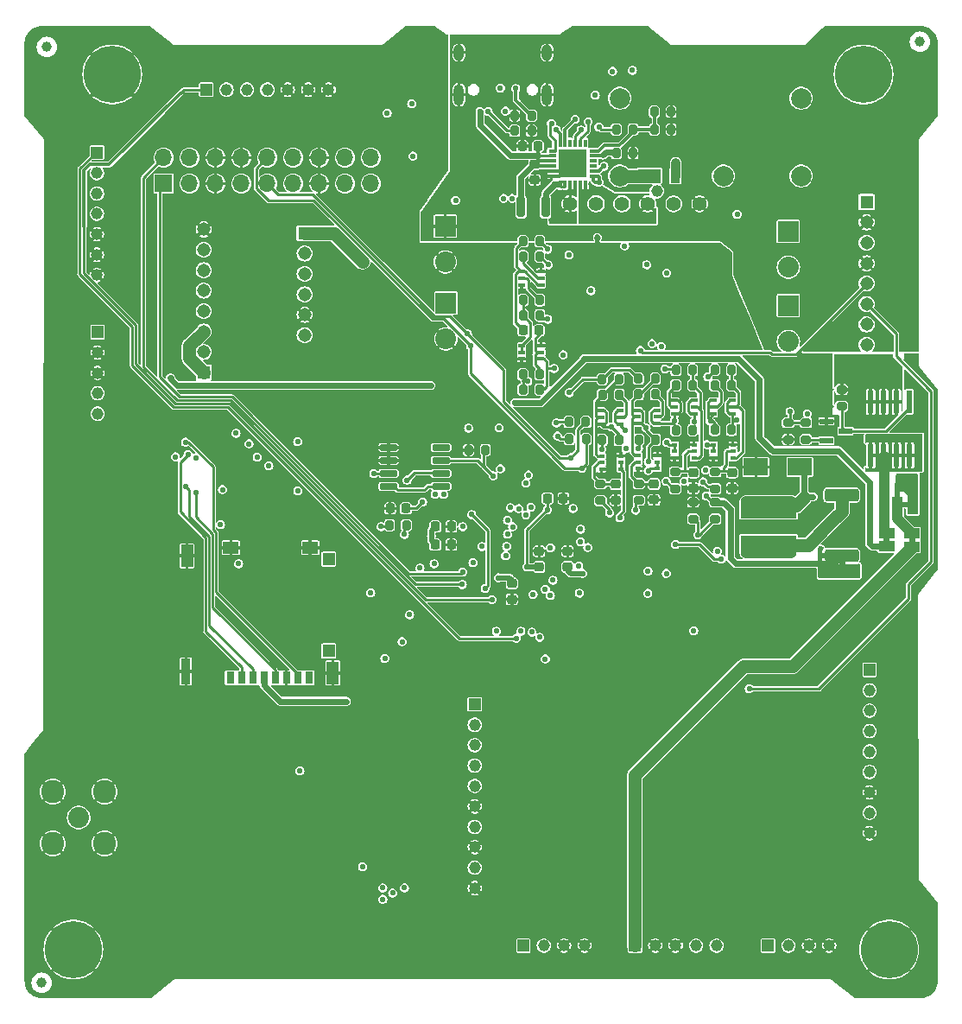
<source format=gbl>
%TF.GenerationSoftware,KiCad,Pcbnew,7.0.9*%
%TF.CreationDate,2024-05-14T22:46:04-07:00*%
%TF.ProjectId,mainboard,6d61696e-626f-4617-9264-2e6b69636164,06b*%
%TF.SameCoordinates,Original*%
%TF.FileFunction,Copper,L4,Bot*%
%TF.FilePolarity,Positive*%
%FSLAX46Y46*%
G04 Gerber Fmt 4.6, Leading zero omitted, Abs format (unit mm)*
G04 Created by KiCad (PCBNEW 7.0.9) date 2024-05-14 22:46:04*
%MOMM*%
%LPD*%
G01*
G04 APERTURE LIST*
G04 Aperture macros list*
%AMRoundRect*
0 Rectangle with rounded corners*
0 $1 Rounding radius*
0 $2 $3 $4 $5 $6 $7 $8 $9 X,Y pos of 4 corners*
0 Add a 4 corners polygon primitive as box body*
4,1,4,$2,$3,$4,$5,$6,$7,$8,$9,$2,$3,0*
0 Add four circle primitives for the rounded corners*
1,1,$1+$1,$2,$3*
1,1,$1+$1,$4,$5*
1,1,$1+$1,$6,$7*
1,1,$1+$1,$8,$9*
0 Add four rect primitives between the rounded corners*
20,1,$1+$1,$2,$3,$4,$5,0*
20,1,$1+$1,$4,$5,$6,$7,0*
20,1,$1+$1,$6,$7,$8,$9,0*
20,1,$1+$1,$8,$9,$2,$3,0*%
%AMFreePoly0*
4,1,17,-1.075000,2.212500,-1.059717,2.339761,-1.006018,2.475934,-0.917570,2.592570,-0.800934,2.681018,-0.664761,2.734717,-0.537500,2.750000,1.075000,2.750000,1.075000,-2.750000,-0.537500,-2.750000,-0.664761,-2.734717,-0.800934,-2.681018,-0.917570,-2.592570,-1.006018,-2.475934,-1.059717,-2.339761,-1.075000,-2.212500,-1.075000,2.212500,-1.075000,2.212500,$1*%
%AMFreePoly1*
4,1,17,-1.075000,2.750000,0.537500,2.750000,0.664761,2.734717,0.800934,2.681018,0.917570,2.592570,1.006018,2.475934,1.059717,2.339761,1.075000,2.212500,1.075000,-2.212500,1.059717,-2.339761,1.006018,-2.475934,0.917570,-2.592570,0.800934,-2.681018,0.664761,-2.734717,0.537500,-2.750000,-1.075000,-2.750000,-1.075000,2.750000,-1.075000,2.750000,$1*%
G04 Aperture macros list end*
%TA.AperFunction,ComponentPad*%
%ADD10R,1.150000X1.150000*%
%TD*%
%TA.AperFunction,ComponentPad*%
%ADD11C,1.150000*%
%TD*%
%TA.AperFunction,ComponentPad*%
%ADD12C,5.600000*%
%TD*%
%TA.AperFunction,ComponentPad*%
%ADD13C,2.006600*%
%TD*%
%TA.AperFunction,ComponentPad*%
%ADD14C,2.050000*%
%TD*%
%TA.AperFunction,ComponentPad*%
%ADD15C,2.250000*%
%TD*%
%TA.AperFunction,ComponentPad*%
%ADD16R,2.032000X2.032000*%
%TD*%
%TA.AperFunction,ComponentPad*%
%ADD17C,2.032000*%
%TD*%
%TA.AperFunction,ComponentPad*%
%ADD18O,1.000000X2.100000*%
%TD*%
%TA.AperFunction,ComponentPad*%
%ADD19O,1.000000X1.600000*%
%TD*%
%TA.AperFunction,ComponentPad*%
%ADD20R,1.308000X1.308000*%
%TD*%
%TA.AperFunction,ComponentPad*%
%ADD21C,1.308000*%
%TD*%
%TA.AperFunction,SMDPad,CuDef*%
%ADD22RoundRect,0.225000X-0.225000X-0.250000X0.225000X-0.250000X0.225000X0.250000X-0.225000X0.250000X0*%
%TD*%
%TA.AperFunction,SMDPad,CuDef*%
%ADD23RoundRect,0.225000X0.250000X-0.225000X0.250000X0.225000X-0.250000X0.225000X-0.250000X-0.225000X0*%
%TD*%
%TA.AperFunction,SMDPad,CuDef*%
%ADD24RoundRect,0.200000X-0.275000X0.200000X-0.275000X-0.200000X0.275000X-0.200000X0.275000X0.200000X0*%
%TD*%
%TA.AperFunction,SMDPad,CuDef*%
%ADD25RoundRect,0.200000X-0.200000X-0.275000X0.200000X-0.275000X0.200000X0.275000X-0.200000X0.275000X0*%
%TD*%
%TA.AperFunction,SMDPad,CuDef*%
%ADD26R,0.800000X1.240000*%
%TD*%
%TA.AperFunction,SMDPad,CuDef*%
%ADD27R,1.160000X1.200000*%
%TD*%
%TA.AperFunction,SMDPad,CuDef*%
%ADD28R,0.950000X2.500000*%
%TD*%
%TA.AperFunction,SMDPad,CuDef*%
%ADD29R,1.150000X2.200000*%
%TD*%
%TA.AperFunction,SMDPad,CuDef*%
%ADD30R,1.500000X1.150000*%
%TD*%
%TA.AperFunction,SMDPad,CuDef*%
%ADD31R,1.160000X1.250000*%
%TD*%
%TA.AperFunction,SMDPad,CuDef*%
%ADD32RoundRect,0.225000X-0.250000X0.225000X-0.250000X-0.225000X0.250000X-0.225000X0.250000X0.225000X0*%
%TD*%
%TA.AperFunction,SMDPad,CuDef*%
%ADD33RoundRect,0.225000X0.225000X0.250000X-0.225000X0.250000X-0.225000X-0.250000X0.225000X-0.250000X0*%
%TD*%
%TA.AperFunction,SMDPad,CuDef*%
%ADD34RoundRect,0.150000X-0.725000X-0.150000X0.725000X-0.150000X0.725000X0.150000X-0.725000X0.150000X0*%
%TD*%
%TA.AperFunction,SMDPad,CuDef*%
%ADD35C,1.000000*%
%TD*%
%TA.AperFunction,SMDPad,CuDef*%
%ADD36R,0.300000X0.800000*%
%TD*%
%TA.AperFunction,SMDPad,CuDef*%
%ADD37R,0.800000X0.300000*%
%TD*%
%TA.AperFunction,SMDPad,CuDef*%
%ADD38R,2.800000X2.800000*%
%TD*%
%TA.AperFunction,SMDPad,CuDef*%
%ADD39RoundRect,0.200000X0.200000X0.275000X-0.200000X0.275000X-0.200000X-0.275000X0.200000X-0.275000X0*%
%TD*%
%TA.AperFunction,SMDPad,CuDef*%
%ADD40RoundRect,0.177600X-0.222400X-0.822400X0.222400X-0.822400X0.222400X0.822400X-0.222400X0.822400X0*%
%TD*%
%TA.AperFunction,SMDPad,CuDef*%
%ADD41R,0.650000X0.400000*%
%TD*%
%TA.AperFunction,SMDPad,CuDef*%
%ADD42R,0.600000X0.400000*%
%TD*%
%TA.AperFunction,SMDPad,CuDef*%
%ADD43RoundRect,0.200000X0.275000X-0.200000X0.275000X0.200000X-0.275000X0.200000X-0.275000X-0.200000X0*%
%TD*%
%TA.AperFunction,SMDPad,CuDef*%
%ADD44R,0.900000X1.400000*%
%TD*%
%TA.AperFunction,SMDPad,CuDef*%
%ADD45R,2.200000X1.400000*%
%TD*%
%TA.AperFunction,ComponentPad*%
%ADD46C,1.400000*%
%TD*%
%TA.AperFunction,SMDPad,CuDef*%
%ADD47R,1.500000X1.000000*%
%TD*%
%TA.AperFunction,SMDPad,CuDef*%
%ADD48FreePoly0,270.000000*%
%TD*%
%TA.AperFunction,SMDPad,CuDef*%
%ADD49FreePoly1,270.000000*%
%TD*%
%TA.AperFunction,SMDPad,CuDef*%
%ADD50R,2.350000X1.700000*%
%TD*%
%TA.AperFunction,SMDPad,CuDef*%
%ADD51R,0.609600X2.209800*%
%TD*%
%TA.AperFunction,SMDPad,CuDef*%
%ADD52RoundRect,0.250000X-1.425000X0.362500X-1.425000X-0.362500X1.425000X-0.362500X1.425000X0.362500X0*%
%TD*%
%TA.AperFunction,SMDPad,CuDef*%
%ADD53R,1.000000X1.500000*%
%TD*%
%TA.AperFunction,ComponentPad*%
%ADD54R,1.700000X1.700000*%
%TD*%
%TA.AperFunction,ComponentPad*%
%ADD55O,1.700000X1.700000*%
%TD*%
%TA.AperFunction,SMDPad,CuDef*%
%ADD56R,1.320800X0.558800*%
%TD*%
%TA.AperFunction,ViaPad*%
%ADD57C,0.584200*%
%TD*%
%TA.AperFunction,ViaPad*%
%ADD58C,1.168400*%
%TD*%
%TA.AperFunction,ViaPad*%
%ADD59C,0.600000*%
%TD*%
%TA.AperFunction,Conductor*%
%ADD60C,0.271780*%
%TD*%
%TA.AperFunction,Conductor*%
%ADD61C,0.234950*%
%TD*%
%TA.AperFunction,Conductor*%
%ADD62C,0.609600*%
%TD*%
%TA.AperFunction,Conductor*%
%ADD63C,1.270000*%
%TD*%
%TA.AperFunction,Conductor*%
%ADD64C,0.337947*%
%TD*%
%TA.AperFunction,Conductor*%
%ADD65C,0.508000*%
%TD*%
%TA.AperFunction,Conductor*%
%ADD66C,0.304800*%
%TD*%
%TA.AperFunction,Conductor*%
%ADD67C,0.279400*%
%TD*%
%TA.AperFunction,Conductor*%
%ADD68C,0.300000*%
%TD*%
%TA.AperFunction,Conductor*%
%ADD69C,0.889000*%
%TD*%
%TA.AperFunction,Conductor*%
%ADD70C,1.000000*%
%TD*%
G04 APERTURE END LIST*
%TA.AperFunction,EtchedComponent*%
G36*
X183450000Y-103400000D02*
G01*
X182850000Y-103400000D01*
X182850000Y-102900000D01*
X183450000Y-102900000D01*
X183450000Y-103400000D01*
G37*
%TD.AperFunction*%
%TA.AperFunction,EtchedComponent*%
G36*
X185950000Y-103425000D02*
G01*
X185350000Y-103425000D01*
X185350000Y-102925000D01*
X185950000Y-102925000D01*
X185950000Y-103425000D01*
G37*
%TD.AperFunction*%
D10*
X116450001Y-59050000D03*
D11*
X118450002Y-59050000D03*
X120450001Y-59050000D03*
X122450002Y-59050000D03*
X124450000Y-59050000D03*
X126450001Y-59050000D03*
X128450000Y-59050000D03*
D12*
X107236100Y-57564100D03*
X103426100Y-143294100D03*
X183426100Y-143294100D03*
X180896100Y-57564100D03*
D13*
X157000000Y-67500000D03*
X157000000Y-59880000D03*
X167160000Y-67500000D03*
X174780000Y-59880000D03*
X174780000Y-67500000D03*
D14*
X103949500Y-130365500D03*
D15*
X106489500Y-127825500D03*
X101409500Y-127825500D03*
X106489500Y-132905500D03*
X101409500Y-132905500D03*
D16*
X173532800Y-80213200D03*
D17*
X173532800Y-83713200D03*
D16*
X139954000Y-79959200D03*
D17*
X139954000Y-83459200D03*
D18*
X149872000Y-59553000D03*
D19*
X149872000Y-55413000D03*
D18*
X141232000Y-59553000D03*
D19*
X141232000Y-55413000D03*
D16*
X139903200Y-72440800D03*
D17*
X139903200Y-75940800D03*
D16*
X173532800Y-72948800D03*
D17*
X173532800Y-76448800D03*
D10*
X158484001Y-142920000D03*
D11*
X160484002Y-142920000D03*
X162484001Y-142920000D03*
X164484002Y-142920000D03*
X166484000Y-142920000D03*
D10*
X105800000Y-82799999D03*
D11*
X105800000Y-84800000D03*
X105800000Y-86799999D03*
X105800000Y-88800000D03*
X105800000Y-90799998D03*
D20*
X181200000Y-70050001D03*
D21*
X181200000Y-72050002D03*
X181200000Y-74050001D03*
X181200000Y-76050002D03*
X181200000Y-78050000D03*
X181200000Y-80050001D03*
X181200000Y-82050000D03*
X181200000Y-84050001D03*
D10*
X142775000Y-119275000D03*
D11*
X142775000Y-121275001D03*
X142775000Y-123275000D03*
X142775000Y-125275001D03*
X142775000Y-127274999D03*
X142775000Y-129275000D03*
X142775000Y-131274999D03*
X142775000Y-133275000D03*
X142775000Y-135275001D03*
X142775000Y-137275000D03*
D10*
X147548637Y-142920000D03*
D11*
X149548637Y-142920000D03*
X151548637Y-142920000D03*
X153548637Y-142920000D03*
D20*
X126100000Y-73100000D03*
D21*
X126100000Y-75100000D03*
X126100000Y-77100000D03*
X126100000Y-79100000D03*
X126100000Y-81100000D03*
X126100000Y-83100000D03*
D20*
X116205000Y-86739999D03*
D21*
X116205000Y-84739998D03*
X116205000Y-82739999D03*
X116205000Y-80739998D03*
X116205000Y-78740000D03*
X116205000Y-76739999D03*
X116205000Y-74740000D03*
X116205000Y-72739999D03*
D10*
X105750000Y-65214001D03*
D11*
X105750000Y-67214002D03*
X105750000Y-69214001D03*
X105750000Y-71214002D03*
X105750000Y-73214000D03*
X105750000Y-75214001D03*
X105750000Y-77214000D03*
D10*
X171537500Y-142920000D03*
D11*
X173537500Y-142920000D03*
X175537500Y-142920000D03*
X177537500Y-142920000D03*
X181491000Y-131900000D03*
X181491000Y-129899999D03*
X181491000Y-127899998D03*
X181491000Y-125899999D03*
X181491000Y-123899998D03*
X181491000Y-121900000D03*
X181491000Y-119899999D03*
X181491000Y-117900000D03*
D10*
X181491000Y-115899999D03*
D22*
X134480000Y-100076000D03*
X136030000Y-100076000D03*
D23*
X151892000Y-105804000D03*
X151892000Y-104254000D03*
X149098000Y-105804000D03*
X149098000Y-104254000D03*
D24*
X164211000Y-99464196D03*
X164211000Y-101114196D03*
D25*
X142177000Y-94361000D03*
X143827000Y-94361000D03*
D26*
X118816800Y-116677200D03*
X119916800Y-116677200D03*
X121016800Y-116677200D03*
X122116800Y-116677200D03*
X123216800Y-116677200D03*
X124316800Y-116677200D03*
X125416800Y-116677200D03*
X126516800Y-116677200D03*
D27*
X128456800Y-105047200D03*
D28*
X114471800Y-116047200D03*
D29*
X128861800Y-116197200D03*
X114571800Y-104717200D03*
D30*
X118876800Y-103922200D03*
X126656800Y-103922200D03*
D31*
X128456800Y-114047200D03*
D32*
X146431000Y-107429000D03*
X146431000Y-108979000D03*
D33*
X140475000Y-101854000D03*
X138925000Y-101854000D03*
D34*
X134331000Y-97917000D03*
X134331000Y-96647000D03*
X134331000Y-95377000D03*
X134331000Y-94107000D03*
X139481000Y-94107000D03*
X139481000Y-95377000D03*
X139481000Y-96647000D03*
X139481000Y-97917000D03*
D35*
X186436000Y-54356000D03*
D25*
X146700000Y-61604600D03*
X148350000Y-61604600D03*
D36*
X151150000Y-64294000D03*
X151650000Y-64294000D03*
X152150000Y-64294000D03*
X152650000Y-64294000D03*
X153150000Y-64294000D03*
X153650000Y-64294000D03*
D37*
X154400000Y-65044000D03*
X154400000Y-65544000D03*
X154400000Y-66044000D03*
X154400000Y-66544000D03*
X154400000Y-67044000D03*
X154400000Y-67544000D03*
D36*
X153650000Y-68294000D03*
X153150000Y-68294000D03*
X152650000Y-68294000D03*
X152150000Y-68294000D03*
X151650000Y-68294000D03*
X151150000Y-68294000D03*
D37*
X150400000Y-67544000D03*
X150400000Y-67044000D03*
X150400000Y-66544000D03*
X150400000Y-66044000D03*
X150400000Y-65544000D03*
X150400000Y-65044000D03*
D38*
X152400000Y-66294000D03*
D39*
X158305000Y-65278000D03*
X156655000Y-65278000D03*
D23*
X148666200Y-67900000D03*
X148666200Y-66350000D03*
D39*
X162038800Y-62941200D03*
X160388800Y-62941200D03*
D25*
X156655000Y-62941200D03*
X158305000Y-62941200D03*
D39*
X148350000Y-63075000D03*
X146700000Y-63075000D03*
D22*
X149925000Y-99100000D03*
X151475000Y-99100000D03*
D39*
X162038800Y-61214000D03*
X160388800Y-61214000D03*
D40*
X147320000Y-70525000D03*
X149720000Y-70525000D03*
D22*
X147550000Y-82625000D03*
X149100000Y-82625000D03*
D32*
X164200000Y-96550000D03*
X164200000Y-98100000D03*
X168021000Y-96550000D03*
X168021000Y-98100000D03*
D41*
X166175000Y-90800000D03*
X166175000Y-90150000D03*
X166175000Y-89500000D03*
X168075000Y-89500000D03*
X168075000Y-90150000D03*
X168075000Y-90800000D03*
D42*
X166182000Y-95138000D03*
X166182000Y-94488000D03*
X166182000Y-93838000D03*
X168082000Y-93838000D03*
X168082000Y-94488000D03*
X168082000Y-95138000D03*
D25*
X147511000Y-88425000D03*
X149161000Y-88425000D03*
D39*
X149161000Y-81150000D03*
X147511000Y-81150000D03*
X149161000Y-73914000D03*
X147511000Y-73914000D03*
D25*
X147511000Y-75375000D03*
X149161000Y-75375000D03*
X162497000Y-86525000D03*
X164147000Y-86525000D03*
X166307000Y-86500000D03*
X167957000Y-86500000D03*
X162500000Y-88000000D03*
X164150000Y-88000000D03*
X166307000Y-88000000D03*
X167957000Y-88000000D03*
D43*
X166370000Y-98150000D03*
X166370000Y-96500000D03*
D39*
X164147000Y-92400000D03*
X162497000Y-92400000D03*
X167950000Y-92375000D03*
X166300000Y-92375000D03*
D41*
X162372000Y-90800000D03*
X162372000Y-90150000D03*
X162372000Y-89500000D03*
X164272000Y-89500000D03*
X164272000Y-90150000D03*
X164272000Y-90800000D03*
D42*
X162372000Y-95138000D03*
X162372000Y-94488000D03*
X162372000Y-93838000D03*
X164272000Y-93838000D03*
X164272000Y-94488000D03*
X164272000Y-95138000D03*
D43*
X162425000Y-98150000D03*
X162425000Y-96500000D03*
D24*
X166370000Y-99466900D03*
X166370000Y-101116900D03*
D44*
X162461000Y-67500500D03*
D45*
X159911000Y-67500500D03*
D41*
X147386000Y-78175000D03*
X147386000Y-77525000D03*
X147386000Y-76875000D03*
X149286000Y-76875000D03*
X149286000Y-77525000D03*
X149286000Y-78175000D03*
X147375000Y-85425000D03*
X147375000Y-84775000D03*
X147375000Y-84125000D03*
X149275000Y-84125000D03*
X149275000Y-84775000D03*
X149275000Y-85425000D03*
D39*
X149161000Y-79675000D03*
X147511000Y-79675000D03*
D46*
X152146000Y-70231000D03*
X154686000Y-70231000D03*
X157226000Y-70231000D03*
X159766000Y-70231000D03*
X162306000Y-70231000D03*
X164846000Y-70231000D03*
D25*
X147511000Y-86950000D03*
X149161000Y-86950000D03*
D22*
X138925000Y-103632000D03*
X140475000Y-103632000D03*
D25*
X134430000Y-101727000D03*
X136080000Y-101727000D03*
D41*
X160627475Y-90450000D03*
X160627475Y-91100000D03*
X160627475Y-91750000D03*
X158727475Y-91750000D03*
X158727475Y-91100000D03*
X158727475Y-90450000D03*
D25*
X158832475Y-87370000D03*
X160482475Y-87370000D03*
D35*
X100838000Y-54864000D03*
D32*
X160367475Y-97685000D03*
X160367475Y-99235000D03*
D42*
X160697475Y-94890000D03*
X160697475Y-95540000D03*
X160697475Y-96190000D03*
X158797475Y-96190000D03*
X158797475Y-95540000D03*
X158797475Y-94890000D03*
D43*
X178750000Y-90075000D03*
X178750000Y-88425000D03*
D25*
X152025000Y-91600000D03*
X153675000Y-91600000D03*
D47*
X183150000Y-102500000D03*
X183150000Y-103800000D03*
D43*
X155120000Y-99315000D03*
X155120000Y-97665000D03*
D39*
X156950000Y-88940000D03*
X155300000Y-88940000D03*
D48*
X171600000Y-99975000D03*
D49*
X171600000Y-103825000D03*
D47*
X185650000Y-102525000D03*
X185650000Y-103825000D03*
D42*
X157115000Y-94930000D03*
X157115000Y-95580000D03*
X157115000Y-96230000D03*
X155215000Y-96230000D03*
X155215000Y-95580000D03*
X155215000Y-94930000D03*
D43*
X175250000Y-93325000D03*
X175250000Y-91675000D03*
D35*
X100330000Y-146558000D03*
D50*
X174650000Y-96012000D03*
X170350000Y-96012000D03*
D39*
X160482475Y-88890000D03*
X158832475Y-88890000D03*
D24*
X173500000Y-91675000D03*
X173500000Y-93325000D03*
D32*
X156620000Y-97715000D03*
X156620000Y-99265000D03*
D25*
X158867475Y-93330000D03*
X160517475Y-93330000D03*
D51*
X181595000Y-89633800D03*
X182865000Y-89633800D03*
X184135000Y-89633800D03*
X185405000Y-89633800D03*
X185405000Y-94866200D03*
X184135000Y-94866200D03*
X182865000Y-94866200D03*
X181595000Y-94866200D03*
D22*
X147450000Y-64575000D03*
X149000000Y-64575000D03*
D52*
X178765200Y-98764500D03*
X178765200Y-104689500D03*
D41*
X157060000Y-90500000D03*
X157060000Y-91150000D03*
X157060000Y-91800000D03*
X155160000Y-91800000D03*
X155160000Y-91150000D03*
X155160000Y-90500000D03*
D25*
X155285000Y-93370000D03*
X156935000Y-93370000D03*
X152050000Y-93300000D03*
X153700000Y-93300000D03*
D53*
X184225000Y-99675000D03*
X182925000Y-99675000D03*
D54*
X112280000Y-68240000D03*
D55*
X112280000Y-65700000D03*
X114820000Y-68240000D03*
X114820000Y-65700000D03*
X117360000Y-68240000D03*
X117360000Y-65700000D03*
X119900000Y-68240000D03*
X119900000Y-65700000D03*
X122440000Y-68240000D03*
X122440000Y-65700000D03*
X124980000Y-68240000D03*
X124980000Y-65700000D03*
X127520000Y-68240000D03*
X127520000Y-65700000D03*
X130060000Y-68240000D03*
X130060000Y-65700000D03*
X132600000Y-68240000D03*
X132600000Y-65700000D03*
D25*
X155275000Y-87400000D03*
X156925000Y-87400000D03*
D56*
X177246700Y-93452500D03*
X177246700Y-91547500D03*
X179126300Y-92500000D03*
D43*
X158867475Y-99285000D03*
X158867475Y-97635000D03*
D57*
X175950000Y-98940000D03*
X142180000Y-92210000D03*
X145170000Y-92190000D03*
D58*
X160630000Y-69000000D03*
D57*
X140842106Y-91737894D03*
X142361762Y-84118236D03*
X142070000Y-82970000D03*
D59*
X114490500Y-130492500D03*
X112712500Y-130492500D03*
X108018580Y-129528060D03*
X109283500Y-132667500D03*
X110553500Y-132667500D03*
X109283500Y-131397500D03*
X110553500Y-131397500D03*
X109288580Y-127038860D03*
X111828580Y-129528060D03*
X111828580Y-127038860D03*
X109288580Y-129528060D03*
X110558580Y-127038860D03*
X110558580Y-128308860D03*
X111828580Y-128308860D03*
X109288580Y-128308860D03*
X110558580Y-129528060D03*
X138500000Y-140800000D03*
X138500000Y-138641000D03*
D57*
X154813000Y-73533000D03*
X145093023Y-114167920D03*
X140004800Y-114167920D03*
D59*
X113601500Y-131381500D03*
X108013500Y-131397500D03*
X111823500Y-132667500D03*
X111823500Y-134175500D03*
X115379500Y-136588500D03*
X111823500Y-136588500D03*
X113093500Y-136588500D03*
X114236500Y-136588500D03*
X110553500Y-136588500D03*
X109283500Y-136588500D03*
X110553500Y-134175500D03*
X109283500Y-134175500D03*
X116395500Y-136588500D03*
X113601500Y-129528060D03*
X116395500Y-131635500D03*
X137357000Y-140800000D03*
X172500000Y-92000000D03*
X111823500Y-135318500D03*
X110553500Y-135318500D03*
X109283500Y-135318500D03*
X116395500Y-132667500D03*
D57*
X114998500Y-132675400D03*
D59*
X121340000Y-123510000D03*
X122729900Y-123510000D03*
X122094900Y-121922500D03*
X122094900Y-124843500D03*
X137944000Y-139657000D03*
X137357000Y-138641000D03*
X135745937Y-139720948D03*
D57*
X172974000Y-106426000D03*
X138085200Y-144263400D03*
X137160000Y-117221000D03*
X177038000Y-107696000D03*
X168800000Y-117800000D03*
X172210000Y-95170000D03*
X135800000Y-61800000D03*
X160274000Y-86233000D03*
X153525000Y-82800000D03*
X184090000Y-107390000D03*
X157830000Y-107920000D03*
X157861000Y-104902000D03*
X165000000Y-135470000D03*
X164890000Y-122380000D03*
X185480000Y-106080000D03*
X143185200Y-143563400D03*
X153150000Y-79410000D03*
X164860000Y-126790000D03*
X150241000Y-97789990D03*
X153550000Y-81400000D03*
X141478000Y-103251000D03*
X162490000Y-105490000D03*
X135635000Y-126277000D03*
X166800000Y-115800000D03*
X171958000Y-96774000D03*
X133883937Y-144258948D03*
X186810000Y-104740000D03*
X172900000Y-95900000D03*
X138285200Y-135863400D03*
X177000000Y-90550992D03*
X172466000Y-107188000D03*
X163410000Y-91560000D03*
X172974000Y-107950000D03*
X134600000Y-58229500D03*
X172466000Y-108712000D03*
X131883937Y-143258948D03*
X171958000Y-106426000D03*
X170400000Y-94300000D03*
X171958000Y-107950000D03*
X150495000Y-105613194D03*
X134383937Y-139758948D03*
X114998500Y-131635500D03*
X164175000Y-80300000D03*
X111000000Y-101500000D03*
X176030000Y-115410000D03*
X170570000Y-97300000D03*
X165227000Y-75717400D03*
X156200000Y-107900000D03*
X128383937Y-139258948D03*
X163300000Y-99500000D03*
X113445596Y-101663500D03*
X137033000Y-113157000D03*
X142440000Y-96040000D03*
X144960000Y-108210000D03*
X147891500Y-105791000D03*
X153360000Y-106450000D03*
X161425000Y-86400000D03*
X140900000Y-69900000D03*
X130200400Y-118973600D03*
X155250000Y-94270000D03*
X135890000Y-102616000D03*
X165640000Y-87170000D03*
X136600000Y-60425000D03*
X145110000Y-106870000D03*
X152050000Y-88730000D03*
X165417500Y-96329500D03*
X158832475Y-94170000D03*
X136725000Y-65550000D03*
X149900000Y-100200000D03*
X163309300Y-97398840D03*
X132884707Y-96647000D03*
X159639000Y-76200054D03*
X151447500Y-85026500D03*
X147800000Y-100700000D03*
X142600000Y-105400000D03*
X136398000Y-110490000D03*
X138800000Y-105500000D03*
X132588000Y-108356400D03*
X143500000Y-103800000D03*
X137667998Y-99440984D03*
X135661400Y-113131600D03*
X134729937Y-137765148D03*
X133764737Y-138374748D03*
X147977860Y-87627472D03*
X149923500Y-81534000D03*
X133764737Y-137257148D03*
X165484200Y-98853386D03*
X179800000Y-106600000D03*
X178816000Y-105664000D03*
X149923500Y-74676000D03*
X135898337Y-137257148D03*
X145607900Y-69700000D03*
X150300000Y-62350000D03*
X145300000Y-58900000D03*
X150800000Y-63000000D03*
X146442100Y-69700000D03*
X145800000Y-61150000D03*
X153162000Y-102108000D03*
X161594800Y-77012800D03*
X138532000Y-102771000D03*
X180594000Y-90424000D03*
X179855000Y-89685000D03*
X164650000Y-102650000D03*
X150200000Y-108600000D03*
X120650000Y-93750000D03*
X146000000Y-101232975D03*
X125412492Y-93535508D03*
X146502993Y-101872064D03*
X121448264Y-95068454D03*
X115436533Y-95098030D03*
X146000000Y-102600000D03*
X122593101Y-95897700D03*
X113439862Y-95017519D03*
X161570000Y-106450000D03*
X152971500Y-105700000D03*
X150444200Y-107111800D03*
X159766000Y-106206909D03*
X153035000Y-108370000D03*
X159750000Y-108400000D03*
X175082200Y-99040000D03*
X152019000Y-75247500D03*
X157479994Y-74358508D03*
X150622000Y-68326000D03*
X154965400Y-68122800D03*
D58*
X131800000Y-75900000D03*
D57*
X150824832Y-71831568D03*
X153441400Y-71755000D03*
X144600000Y-96881800D03*
X162470400Y-103620000D03*
X166960000Y-105050000D03*
X150210000Y-103950000D03*
X147100000Y-100100000D03*
X117850000Y-101675000D03*
X119634000Y-105500000D03*
X137414000Y-105918000D03*
X133970000Y-114770000D03*
X125650000Y-125790000D03*
X144100000Y-61200000D03*
X146800000Y-58928000D03*
X153180000Y-55630000D03*
X168656000Y-75031500D03*
X151028400Y-73279000D03*
X149250000Y-61200000D03*
D59*
X151485600Y-66675004D03*
D57*
X168656000Y-73558500D03*
X142400000Y-61200000D03*
X148800000Y-71000000D03*
X143300000Y-61200000D03*
X154956401Y-62703601D03*
X154600000Y-59600000D03*
X157600000Y-94225000D03*
X162350000Y-91475000D03*
X153141198Y-103331750D03*
X152200000Y-95100000D03*
X153289000Y-96139000D03*
X165875000Y-91525000D03*
X157500000Y-92400000D03*
X153870000Y-103910000D03*
X168503500Y-71247000D03*
X145810000Y-104710000D03*
X148300000Y-99949998D03*
X141600000Y-106300000D03*
X134200000Y-61350000D03*
X145300000Y-96200000D03*
X162486000Y-66192400D03*
X114660000Y-94800000D03*
X141605000Y-101853986D03*
X119380000Y-92710000D03*
X133604000Y-101854000D03*
X164250000Y-112050000D03*
X148395078Y-112190367D03*
X149150000Y-112700000D03*
X150558500Y-86360000D03*
X154178000Y-78740048D03*
X177800000Y-101346000D03*
X147300000Y-112100000D03*
X118046500Y-98234500D03*
X125438600Y-98361500D03*
X164300000Y-91575000D03*
X161544000Y-97409000D03*
X168450000Y-91425000D03*
X165163504Y-97472500D03*
X149987000Y-76200000D03*
X147800000Y-97600000D03*
X156293504Y-57256998D03*
X152628600Y-61950600D03*
X158242000Y-57150000D03*
X155448000Y-66548000D03*
X144900000Y-112100000D03*
X131779191Y-135200391D03*
X114452400Y-97891600D03*
X115439817Y-98487335D03*
X114427000Y-93586400D03*
X161620000Y-93620000D03*
X165549580Y-93840300D03*
X136144000Y-97310585D03*
X169700000Y-117719780D03*
X149700000Y-114822840D03*
X159025000Y-84600000D03*
X148050000Y-96800000D03*
X141570000Y-107530000D03*
X143800000Y-107900000D03*
X142475000Y-100675000D03*
X148500000Y-108500000D03*
X166570000Y-104280000D03*
X184410000Y-97920000D03*
X185810000Y-96970000D03*
X184750000Y-97075000D03*
X185480000Y-97980000D03*
X146275000Y-100000000D03*
X139725000Y-98700000D03*
X138900000Y-98700000D03*
X159790000Y-96370000D03*
X159800000Y-95500000D03*
X158550000Y-100250000D03*
X153900000Y-62200000D03*
X159600000Y-92200000D03*
X161075000Y-84200000D03*
X150800000Y-91700000D03*
X157010000Y-100980000D03*
X160160000Y-83920000D03*
X156200000Y-92100000D03*
X153200000Y-63000000D03*
X150900000Y-92980425D03*
X156000000Y-100500000D03*
X175387000Y-90805000D03*
X152425400Y-100075998D03*
X149700000Y-108000000D03*
X173700000Y-90600000D03*
X138470000Y-88020000D03*
X113000000Y-87300000D03*
X146700000Y-89700000D03*
X145900000Y-103800000D03*
X146860000Y-112799996D03*
X144477859Y-109020357D03*
D60*
X165640000Y-87167000D02*
X165640000Y-87170000D01*
X166307000Y-86500000D02*
X165640000Y-87167000D01*
D61*
X136920408Y-107530000D02*
X141570000Y-107530000D01*
X118879358Y-89488950D02*
X136920408Y-107530000D01*
X113568150Y-89488950D02*
X118879358Y-89488950D01*
X110300000Y-67680000D02*
X110300000Y-86220800D01*
X110300000Y-86220800D02*
X113568150Y-89488950D01*
X112280000Y-65700000D02*
X110300000Y-67680000D01*
D62*
X175182200Y-98940000D02*
X175082200Y-99040000D01*
X175950000Y-98940000D02*
X175182200Y-98940000D01*
D63*
X174294800Y-99827400D02*
X175082200Y-99040000D01*
X171547200Y-99827400D02*
X174294800Y-99827400D01*
D62*
X174735600Y-96012000D02*
X175082200Y-96358600D01*
X175082200Y-96358600D02*
X175082200Y-99040000D01*
D61*
X140309468Y-81209468D02*
X142070000Y-82970000D01*
X138788740Y-81209468D02*
X140309468Y-81209468D01*
X126886747Y-69307475D02*
X138788740Y-81209468D01*
X123507475Y-69307475D02*
X126886747Y-69307475D01*
X122440000Y-68240000D02*
X123507475Y-69307475D01*
X145600000Y-86500000D02*
X142070000Y-82970000D01*
X145600000Y-89626310D02*
X145600000Y-86500000D01*
X151073690Y-95100000D02*
X145600000Y-89626310D01*
X152200000Y-95100000D02*
X151073690Y-95100000D01*
X142339140Y-84118236D02*
X142361762Y-84118236D01*
X141422025Y-83178501D02*
X141422025Y-83201121D01*
X141422025Y-83201121D02*
X142339140Y-84118236D01*
X139787943Y-81544418D02*
X141422025Y-83178501D01*
X138650000Y-81544418D02*
X139787943Y-81544418D01*
X127005582Y-69900000D02*
X138650000Y-81544418D01*
X121372525Y-68722525D02*
X122550000Y-69900000D01*
X122550000Y-69900000D02*
X127005582Y-69900000D01*
X122440000Y-65700000D02*
X121372525Y-66767475D01*
X142361762Y-86861762D02*
X142361762Y-84118236D01*
X151639000Y-96139000D02*
X142361762Y-86861762D01*
X153289000Y-96139000D02*
X151639000Y-96139000D01*
X121372525Y-66767475D02*
X121372525Y-68722525D01*
X174303325Y-84946675D02*
X181200000Y-78050000D01*
X171750000Y-84800000D02*
X171896675Y-84946675D01*
X171750000Y-84800000D02*
X159225000Y-84800000D01*
X171896675Y-84946675D02*
X174303325Y-84946675D01*
D60*
X184099200Y-82949201D02*
X181200000Y-80050001D01*
X184099200Y-85186810D02*
X184099200Y-82949201D01*
X143637000Y-95918800D02*
X144600000Y-96881800D01*
X143095200Y-95377000D02*
X144600000Y-96881800D01*
X139446000Y-95377000D02*
X143095200Y-95377000D01*
X143637000Y-94361000D02*
X143637000Y-95918800D01*
D62*
X146700000Y-89700000D02*
X149275000Y-89700000D01*
X149275000Y-89700000D02*
X153487300Y-85487700D01*
D61*
X152050000Y-93300000D02*
X151219575Y-93300000D01*
X151219575Y-93300000D02*
X150900000Y-92980425D01*
X114250000Y-59050000D02*
X113915000Y-59385000D01*
X116450001Y-59050000D02*
X114250000Y-59050000D01*
D64*
X113915000Y-59385000D02*
X106929972Y-66370028D01*
D61*
X104063551Y-66789927D02*
X105639478Y-65214001D01*
X104063551Y-77121970D02*
X104063551Y-66789927D01*
X109213552Y-82271971D02*
X104063551Y-77121970D01*
X105639478Y-65214001D02*
X105750000Y-65214001D01*
X109213552Y-86081732D02*
X109213552Y-82271971D01*
X109548502Y-82133231D02*
X104450000Y-77034729D01*
X113429410Y-89823900D02*
X109548502Y-85942992D01*
X104450000Y-77034729D02*
X104450000Y-72425000D01*
X118740618Y-89823900D02*
X113429410Y-89823900D01*
X137937075Y-109020357D02*
X118740618Y-89823900D01*
X144477859Y-109020357D02*
X137937075Y-109020357D01*
X109548502Y-85942992D02*
X109548502Y-82133231D01*
D64*
X104450000Y-66950000D02*
X104450000Y-72425000D01*
X105029972Y-66370028D02*
X104450000Y-66950000D01*
X106929972Y-66370028D02*
X105029972Y-66370028D01*
D61*
X161412475Y-94890000D02*
X161432475Y-94870000D01*
D60*
X162497000Y-86525000D02*
X162372000Y-86400000D01*
D62*
X123683600Y-118973600D02*
X122116800Y-117406800D01*
D61*
X135890000Y-101879500D02*
X135890000Y-102616000D01*
D60*
X162372000Y-86400000D02*
X161425000Y-86400000D01*
D65*
X147917000Y-105816500D02*
X147891500Y-105791000D01*
X146431000Y-107416500D02*
X146431000Y-107091000D01*
D61*
X158867475Y-93330000D02*
X158867475Y-94135000D01*
D65*
X149098000Y-105816500D02*
X147917000Y-105816500D01*
D61*
X157972475Y-86510000D02*
X156165000Y-86510000D01*
X155285000Y-93370000D02*
X155285000Y-94235000D01*
D65*
X146210000Y-106870000D02*
X145110000Y-106870000D01*
D60*
X149900000Y-100200000D02*
X149873836Y-100200000D01*
X147891500Y-102182336D02*
X147891500Y-105791000D01*
D62*
X122116800Y-117406800D02*
X122116800Y-116677200D01*
D61*
X155285000Y-94235000D02*
X155250000Y-94270000D01*
X134331000Y-96647000D02*
X132884707Y-96647000D01*
D60*
X149873836Y-100200000D02*
X147891500Y-102182336D01*
D61*
X136042500Y-101727000D02*
X135890000Y-101879500D01*
D65*
X152170000Y-106450000D02*
X153360000Y-106450000D01*
D62*
X130200400Y-118973600D02*
X123683600Y-118973600D01*
D60*
X149900000Y-100200000D02*
X149900000Y-99125000D01*
D65*
X146431000Y-107091000D02*
X146210000Y-106870000D01*
D61*
X156165000Y-86510000D02*
X155275000Y-87400000D01*
X155275000Y-87400000D02*
X153380000Y-87400000D01*
D65*
X151892000Y-105816500D02*
X151892000Y-106172000D01*
D61*
X153380000Y-87400000D02*
X152050000Y-88730000D01*
D60*
X149900000Y-99125000D02*
X149925000Y-99100000D01*
D65*
X151892000Y-106172000D02*
X152170000Y-106450000D01*
D61*
X158867475Y-94135000D02*
X158832475Y-94170000D01*
X158832475Y-87370000D02*
X157972475Y-86510000D01*
X136042500Y-100076000D02*
X137032982Y-100076000D01*
X137032982Y-100076000D02*
X137667998Y-99440984D01*
D66*
X149123500Y-81534000D02*
X149923500Y-81534000D01*
D61*
X147511000Y-87629500D02*
X147548500Y-87592000D01*
D63*
X156907704Y-67500500D02*
X156892300Y-67485096D01*
D62*
X167830000Y-104940000D02*
X168350800Y-105460800D01*
X167843200Y-100126800D02*
X167830000Y-100140000D01*
D61*
X149161000Y-73914000D02*
X149161500Y-73914000D01*
D66*
X147548500Y-87592000D02*
X147942388Y-87592000D01*
D63*
X159936000Y-67500500D02*
X156907704Y-67500500D01*
D62*
X177993900Y-105460800D02*
X178765200Y-104689500D01*
D61*
X147511000Y-87554500D02*
X147548500Y-87592000D01*
D60*
X166135214Y-99504400D02*
X165484200Y-98853386D01*
D61*
X147511000Y-88425000D02*
X147511000Y-87629500D01*
D62*
X167220800Y-99504400D02*
X167843200Y-100126800D01*
X167830000Y-100140000D02*
X167830000Y-104940000D01*
X178816000Y-105664000D02*
X178816000Y-104740300D01*
X168350800Y-105460800D02*
X177993900Y-105460800D01*
D66*
X147942388Y-87592000D02*
X147977860Y-87627472D01*
D61*
X149161500Y-73914000D02*
X149923500Y-74676000D01*
X147511000Y-86950000D02*
X147511000Y-87554500D01*
D62*
X178816000Y-104740300D02*
X178765200Y-104689500D01*
X166370000Y-99504400D02*
X167220800Y-99504400D01*
D60*
X166370000Y-99504400D02*
X166135214Y-99504400D01*
D67*
X150190000Y-62484202D02*
X150300000Y-62374202D01*
X150646828Y-63996828D02*
X150190000Y-63540000D01*
X150616600Y-65044000D02*
X150622000Y-65049400D01*
X150400000Y-65044000D02*
X150647400Y-65044000D01*
X150300000Y-62350000D02*
X150324202Y-62350000D01*
X150647400Y-63996828D02*
X150646828Y-63996828D01*
X150400000Y-65044000D02*
X150616600Y-65044000D01*
X150324202Y-62350000D02*
X150291802Y-62382400D01*
X150300000Y-62374202D02*
X150300000Y-62350000D01*
X150647400Y-65044000D02*
X150647400Y-63996828D01*
X150190000Y-63540000D02*
X150190000Y-62484202D01*
D68*
X150800000Y-63000000D02*
X151150000Y-63350000D01*
X151150000Y-63350000D02*
X151150000Y-64294000D01*
D60*
X147039220Y-76875000D02*
X147386000Y-76875000D01*
D61*
X146893525Y-74531475D02*
X146893525Y-76382525D01*
X147511000Y-73914000D02*
X146893525Y-74531475D01*
X148995950Y-78175000D02*
X147695950Y-76875000D01*
D60*
X146798109Y-81873109D02*
X146798109Y-77116111D01*
D61*
X146893525Y-76382525D02*
X147386000Y-76875000D01*
X149286000Y-78175000D02*
X148995950Y-78175000D01*
D60*
X146798109Y-81873109D02*
X147550000Y-82625000D01*
D61*
X147695950Y-76875000D02*
X147386000Y-76875000D01*
D60*
X146798109Y-77116111D02*
X147039220Y-76875000D01*
X148698109Y-85967609D02*
X148698109Y-85005111D01*
X149161000Y-86430500D02*
X149161000Y-86950000D01*
X149098000Y-83058000D02*
X149123500Y-83058000D01*
X148698109Y-85005111D02*
X148928220Y-84775000D01*
X148698109Y-85967609D02*
X149161000Y-86430500D01*
X148698109Y-83457891D02*
X149098000Y-83058000D01*
X148928220Y-84775000D02*
X149275000Y-84775000D01*
X148698109Y-83457891D02*
X148698109Y-84544889D01*
X148698109Y-84544889D02*
X148928220Y-84775000D01*
D65*
X138532000Y-102234500D02*
X138912500Y-101854000D01*
X138532000Y-102771000D02*
X138532000Y-103251500D01*
X138532000Y-103251500D02*
X138912500Y-103632000D01*
X138532000Y-102771000D02*
X138532000Y-102234500D01*
D67*
X166370000Y-101092000D02*
X164812000Y-102650000D01*
X164812000Y-102650000D02*
X164650000Y-102650000D01*
X164650000Y-101404000D02*
X164650000Y-102650000D01*
X164464996Y-101218996D02*
X164650000Y-101404000D01*
X148967100Y-66544000D02*
X148666200Y-66243100D01*
D68*
X150400000Y-66544000D02*
X148967100Y-66544000D01*
D62*
X147320000Y-67589300D02*
X147320000Y-70525000D01*
X148666200Y-66243100D02*
X147320000Y-67589300D01*
D67*
X148865300Y-66044000D02*
X148666200Y-66243100D01*
D68*
X150400000Y-66044000D02*
X148865300Y-66044000D01*
D60*
X151650000Y-68516500D02*
X151150000Y-68516500D01*
D62*
X149720000Y-69228000D02*
X149720000Y-70525000D01*
X151003000Y-68326000D02*
X150876000Y-68326000D01*
D60*
X151650000Y-68072000D02*
X151150000Y-68072000D01*
D62*
X150622000Y-68326000D02*
X149720000Y-69228000D01*
D68*
X154400000Y-67544000D02*
X154920000Y-67544000D01*
X154965400Y-67589400D02*
X154965400Y-68122800D01*
X154920000Y-67544000D02*
X154965400Y-67589400D01*
X154400000Y-67977000D02*
X154545800Y-68122800D01*
X154545800Y-68122800D02*
X154965400Y-68122800D01*
X154400000Y-67544000D02*
X154400000Y-67977000D01*
D67*
X152150000Y-68294000D02*
X152150000Y-68576000D01*
D68*
X152150000Y-68294000D02*
X152150000Y-68830000D01*
D63*
X131800000Y-75900000D02*
X129000000Y-73100000D01*
X126100000Y-73100000D02*
X129000000Y-73100000D01*
D67*
X152146000Y-70231000D02*
X152146000Y-71220949D01*
X152146000Y-70231000D02*
X152146000Y-69241051D01*
D68*
X152650000Y-68294000D02*
X152650000Y-68830000D01*
X153150000Y-68294000D02*
X153150000Y-68822000D01*
D65*
X153441400Y-71773709D02*
X153441400Y-71755000D01*
D67*
X153150000Y-68294000D02*
X153150000Y-68504500D01*
X153650000Y-68294000D02*
X153650000Y-68496500D01*
D68*
X153650000Y-68294000D02*
X153650000Y-68814000D01*
D61*
X162470400Y-103620000D02*
X164840000Y-103620000D01*
X166270000Y-105050000D02*
X166960000Y-105050000D01*
X164840000Y-103620000D02*
X166270000Y-105050000D01*
D60*
X163347500Y-96367500D02*
X162458500Y-96367500D01*
X162458500Y-96367500D02*
X162433000Y-96393000D01*
X163347500Y-96367500D02*
X163347500Y-94840720D01*
X163700220Y-94488000D02*
X164272000Y-94488000D01*
X164211000Y-96367500D02*
X163347500Y-96367500D01*
X163347500Y-94840720D02*
X163700220Y-94488000D01*
X167157500Y-96075390D02*
X167450257Y-95782633D01*
X167510220Y-94488000D02*
X168082000Y-94488000D01*
X167894000Y-96367500D02*
X167157500Y-96367500D01*
X167157500Y-96367500D02*
X167157500Y-96075390D01*
X167450257Y-95782633D02*
X167450257Y-94547963D01*
X167450257Y-94547963D02*
X167510220Y-94488000D01*
X167157500Y-96367500D02*
X166243000Y-96367500D01*
D67*
X144100000Y-61200000D02*
X145975000Y-63075000D01*
X145975000Y-63075000D02*
X146525000Y-63075000D01*
D64*
X146800000Y-60054600D02*
X148350000Y-61604600D01*
X146800000Y-58928000D02*
X146800000Y-60054600D01*
D68*
X149733000Y-67538600D02*
X151118000Y-67538600D01*
X149733000Y-67044000D02*
X151118000Y-67044000D01*
D60*
X150400000Y-67544000D02*
X150261000Y-67544000D01*
X150241000Y-67564000D02*
X150241000Y-67881500D01*
X150261000Y-67544000D02*
X150241000Y-67564000D01*
D67*
X156718000Y-62941200D02*
X155194000Y-62941200D01*
X150400000Y-65544000D02*
X149048200Y-65544000D01*
X155194000Y-62941200D02*
X154956401Y-62703601D01*
D62*
X146275000Y-65475000D02*
X148979200Y-65475000D01*
D67*
X149048200Y-65544000D02*
X148979200Y-65475000D01*
D62*
X143300000Y-62500000D02*
X146275000Y-65475000D01*
D64*
X149000000Y-64400000D02*
X149000000Y-65254200D01*
D62*
X143300000Y-61200000D02*
X143300000Y-62500000D01*
D64*
X149000000Y-65254200D02*
X149100000Y-65354200D01*
D61*
X162384740Y-91815920D02*
X162384740Y-92560240D01*
X162350000Y-90822000D02*
X162372000Y-90800000D01*
X162681950Y-90800000D02*
X162925000Y-90556950D01*
X160627475Y-91750000D02*
X162318820Y-91750000D01*
X152900000Y-92375000D02*
X153675000Y-91600000D01*
X152900000Y-94400000D02*
X152900000Y-92375000D01*
X162925000Y-89743050D02*
X162681950Y-89500000D01*
X162318820Y-91750000D02*
X162384740Y-91815920D01*
X152200000Y-95100000D02*
X152900000Y-94400000D01*
X162372000Y-90800000D02*
X162681950Y-90800000D01*
X162925000Y-90556950D02*
X162925000Y-89743050D01*
X162372000Y-91803180D02*
X162384740Y-91815920D01*
X160302475Y-90450000D02*
X160085000Y-90667475D01*
X162681950Y-89500000D02*
X162372000Y-89500000D01*
X160085000Y-91532525D02*
X160302475Y-91750000D01*
X160302475Y-91750000D02*
X160627475Y-91750000D01*
X160627475Y-90450000D02*
X160302475Y-90450000D01*
X162384740Y-92560240D02*
X162534500Y-92710000D01*
X160085000Y-90667475D02*
X160085000Y-91532525D01*
X162350000Y-91475000D02*
X162350000Y-90822000D01*
X157060000Y-91960000D02*
X157500000Y-92400000D01*
X153700000Y-93300000D02*
X153700000Y-95728000D01*
X156735000Y-90500000D02*
X156517525Y-90717475D01*
X156517525Y-90717475D02*
X156517525Y-91537525D01*
X157060000Y-91800000D02*
X157060000Y-91960000D01*
X156780000Y-91800000D02*
X157060000Y-91800000D01*
X165875000Y-91100000D02*
X166175000Y-90800000D01*
X153860500Y-103919500D02*
X153870000Y-103910000D01*
X165875000Y-91525000D02*
X165632525Y-91282525D01*
X165865050Y-89500000D02*
X166175000Y-89500000D01*
X166344500Y-91744500D02*
X166125000Y-91525000D01*
X165632525Y-91282525D02*
X165632525Y-89732525D01*
X166344500Y-92534740D02*
X166344500Y-91744500D01*
X156517525Y-91537525D02*
X156780000Y-91800000D01*
X153700000Y-95728000D02*
X153289000Y-96139000D01*
X165632525Y-89732525D02*
X165865050Y-89500000D01*
X165875000Y-91525000D02*
X165875000Y-91100000D01*
X166125000Y-91525000D02*
X165875000Y-91525000D01*
X157060000Y-90500000D02*
X156735000Y-90500000D01*
X153700000Y-93300000D02*
X153600000Y-93300000D01*
D63*
X116205000Y-82739999D02*
X114816000Y-84128999D01*
X114816000Y-84128999D02*
X114816000Y-85350999D01*
X114816000Y-85350999D02*
X116205000Y-86739999D01*
D61*
X119018098Y-89154000D02*
X135636000Y-105771902D01*
X135636000Y-105771902D02*
X135643127Y-105771902D01*
X111900000Y-68620000D02*
X111900000Y-87211200D01*
X136347200Y-106475975D02*
X141424025Y-106475975D01*
X135643127Y-105771902D02*
X136347200Y-106475975D01*
X112280000Y-68240000D02*
X111900000Y-68620000D01*
X111900000Y-87211200D02*
X113842800Y-89154000D01*
X141424025Y-106475975D02*
X141600000Y-106300000D01*
X113842800Y-89154000D02*
X119018098Y-89154000D01*
D69*
X162486000Y-67500500D02*
X162486000Y-66192400D01*
D61*
X119916800Y-115649600D02*
X116424100Y-112156900D01*
X113894425Y-95565575D02*
X114660000Y-94800000D01*
X134340500Y-101854000D02*
X133604000Y-101854000D01*
X134467500Y-101727000D02*
X134340500Y-101854000D01*
X116424100Y-112156900D02*
X116424100Y-102953190D01*
X113894425Y-100423515D02*
X113894425Y-95565575D01*
X119916800Y-116677200D02*
X119916800Y-115649600D01*
X116424100Y-102953190D02*
X113894425Y-100423515D01*
D60*
X149860000Y-85725000D02*
X149860000Y-86360000D01*
X149560000Y-85425000D02*
X149860000Y-85725000D01*
X149561000Y-88392000D02*
X149123500Y-88392000D01*
X149860000Y-86868000D02*
X149860000Y-88093000D01*
X149860000Y-86360000D02*
X149860000Y-86868000D01*
X149474000Y-85425000D02*
X149560000Y-85425000D01*
X149860000Y-86360000D02*
X150558500Y-86360000D01*
X149860000Y-88093000D02*
X149561000Y-88392000D01*
D63*
X178765200Y-98764500D02*
X178765200Y-100380800D01*
X171547200Y-103677400D02*
X175468600Y-103677400D01*
X178765200Y-100380800D02*
X177800000Y-101346000D01*
X175468600Y-103677400D02*
X177800000Y-101346000D01*
D61*
X147511000Y-79675000D02*
X147511000Y-81150000D01*
X147511000Y-81150000D02*
X148248900Y-81887900D01*
X148248900Y-81887900D02*
X148248900Y-83251100D01*
D60*
X147375000Y-84125000D02*
X147375000Y-84775000D01*
X148248900Y-83251100D02*
X147375000Y-84125000D01*
D61*
X149161000Y-79675000D02*
X148015050Y-78529050D01*
D60*
X149123500Y-80010000D02*
X149123500Y-79535000D01*
D61*
X148015050Y-78529050D02*
X148015050Y-77667790D01*
D60*
X147386000Y-77455000D02*
X147261000Y-77455000D01*
D61*
X147872260Y-77525000D02*
X147386000Y-77525000D01*
X148015050Y-77667790D02*
X147872260Y-77525000D01*
X147511000Y-76059950D02*
X147511000Y-75375000D01*
X149286000Y-77525000D02*
X148976050Y-77525000D01*
X148976050Y-77525000D02*
X147511000Y-76059950D01*
X163962050Y-90800000D02*
X164272000Y-90800000D01*
X164272000Y-90800000D02*
X164272000Y-91547000D01*
X164272000Y-91887000D02*
X164266880Y-91892120D01*
X163729525Y-89732525D02*
X163729525Y-90567475D01*
X163729525Y-90567475D02*
X163962050Y-90800000D01*
X162077500Y-97942500D02*
X161544000Y-97409000D01*
X164266880Y-91892120D02*
X164266880Y-92552620D01*
X163962050Y-89500000D02*
X163729525Y-89732525D01*
X164266880Y-92552620D02*
X164109500Y-92710000D01*
X164272000Y-91547000D02*
X164300000Y-91575000D01*
X164272000Y-89500000D02*
X163962050Y-89500000D01*
X162433000Y-97942500D02*
X162077500Y-97942500D01*
X167525000Y-89740050D02*
X167525000Y-90559950D01*
X168075000Y-92452800D02*
X168075000Y-91605000D01*
X167765050Y-89500000D02*
X167525000Y-89740050D01*
X168075000Y-89500000D02*
X167765050Y-89500000D01*
X167944800Y-92583000D02*
X168075000Y-92452800D01*
X165633504Y-97942500D02*
X165163504Y-97472500D01*
X166243000Y-97942500D02*
X165633504Y-97942500D01*
X167765050Y-90800000D02*
X168075000Y-90800000D01*
X168075000Y-91605000D02*
X168255000Y-91425000D01*
X167525000Y-90559950D02*
X167765050Y-90800000D01*
X168075000Y-90800000D02*
X168075000Y-91605000D01*
X168255000Y-91425000D02*
X168450000Y-91425000D01*
X149162000Y-75375000D02*
X149987000Y-76200000D01*
X149161000Y-75375000D02*
X149162000Y-75375000D01*
D68*
X151650000Y-64294000D02*
X151650000Y-62929200D01*
X151650000Y-62929200D02*
X152628600Y-61950600D01*
X155204192Y-66804794D02*
X155204192Y-66791808D01*
X154964986Y-67044000D02*
X155204192Y-66804794D01*
X155204192Y-66791808D02*
X155448000Y-66548000D01*
X154400000Y-67044000D02*
X154964986Y-67044000D01*
D61*
X121016800Y-115822250D02*
X121016800Y-116677200D01*
X114452400Y-97891600D02*
X114808000Y-98247200D01*
X116759050Y-102814450D02*
X116759050Y-111564500D01*
X116759050Y-111564500D02*
X121016800Y-115822250D01*
X114808000Y-100863400D02*
X116759050Y-102814450D01*
X114808000Y-98247200D02*
X114808000Y-100863400D01*
X115439817Y-100934721D02*
X117094000Y-102588904D01*
X115439817Y-98487335D02*
X115439817Y-100934721D01*
X117094000Y-102588904D02*
X117094000Y-109778800D01*
X117094000Y-109778800D02*
X123216800Y-115901600D01*
X123216800Y-115901600D02*
X123216800Y-116677200D01*
X125416800Y-116677200D02*
X125416800Y-116272800D01*
X117125188Y-95997589D02*
X117125188Y-101571944D01*
X117428950Y-102450164D02*
X117125188Y-102146402D01*
X114427000Y-93586400D02*
X114713999Y-93586400D01*
X114713999Y-93586400D02*
X117125188Y-95997589D01*
X117428950Y-108284950D02*
X117428950Y-102450164D01*
X125416800Y-116272800D02*
X117428950Y-108284950D01*
X117125188Y-102146402D02*
X117125188Y-101571944D01*
X161829525Y-89917475D02*
X161829525Y-88670475D01*
X161829525Y-88670475D02*
X162500000Y-88000000D01*
X162372000Y-90150000D02*
X162062050Y-90150000D01*
X162062050Y-90150000D02*
X161829525Y-89917475D01*
D60*
X164287000Y-95123000D02*
X164719000Y-95123000D01*
X164859891Y-88709891D02*
X164150000Y-88000000D01*
X164859891Y-90391111D02*
X164859891Y-88709891D01*
X164109500Y-86562500D02*
X164147000Y-86525000D01*
X164973190Y-90504410D02*
X164859891Y-90391111D01*
X164272000Y-95138000D02*
X164287000Y-95123000D01*
X164973190Y-94868810D02*
X164973190Y-90504410D01*
X164150000Y-88000000D02*
X164150000Y-86528000D01*
X164719000Y-95123000D02*
X164973190Y-94868810D01*
X164859891Y-90391111D02*
X164618780Y-90150000D01*
X164618780Y-90150000D02*
X164272000Y-90150000D01*
X164150000Y-86528000D02*
X164147000Y-86525000D01*
D61*
X166484950Y-90150000D02*
X166900000Y-89734950D01*
X166175000Y-90150000D02*
X166484950Y-90150000D01*
X166900000Y-89734950D02*
X166900000Y-88593000D01*
X166900000Y-88593000D02*
X166307000Y-88000000D01*
D60*
X169030000Y-94513204D02*
X169030000Y-90508220D01*
X169030000Y-90508220D02*
X168671780Y-90150000D01*
D61*
X168617475Y-88660475D02*
X168617475Y-89917475D01*
X167957000Y-88000000D02*
X168617475Y-88660475D01*
X168384950Y-90150000D02*
X168075000Y-90150000D01*
D60*
X168082000Y-95138000D02*
X168405204Y-95138000D01*
D61*
X168617475Y-89917475D02*
X168384950Y-90150000D01*
D60*
X168405204Y-95138000D02*
X169030000Y-94513204D01*
D61*
X167957000Y-86500000D02*
X167957000Y-88000000D01*
D60*
X168671780Y-90150000D02*
X168075000Y-90150000D01*
D61*
X161650000Y-93600000D02*
X161650000Y-93675780D01*
D60*
X161838000Y-93838000D02*
X161620000Y-93620000D01*
X162372000Y-94488000D02*
X162372000Y-93838000D01*
X162372000Y-93838000D02*
X161838000Y-93838000D01*
X166182000Y-94488000D02*
X166182000Y-93838000D01*
X166182000Y-93838000D02*
X165551880Y-93838000D01*
X165551880Y-93838000D02*
X165549580Y-93840300D01*
D68*
X154400000Y-65044000D02*
X154935396Y-65044000D01*
X158267500Y-62941200D02*
X160426300Y-62941200D01*
X158267500Y-63220500D02*
X158267500Y-62992000D01*
X154935396Y-65044000D02*
X155463395Y-64516000D01*
X155463395Y-64516000D02*
X156972000Y-64516000D01*
X160426300Y-62941200D02*
X160426300Y-61214000D01*
X156972000Y-64516000D02*
X158267500Y-63220500D01*
X158267500Y-62992000D02*
X158267500Y-62941200D01*
D62*
X155676600Y-65125600D02*
X155346400Y-65455800D01*
X156514800Y-65125600D02*
X155676600Y-65125600D01*
D67*
X155334400Y-65544000D02*
X155346400Y-65532000D01*
D68*
X154400000Y-65544000D02*
X155334400Y-65544000D01*
D62*
X156464000Y-65125600D02*
X155901000Y-65125600D01*
D60*
X139481000Y-96647000D02*
X139434009Y-96600009D01*
X136854576Y-96600009D02*
X136144000Y-97310585D01*
X139434009Y-96600009D02*
X136854576Y-96600009D01*
X185300000Y-107500000D02*
X185300000Y-108950014D01*
X176530234Y-117719780D02*
X169700000Y-117719780D01*
X187500000Y-88587610D02*
X187500000Y-105300000D01*
X187500000Y-105300000D02*
X185300000Y-107500000D01*
X185300000Y-108950014D02*
X176530234Y-117719780D01*
X184099200Y-85186810D02*
X187500000Y-88587610D01*
D61*
X159225000Y-84800000D02*
X159025000Y-84600000D01*
D60*
X138193500Y-97917000D02*
X137812500Y-98298000D01*
X134874000Y-97917000D02*
X134331000Y-97917000D01*
X135255000Y-98298000D02*
X134874000Y-97917000D01*
X137812500Y-98298000D02*
X135255000Y-98298000D01*
X139481000Y-97917000D02*
X138193500Y-97917000D01*
X144076390Y-107623610D02*
X144076390Y-102276390D01*
X143800000Y-107900000D02*
X144076390Y-107623610D01*
X144076390Y-102276390D02*
X142475000Y-100675000D01*
D70*
X184225000Y-99675000D02*
X184225000Y-101100000D01*
X184225000Y-101100000D02*
X185650000Y-102525000D01*
D61*
X158497475Y-95540000D02*
X158132475Y-95905000D01*
X158132475Y-95905000D02*
X158132475Y-96900000D01*
X158867475Y-97635000D02*
X160317475Y-97635000D01*
X160317475Y-97635000D02*
X160367475Y-97685000D01*
X158132475Y-96900000D02*
X158867475Y-97635000D01*
X158797475Y-95540000D02*
X158497475Y-95540000D01*
X154915000Y-95580000D02*
X154450000Y-96045000D01*
X155120000Y-97665000D02*
X156570000Y-97665000D01*
X154450000Y-96045000D02*
X154450000Y-96995000D01*
X155215000Y-95580000D02*
X154915000Y-95580000D01*
X156570000Y-97665000D02*
X156620000Y-97715000D01*
X154450000Y-96995000D02*
X155120000Y-97665000D01*
X160697475Y-96190000D02*
X159970000Y-96190000D01*
X160697475Y-95540000D02*
X160697475Y-96190000D01*
X159970000Y-96190000D02*
X159790000Y-96370000D01*
X158402475Y-91100000D02*
X158185000Y-91317475D01*
X158185000Y-91317475D02*
X158185000Y-92102475D01*
X158185000Y-89537475D02*
X158185000Y-90882525D01*
X158250000Y-94642525D02*
X158497475Y-94890000D01*
X158727475Y-91100000D02*
X158402475Y-91100000D01*
X158185000Y-92102475D02*
X158250000Y-92167475D01*
X158250000Y-92167475D02*
X158250000Y-94642525D01*
X158832475Y-88890000D02*
X158962475Y-88890000D01*
X158962475Y-88890000D02*
X160482475Y-87370000D01*
X158497475Y-94890000D02*
X158797475Y-94890000D01*
X158185000Y-90882525D02*
X158402475Y-91100000D01*
X158832475Y-88890000D02*
X158185000Y-89537475D01*
X160952475Y-91100000D02*
X160627475Y-91100000D01*
X161169950Y-89577475D02*
X161169950Y-90882525D01*
X161169950Y-90882525D02*
X160952475Y-91100000D01*
X160482475Y-88890000D02*
X161169950Y-89577475D01*
X153900000Y-63098130D02*
X153150000Y-63848130D01*
X159052475Y-91750000D02*
X158727475Y-91750000D01*
X160307475Y-93330000D02*
X160517475Y-93330000D01*
X152025000Y-91600000D02*
X150900000Y-91600000D01*
X153150000Y-63848130D02*
X153150000Y-64294000D01*
X159269950Y-91532525D02*
X159052475Y-91750000D01*
X159800000Y-94047475D02*
X159800000Y-95500000D01*
X160517475Y-93330000D02*
X159800000Y-94047475D01*
X158727475Y-91750000D02*
X159150000Y-91750000D01*
X159600000Y-92412525D02*
X160517475Y-93330000D01*
X153900000Y-62200000D02*
X153900000Y-63098130D01*
X158550000Y-99602475D02*
X158867475Y-99285000D01*
X159600000Y-92200000D02*
X159600000Y-92412525D01*
X158550000Y-100250000D02*
X158550000Y-99602475D01*
X159269950Y-90667475D02*
X159269950Y-91532525D01*
X158727475Y-90450000D02*
X159052475Y-90450000D01*
X150900000Y-91600000D02*
X150800000Y-91700000D01*
X159052475Y-90450000D02*
X159269950Y-90667475D01*
X159150000Y-91750000D02*
X159600000Y-92200000D01*
X157010000Y-100700904D02*
X157010000Y-100980000D01*
X157115000Y-96230000D02*
X157380000Y-96495000D01*
X157115000Y-95580000D02*
X157115000Y-96230000D01*
X157380000Y-100330904D02*
X157010000Y-100700904D01*
X157380000Y-96495000D02*
X157380000Y-100330904D01*
X154617525Y-94737525D02*
X154810000Y-94930000D01*
X154617525Y-91037525D02*
X154730000Y-91150000D01*
X154810000Y-94930000D02*
X155215000Y-94930000D01*
X154617525Y-91367475D02*
X154617525Y-94737525D01*
X154835000Y-91150000D02*
X154617525Y-91367475D01*
X155160000Y-91150000D02*
X154835000Y-91150000D01*
X155300000Y-88940000D02*
X154617525Y-89622475D01*
X154617525Y-89622475D02*
X154617525Y-91037525D01*
X154730000Y-91150000D02*
X155160000Y-91150000D01*
X156925000Y-87400000D02*
X156840000Y-87400000D01*
X156840000Y-87400000D02*
X155300000Y-88940000D01*
X157385000Y-91150000D02*
X157060000Y-91150000D01*
X157602475Y-90932525D02*
X157385000Y-91150000D01*
X157602475Y-89592475D02*
X157602475Y-90932525D01*
X156950000Y-88940000D02*
X157602475Y-89592475D01*
X156935000Y-92835000D02*
X156200000Y-92100000D01*
X155702475Y-90717475D02*
X155702475Y-91582525D01*
X156730000Y-93370000D02*
X156935000Y-93370000D01*
X155160000Y-90500000D02*
X155485000Y-90500000D01*
X152650000Y-63550000D02*
X152650000Y-64294000D01*
X156200000Y-92100000D02*
X155460000Y-92100000D01*
X153200000Y-63000000D02*
X152650000Y-63550000D01*
X155460000Y-92100000D02*
X155160000Y-91800000D01*
X155485000Y-90500000D02*
X155702475Y-90717475D01*
X155702475Y-91582525D02*
X155485000Y-91800000D01*
X156000000Y-100500000D02*
X156000000Y-100195000D01*
X155485000Y-91800000D02*
X155160000Y-91800000D01*
X156000000Y-100195000D02*
X155120000Y-99315000D01*
X156935000Y-93370000D02*
X156935000Y-92835000D01*
X175250000Y-93325000D02*
X177119200Y-93325000D01*
X177119200Y-93325000D02*
X177246700Y-93452500D01*
X178750000Y-90075000D02*
X178750000Y-92123700D01*
X179126300Y-92500000D02*
X183113450Y-92500000D01*
X185405000Y-90208450D02*
X185405000Y-89633800D01*
X178750000Y-92123700D02*
X179126300Y-92500000D01*
X183113450Y-92500000D02*
X185405000Y-90208450D01*
X173700000Y-90600000D02*
X173700000Y-91475000D01*
X173700000Y-91475000D02*
X173500000Y-91675000D01*
X175250000Y-91675000D02*
X173500000Y-91675000D01*
D62*
X181475000Y-97475000D02*
X181475000Y-103484600D01*
D61*
X182425000Y-103750000D02*
X182425000Y-103675000D01*
D62*
X162425000Y-85375000D02*
X168650000Y-85375000D01*
X181790400Y-103800000D02*
X183150000Y-103800000D01*
X113000000Y-87400000D02*
X113000000Y-87300000D01*
X170700000Y-93150000D02*
X171975000Y-94425000D01*
X113620000Y-88020000D02*
X138470000Y-88020000D01*
X178425000Y-94425000D02*
X181475000Y-97475000D01*
X113000000Y-87300000D02*
X112900000Y-87300000D01*
X168650000Y-85375000D02*
X170700000Y-87425000D01*
X171975000Y-94425000D02*
X178425000Y-94425000D01*
X181475000Y-103484600D02*
X181790400Y-103800000D01*
X113000000Y-87400000D02*
X113620000Y-88020000D01*
X112900000Y-87300000D02*
X113000000Y-87400000D01*
X170700000Y-87425000D02*
X170700000Y-93150000D01*
X153496014Y-85383000D02*
X162417000Y-85383000D01*
D63*
X185650000Y-103825000D02*
X173950500Y-115524500D01*
X173950500Y-115524500D02*
X169175500Y-115524500D01*
X158484001Y-126215999D02*
X158484001Y-142920000D01*
X169175500Y-115524500D02*
X158484001Y-126215999D01*
D70*
X182925000Y-99675000D02*
X182925000Y-94926200D01*
X182925000Y-99675000D02*
X182925000Y-102275000D01*
X182925000Y-102275000D02*
X183150000Y-102500000D01*
D61*
X182925000Y-94926200D02*
X182865000Y-94866200D01*
X113290670Y-90158850D02*
X118601878Y-90158850D01*
X118601878Y-90158850D02*
X141243024Y-112799996D01*
X109213552Y-86081732D02*
X113290670Y-90158850D01*
X141243024Y-112799996D02*
X146860000Y-112799996D01*
%TA.AperFunction,Conductor*%
G36*
X186507210Y-52789680D02*
G01*
X186743504Y-52806579D01*
X186752330Y-52807848D01*
X186980542Y-52857493D01*
X186989094Y-52860005D01*
X187207905Y-52941616D01*
X187216017Y-52945320D01*
X187421001Y-53057251D01*
X187428489Y-53062062D01*
X187615460Y-53202027D01*
X187622199Y-53207867D01*
X187787332Y-53373000D01*
X187793172Y-53379739D01*
X187915552Y-53543220D01*
X187933132Y-53566703D01*
X187937950Y-53574201D01*
X187973146Y-53638657D01*
X188049879Y-53779182D01*
X188053583Y-53787294D01*
X188135193Y-54006101D01*
X188137706Y-54014656D01*
X188187352Y-54242869D01*
X188188621Y-54251696D01*
X188205520Y-54487993D01*
X188205600Y-54490223D01*
X188205600Y-54540932D01*
X188205693Y-54542098D01*
X188218073Y-61543497D01*
X188204274Y-61582780D01*
X186411472Y-63811668D01*
X186410216Y-63813134D01*
X186379285Y-63847065D01*
X186379284Y-63847068D01*
X186366369Y-63880402D01*
X186364763Y-63883892D01*
X186347862Y-63915385D01*
X186347860Y-63915391D01*
X186346488Y-63926489D01*
X186342743Y-63941388D01*
X186338700Y-63951826D01*
X186338700Y-63987574D01*
X186338464Y-63991411D01*
X186334079Y-64026884D01*
X186334079Y-64026885D01*
X186336809Y-64037728D01*
X186338700Y-64052986D01*
X186338700Y-84690500D01*
X186320394Y-84734694D01*
X186276200Y-84753000D01*
X184425090Y-84753000D01*
X184380896Y-84734694D01*
X184362590Y-84690500D01*
X184362590Y-82981302D01*
X184363791Y-82969108D01*
X184367751Y-82949201D01*
X184348942Y-82854646D01*
X184347308Y-82846431D01*
X184289094Y-82759307D01*
X184289091Y-82759304D01*
X184272217Y-82748030D01*
X184262746Y-82740257D01*
X181937666Y-80415177D01*
X181919360Y-80370983D01*
X181922868Y-80350340D01*
X181966726Y-80225004D01*
X181966726Y-80225003D01*
X181966727Y-80225001D01*
X181986445Y-80050001D01*
X181966727Y-79875001D01*
X181908562Y-79708775D01*
X181908559Y-79708771D01*
X181908559Y-79708769D01*
X181908558Y-79708768D01*
X181814868Y-79559662D01*
X181690338Y-79435132D01*
X181541232Y-79341442D01*
X181541231Y-79341441D01*
X181541226Y-79341439D01*
X181462607Y-79313929D01*
X181374998Y-79283273D01*
X181200000Y-79263556D01*
X181025001Y-79283273D01*
X180858768Y-79341441D01*
X180858767Y-79341442D01*
X180709661Y-79435132D01*
X180585131Y-79559662D01*
X180491441Y-79708768D01*
X180491440Y-79708769D01*
X180433272Y-79875002D01*
X180413555Y-80050001D01*
X180433272Y-80224999D01*
X180459516Y-80300000D01*
X180484354Y-80370983D01*
X180491440Y-80391232D01*
X180491441Y-80391233D01*
X180585131Y-80540339D01*
X180709661Y-80664869D01*
X180858767Y-80758559D01*
X180858768Y-80758560D01*
X180858770Y-80758560D01*
X180858774Y-80758563D01*
X181025000Y-80816728D01*
X181200000Y-80836446D01*
X181375000Y-80816728D01*
X181500339Y-80772869D01*
X181548099Y-80775550D01*
X181565176Y-80787667D01*
X183817504Y-83039995D01*
X183835810Y-83084189D01*
X183835810Y-84690500D01*
X183817504Y-84734694D01*
X183773310Y-84753000D01*
X181753096Y-84753000D01*
X181708902Y-84734694D01*
X181690596Y-84690500D01*
X181708902Y-84646306D01*
X181755208Y-84600000D01*
X181814867Y-84540341D01*
X181908562Y-84391227D01*
X181966727Y-84225001D01*
X181986445Y-84050001D01*
X181966727Y-83875001D01*
X181908562Y-83708775D01*
X181908559Y-83708771D01*
X181908559Y-83708769D01*
X181908558Y-83708768D01*
X181814868Y-83559662D01*
X181690338Y-83435132D01*
X181541232Y-83341442D01*
X181541231Y-83341441D01*
X181541226Y-83341439D01*
X181418082Y-83298349D01*
X181374998Y-83283273D01*
X181200000Y-83263556D01*
X181025001Y-83283273D01*
X180858768Y-83341441D01*
X180858767Y-83341442D01*
X180709661Y-83435132D01*
X180585131Y-83559662D01*
X180491441Y-83708768D01*
X180491440Y-83708769D01*
X180433272Y-83875002D01*
X180413555Y-84050001D01*
X180433272Y-84224999D01*
X180446670Y-84263287D01*
X180480205Y-84359126D01*
X180491440Y-84391232D01*
X180491441Y-84391233D01*
X180585131Y-84540339D01*
X180691098Y-84646306D01*
X180709404Y-84690500D01*
X180691098Y-84734694D01*
X180646904Y-84753000D01*
X174994334Y-84753000D01*
X174950140Y-84734694D01*
X174931834Y-84690500D01*
X174950140Y-84646306D01*
X177546446Y-82050000D01*
X180413555Y-82050000D01*
X180433272Y-82224998D01*
X180491440Y-82391231D01*
X180491441Y-82391232D01*
X180585131Y-82540338D01*
X180709661Y-82664868D01*
X180858767Y-82758558D01*
X180858768Y-82758559D01*
X180858770Y-82758559D01*
X180858774Y-82758562D01*
X181025000Y-82816727D01*
X181200000Y-82836445D01*
X181375000Y-82816727D01*
X181541226Y-82758562D01*
X181690340Y-82664867D01*
X181814867Y-82540340D01*
X181908562Y-82391226D01*
X181966727Y-82225000D01*
X181986445Y-82050000D01*
X181966727Y-81875000D01*
X181908562Y-81708774D01*
X181908559Y-81708770D01*
X181908559Y-81708768D01*
X181908558Y-81708767D01*
X181814868Y-81559661D01*
X181690338Y-81435131D01*
X181541232Y-81341441D01*
X181541231Y-81341440D01*
X181541226Y-81341438D01*
X181465623Y-81314983D01*
X181374998Y-81283272D01*
X181200000Y-81263555D01*
X181025001Y-81283272D01*
X180858768Y-81341440D01*
X180858767Y-81341441D01*
X180709661Y-81435131D01*
X180585131Y-81559661D01*
X180491441Y-81708767D01*
X180491440Y-81708768D01*
X180433272Y-81875001D01*
X180413555Y-82050000D01*
X177546446Y-82050000D01*
X177875411Y-81721035D01*
X180815531Y-78780914D01*
X180859724Y-78762609D01*
X180880357Y-78766114D01*
X181025000Y-78816727D01*
X181200000Y-78836445D01*
X181375000Y-78816727D01*
X181541226Y-78758562D01*
X181690340Y-78664867D01*
X181814867Y-78540340D01*
X181908562Y-78391226D01*
X181966727Y-78225000D01*
X181986445Y-78050000D01*
X181966727Y-77875000D01*
X181908562Y-77708774D01*
X181908559Y-77708770D01*
X181908559Y-77708768D01*
X181908558Y-77708767D01*
X181814868Y-77559661D01*
X181690338Y-77435131D01*
X181541232Y-77341441D01*
X181541231Y-77341440D01*
X181541226Y-77341438D01*
X181458360Y-77312442D01*
X181374998Y-77283272D01*
X181200000Y-77263555D01*
X181025001Y-77283272D01*
X180858768Y-77341440D01*
X180858767Y-77341441D01*
X180709661Y-77435131D01*
X180585131Y-77559661D01*
X180491441Y-77708767D01*
X180491440Y-77708768D01*
X180433272Y-77875001D01*
X180413555Y-78050000D01*
X180433273Y-78225000D01*
X180483882Y-78369632D01*
X180481200Y-78417392D01*
X180469083Y-78434468D01*
X174704130Y-84199421D01*
X174659936Y-84217727D01*
X174615742Y-84199421D01*
X174597436Y-84155227D01*
X174603150Y-84130962D01*
X174602604Y-84130751D01*
X174603646Y-84128057D01*
X174603650Y-84128050D01*
X174661645Y-83924218D01*
X174662736Y-83912442D01*
X174681199Y-83713204D01*
X174681199Y-83713195D01*
X174661646Y-83502189D01*
X174661644Y-83502177D01*
X174640108Y-83426487D01*
X174603650Y-83298350D01*
X174509189Y-83108646D01*
X174381477Y-82939529D01*
X174224865Y-82796758D01*
X174224866Y-82796758D01*
X174044688Y-82685196D01*
X174044686Y-82685195D01*
X173910695Y-82633287D01*
X173847074Y-82608640D01*
X173847071Y-82608639D01*
X173847070Y-82608639D01*
X173638765Y-82569700D01*
X173638761Y-82569700D01*
X173426839Y-82569700D01*
X173426834Y-82569700D01*
X173218529Y-82608639D01*
X173020913Y-82685195D01*
X173020911Y-82685196D01*
X172840733Y-82796758D01*
X172684121Y-82939531D01*
X172684119Y-82939533D01*
X172556411Y-83108646D01*
X172461950Y-83298349D01*
X172403955Y-83502177D01*
X172403953Y-83502189D01*
X172384401Y-83713195D01*
X172384401Y-83713204D01*
X172403953Y-83924210D01*
X172403955Y-83924222D01*
X172459158Y-84118236D01*
X172461950Y-84128050D01*
X172556411Y-84317754D01*
X172652580Y-84445102D01*
X172681258Y-84483078D01*
X172684123Y-84486871D01*
X172792314Y-84585500D01*
X172800554Y-84593012D01*
X172820881Y-84636314D01*
X172804636Y-84681306D01*
X172761334Y-84701633D01*
X172758448Y-84701700D01*
X172024035Y-84701700D01*
X171979841Y-84683394D01*
X171944636Y-84648189D01*
X171936863Y-84638718D01*
X171926617Y-84623383D01*
X171926614Y-84623380D01*
X171869921Y-84585500D01*
X171845587Y-84569239D01*
X171845584Y-84569238D01*
X171750001Y-84550226D01*
X171750000Y-84550226D01*
X171731910Y-84553824D01*
X171719719Y-84555025D01*
X171232755Y-84555025D01*
X171188561Y-84536719D01*
X171175021Y-84516463D01*
X169817216Y-81241757D01*
X172389300Y-81241757D01*
X172396698Y-81278948D01*
X172396698Y-81278949D01*
X172424877Y-81321122D01*
X172439739Y-81331052D01*
X172467052Y-81349302D01*
X172504242Y-81356700D01*
X172504243Y-81356700D01*
X174561357Y-81356700D01*
X174561358Y-81356700D01*
X174598548Y-81349302D01*
X174640722Y-81321122D01*
X174668902Y-81278948D01*
X174676300Y-81241758D01*
X174676300Y-79184642D01*
X174668902Y-79147452D01*
X174655630Y-79127589D01*
X174640722Y-79105277D01*
X174598548Y-79077098D01*
X174585774Y-79074557D01*
X174561358Y-79069700D01*
X172504242Y-79069700D01*
X172486210Y-79073287D01*
X172467051Y-79077098D01*
X172467050Y-79077098D01*
X172424877Y-79105277D01*
X172396698Y-79147450D01*
X172396698Y-79147451D01*
X172389300Y-79184642D01*
X172389300Y-81241757D01*
X169817216Y-81241757D01*
X168152766Y-77227494D01*
X168148000Y-77203556D01*
X168148000Y-76448804D01*
X172384401Y-76448804D01*
X172403953Y-76659810D01*
X172403955Y-76659822D01*
X172435852Y-76771926D01*
X172461950Y-76863650D01*
X172556411Y-77053354D01*
X172642174Y-77166922D01*
X172667153Y-77200000D01*
X172684123Y-77222471D01*
X172840734Y-77365241D01*
X172840733Y-77365241D01*
X173020911Y-77476803D01*
X173020913Y-77476804D01*
X173020915Y-77476805D01*
X173218526Y-77553360D01*
X173426839Y-77592300D01*
X173426842Y-77592300D01*
X173638758Y-77592300D01*
X173638761Y-77592300D01*
X173847074Y-77553360D01*
X174044685Y-77476805D01*
X174224865Y-77365242D01*
X174381477Y-77222471D01*
X174509189Y-77053354D01*
X174603650Y-76863650D01*
X174657016Y-76676087D01*
X174661644Y-76659822D01*
X174661646Y-76659810D01*
X174681199Y-76448804D01*
X174681199Y-76448795D01*
X174661646Y-76237789D01*
X174661644Y-76237777D01*
X174626246Y-76113367D01*
X174608217Y-76050002D01*
X180414058Y-76050002D01*
X180433762Y-76224889D01*
X180491893Y-76391013D01*
X180557310Y-76495124D01*
X180557311Y-76495125D01*
X180835914Y-76216521D01*
X180872359Y-76288047D01*
X180961955Y-76377643D01*
X181033479Y-76414086D01*
X180754876Y-76692690D01*
X180858988Y-76758108D01*
X181025112Y-76816239D01*
X181200000Y-76835944D01*
X181374887Y-76816239D01*
X181541011Y-76758108D01*
X181645122Y-76692690D01*
X181645123Y-76692690D01*
X181366519Y-76414086D01*
X181438045Y-76377643D01*
X181527641Y-76288047D01*
X181564084Y-76216521D01*
X181842688Y-76495125D01*
X181842688Y-76495124D01*
X181908106Y-76391013D01*
X181966237Y-76224889D01*
X181985942Y-76050002D01*
X181985942Y-76050001D01*
X181966237Y-75875114D01*
X181908106Y-75708990D01*
X181842688Y-75604878D01*
X181564084Y-75883481D01*
X181527641Y-75811957D01*
X181438045Y-75722361D01*
X181366518Y-75685916D01*
X181645123Y-75407313D01*
X181645122Y-75407312D01*
X181541011Y-75341895D01*
X181374887Y-75283764D01*
X181200000Y-75264060D01*
X181025112Y-75283764D01*
X180858987Y-75341895D01*
X180858986Y-75341896D01*
X180754876Y-75407312D01*
X181033480Y-75685916D01*
X180961955Y-75722361D01*
X180872359Y-75811957D01*
X180835914Y-75883482D01*
X180557310Y-75604878D01*
X180491894Y-75708988D01*
X180491893Y-75708989D01*
X180433762Y-75875114D01*
X180414058Y-76050001D01*
X180414058Y-76050002D01*
X174608217Y-76050002D01*
X174603650Y-76033950D01*
X174509189Y-75844246D01*
X174381477Y-75675129D01*
X174224865Y-75532358D01*
X174224866Y-75532358D01*
X174044688Y-75420796D01*
X174044686Y-75420795D01*
X173941154Y-75380687D01*
X173847074Y-75344240D01*
X173847071Y-75344239D01*
X173847070Y-75344239D01*
X173638765Y-75305300D01*
X173638761Y-75305300D01*
X173426839Y-75305300D01*
X173426834Y-75305300D01*
X173218529Y-75344239D01*
X173020913Y-75420795D01*
X173020911Y-75420796D01*
X172840733Y-75532358D01*
X172684121Y-75675131D01*
X172684119Y-75675133D01*
X172556411Y-75844246D01*
X172461950Y-76033949D01*
X172403955Y-76237777D01*
X172403953Y-76237789D01*
X172384401Y-76448795D01*
X172384401Y-76448804D01*
X168148000Y-76448804D01*
X168148000Y-74930000D01*
X168147998Y-74929998D01*
X166957197Y-73977357D01*
X172389300Y-73977357D01*
X172396698Y-74014548D01*
X172396698Y-74014549D01*
X172424877Y-74056722D01*
X172453057Y-74075550D01*
X172467052Y-74084902D01*
X172504242Y-74092300D01*
X172504243Y-74092300D01*
X174561357Y-74092300D01*
X174561358Y-74092300D01*
X174598548Y-74084902D01*
X174640722Y-74056722D01*
X174645213Y-74050001D01*
X180413555Y-74050001D01*
X180433272Y-74224999D01*
X180491440Y-74391232D01*
X180491441Y-74391233D01*
X180585131Y-74540339D01*
X180709661Y-74664869D01*
X180858767Y-74758559D01*
X180858768Y-74758560D01*
X180858770Y-74758560D01*
X180858774Y-74758563D01*
X181025000Y-74816728D01*
X181200000Y-74836446D01*
X181375000Y-74816728D01*
X181541226Y-74758563D01*
X181690340Y-74664868D01*
X181814867Y-74540341D01*
X181908562Y-74391227D01*
X181966727Y-74225001D01*
X181986445Y-74050001D01*
X181966727Y-73875001D01*
X181908562Y-73708775D01*
X181908559Y-73708771D01*
X181908559Y-73708769D01*
X181908558Y-73708768D01*
X181814868Y-73559662D01*
X181690338Y-73435132D01*
X181541232Y-73341442D01*
X181541231Y-73341441D01*
X181541226Y-73341439D01*
X181400292Y-73292124D01*
X181374998Y-73283273D01*
X181200000Y-73263556D01*
X181025001Y-73283273D01*
X180858768Y-73341441D01*
X180858767Y-73341442D01*
X180709661Y-73435132D01*
X180585131Y-73559662D01*
X180491441Y-73708768D01*
X180491440Y-73708769D01*
X180433272Y-73875002D01*
X180413555Y-74050001D01*
X174645213Y-74050001D01*
X174668902Y-74014548D01*
X174676300Y-73977358D01*
X174676300Y-72050002D01*
X180414058Y-72050002D01*
X180433762Y-72224889D01*
X180491893Y-72391013D01*
X180557310Y-72495124D01*
X180557311Y-72495125D01*
X180835914Y-72216521D01*
X180872359Y-72288047D01*
X180961955Y-72377643D01*
X181033479Y-72414086D01*
X180754876Y-72692690D01*
X180858988Y-72758108D01*
X181025112Y-72816239D01*
X181200000Y-72835944D01*
X181374887Y-72816239D01*
X181541011Y-72758108D01*
X181645122Y-72692690D01*
X181645123Y-72692690D01*
X181366519Y-72414086D01*
X181438045Y-72377643D01*
X181527641Y-72288047D01*
X181564084Y-72216521D01*
X181842688Y-72495125D01*
X181842688Y-72495124D01*
X181908106Y-72391013D01*
X181966237Y-72224889D01*
X181985942Y-72050002D01*
X181985942Y-72050001D01*
X181966237Y-71875114D01*
X181908106Y-71708990D01*
X181842688Y-71604878D01*
X181564084Y-71883481D01*
X181527641Y-71811957D01*
X181438045Y-71722361D01*
X181366518Y-71685916D01*
X181645123Y-71407313D01*
X181645122Y-71407312D01*
X181541011Y-71341895D01*
X181374887Y-71283764D01*
X181200000Y-71264060D01*
X181025112Y-71283764D01*
X180858987Y-71341895D01*
X180858986Y-71341896D01*
X180754876Y-71407312D01*
X181033480Y-71685916D01*
X180961955Y-71722361D01*
X180872359Y-71811957D01*
X180835914Y-71883482D01*
X180557310Y-71604878D01*
X180491894Y-71708988D01*
X180491893Y-71708989D01*
X180433762Y-71875114D01*
X180414058Y-72050001D01*
X180414058Y-72050002D01*
X174676300Y-72050002D01*
X174676300Y-71920242D01*
X174668902Y-71883052D01*
X174663598Y-71875114D01*
X174640722Y-71840877D01*
X174598548Y-71812698D01*
X174594823Y-71811957D01*
X174561358Y-71805300D01*
X172504242Y-71805300D01*
X172485647Y-71808999D01*
X172467051Y-71812698D01*
X172467050Y-71812698D01*
X172424877Y-71840877D01*
X172396698Y-71883050D01*
X172396698Y-71883051D01*
X172389300Y-71920242D01*
X172389300Y-73977357D01*
X166957197Y-73977357D01*
X166878001Y-73914000D01*
X166878000Y-73914000D01*
X155203244Y-73914000D01*
X155159050Y-73895694D01*
X155140744Y-73851500D01*
X155156010Y-73810571D01*
X155187805Y-73773877D01*
X155187807Y-73773875D01*
X155187806Y-73773875D01*
X155187808Y-73773874D01*
X155240488Y-73658522D01*
X155258535Y-73533000D01*
X155240488Y-73407478D01*
X155187808Y-73292126D01*
X155187807Y-73292125D01*
X155187807Y-73292124D01*
X155187805Y-73292122D01*
X155104761Y-73196284D01*
X154998086Y-73127729D01*
X154998077Y-73127725D01*
X154876408Y-73092000D01*
X154876406Y-73092000D01*
X154749594Y-73092000D01*
X154749592Y-73092000D01*
X154627922Y-73127725D01*
X154627913Y-73127729D01*
X154521238Y-73196284D01*
X154438194Y-73292122D01*
X154438192Y-73292124D01*
X154385511Y-73407479D01*
X154367465Y-73533000D01*
X154385511Y-73658520D01*
X154438192Y-73773875D01*
X154438194Y-73773877D01*
X154469990Y-73810571D01*
X154485097Y-73855958D01*
X154463685Y-73898734D01*
X154422756Y-73914000D01*
X149750999Y-73914000D01*
X149706805Y-73895694D01*
X149688499Y-73851500D01*
X149688499Y-73600634D01*
X149688499Y-73600626D01*
X149682221Y-73552929D01*
X149633411Y-73448256D01*
X149633409Y-73448254D01*
X149633409Y-73448253D01*
X149551746Y-73366590D01*
X149447073Y-73317780D01*
X149447071Y-73317779D01*
X149447069Y-73317778D01*
X149447067Y-73317778D01*
X149399375Y-73311500D01*
X148922634Y-73311500D01*
X148922632Y-73311500D01*
X148922626Y-73311501D01*
X148874929Y-73317779D01*
X148874927Y-73317779D01*
X148874926Y-73317780D01*
X148770253Y-73366590D01*
X148688590Y-73448253D01*
X148639780Y-73552926D01*
X148639778Y-73552932D01*
X148633500Y-73600618D01*
X148633500Y-73600625D01*
X148633500Y-73851501D01*
X148615195Y-73895694D01*
X148571001Y-73914000D01*
X148100999Y-73914000D01*
X148056805Y-73895694D01*
X148038499Y-73851500D01*
X148038499Y-73600634D01*
X148038499Y-73600626D01*
X148032221Y-73552929D01*
X147983411Y-73448256D01*
X147983409Y-73448254D01*
X147983409Y-73448253D01*
X147901746Y-73366590D01*
X147797073Y-73317780D01*
X147797071Y-73317779D01*
X147797069Y-73317778D01*
X147797067Y-73317778D01*
X147749375Y-73311500D01*
X147272634Y-73311500D01*
X147272632Y-73311500D01*
X147272626Y-73311501D01*
X147224929Y-73317779D01*
X147224927Y-73317779D01*
X147224926Y-73317780D01*
X147120253Y-73366590D01*
X147038590Y-73448253D01*
X146989780Y-73552926D01*
X146989778Y-73552932D01*
X146983500Y-73600618D01*
X146983500Y-73851500D01*
X146965194Y-73895694D01*
X146921000Y-73914000D01*
X137550366Y-73914000D01*
X137506172Y-73895694D01*
X137487866Y-73851500D01*
X137487867Y-73851234D01*
X137488933Y-73600631D01*
X137489492Y-73469307D01*
X138760199Y-73469307D01*
X138767569Y-73506353D01*
X138767569Y-73506354D01*
X138795638Y-73548361D01*
X138837646Y-73576430D01*
X138874693Y-73583800D01*
X139763500Y-73583800D01*
X139763500Y-73027585D01*
X139863877Y-73040800D01*
X139942523Y-73040800D01*
X140042900Y-73027585D01*
X140042900Y-73583800D01*
X140931707Y-73583800D01*
X140968753Y-73576430D01*
X140968754Y-73576430D01*
X141010761Y-73548361D01*
X141038830Y-73506354D01*
X141038830Y-73506353D01*
X141046200Y-73469307D01*
X141046200Y-72580500D01*
X140489985Y-72580500D01*
X140508377Y-72440800D01*
X140489985Y-72301100D01*
X141046200Y-72301100D01*
X141046200Y-71412292D01*
X141038830Y-71375246D01*
X141038830Y-71375245D01*
X141010761Y-71333238D01*
X140968753Y-71305169D01*
X140931707Y-71297800D01*
X140042900Y-71297800D01*
X140042900Y-71854014D01*
X139942523Y-71840800D01*
X139863877Y-71840800D01*
X139763500Y-71854014D01*
X139763500Y-71297800D01*
X138874693Y-71297800D01*
X138837646Y-71305169D01*
X138837645Y-71305169D01*
X138795638Y-71333238D01*
X138767569Y-71375245D01*
X138767569Y-71375246D01*
X138760200Y-71412292D01*
X138760200Y-72301100D01*
X139316415Y-72301100D01*
X139298023Y-72440800D01*
X139316415Y-72580500D01*
X138760200Y-72580500D01*
X138760200Y-73469307D01*
X138760199Y-73469307D01*
X137489492Y-73469307D01*
X137499915Y-71019839D01*
X137511512Y-70983842D01*
X138283750Y-69900000D01*
X140454465Y-69900000D01*
X140472511Y-70025520D01*
X140525192Y-70140875D01*
X140525194Y-70140877D01*
X140608238Y-70236715D01*
X140711208Y-70302889D01*
X140714918Y-70305273D01*
X140836591Y-70340999D01*
X140836593Y-70341000D01*
X140836594Y-70341000D01*
X140963407Y-70341000D01*
X140963407Y-70340999D01*
X141085082Y-70305273D01*
X141125120Y-70279541D01*
X141191761Y-70236715D01*
X141196714Y-70230999D01*
X141274808Y-70140874D01*
X141327488Y-70025522D01*
X141345535Y-69900000D01*
X141327488Y-69774478D01*
X141274808Y-69659126D01*
X141274807Y-69659125D01*
X141274807Y-69659124D01*
X141274805Y-69659122D01*
X141191761Y-69563284D01*
X141085086Y-69494729D01*
X141085077Y-69494725D01*
X140963408Y-69459000D01*
X140963406Y-69459000D01*
X140836594Y-69459000D01*
X140836592Y-69459000D01*
X140714922Y-69494725D01*
X140714913Y-69494729D01*
X140608238Y-69563284D01*
X140525194Y-69659122D01*
X140525192Y-69659124D01*
X140472511Y-69774479D01*
X140454465Y-69900000D01*
X138283750Y-69900000D01*
X140350000Y-67000000D01*
X140326551Y-61199999D01*
X142854465Y-61199999D01*
X142867064Y-61287630D01*
X142867700Y-61296524D01*
X142867700Y-62473967D01*
X142867503Y-62477469D01*
X142863123Y-62516346D01*
X142873733Y-62572427D01*
X142882239Y-62628862D01*
X142882247Y-62628877D01*
X142887346Y-62644374D01*
X142887348Y-62644386D01*
X142887351Y-62644396D01*
X142897554Y-62663700D01*
X142914019Y-62694853D01*
X142938782Y-62746274D01*
X142938783Y-62746275D01*
X142938784Y-62746277D01*
X142938796Y-62746290D01*
X142948232Y-62759588D01*
X142948243Y-62759608D01*
X142968425Y-62779790D01*
X142988607Y-62799973D01*
X143027419Y-62841801D01*
X143027421Y-62841803D01*
X143027433Y-62841810D01*
X143040378Y-62851743D01*
X145950907Y-65762271D01*
X145953241Y-65764883D01*
X145977640Y-65795478D01*
X146024806Y-65827635D01*
X146070718Y-65861520D01*
X146070734Y-65861525D01*
X146085301Y-65868880D01*
X146085311Y-65868887D01*
X146085312Y-65868887D01*
X146085313Y-65868888D01*
X146122960Y-65880500D01*
X146139854Y-65885711D01*
X146193715Y-65904559D01*
X146193716Y-65904559D01*
X146193722Y-65904561D01*
X146193737Y-65904561D01*
X146209822Y-65907294D01*
X146209841Y-65907300D01*
X146209843Y-65907300D01*
X146266935Y-65907300D01*
X146323949Y-65909433D01*
X146323957Y-65909430D01*
X146323966Y-65909429D01*
X146340139Y-65907300D01*
X148030136Y-65907300D01*
X148074330Y-65925606D01*
X148092636Y-65969800D01*
X148086285Y-65997250D01*
X148073683Y-66023026D01*
X148073683Y-66023027D01*
X148063700Y-66091547D01*
X148063700Y-66208346D01*
X148045394Y-66252540D01*
X147032727Y-67265206D01*
X147030113Y-67267542D01*
X146999526Y-67291934D01*
X146999524Y-67291936D01*
X146967370Y-67339096D01*
X146933480Y-67385017D01*
X146933479Y-67385019D01*
X146933472Y-67385040D01*
X146926129Y-67399586D01*
X146926113Y-67399609D01*
X146926112Y-67399609D01*
X146909292Y-67454140D01*
X146890437Y-67508025D01*
X146890436Y-67508055D01*
X146887708Y-67524111D01*
X146887701Y-67524133D01*
X146887700Y-67524140D01*
X146887700Y-67581206D01*
X146885566Y-67638246D01*
X146885566Y-67638250D01*
X146885570Y-67638263D01*
X146887700Y-67654442D01*
X146887700Y-69373254D01*
X146869394Y-69417448D01*
X146825200Y-69435754D01*
X146781006Y-69417448D01*
X146777966Y-69414183D01*
X146733861Y-69363284D01*
X146627186Y-69294729D01*
X146627177Y-69294725D01*
X146505508Y-69259000D01*
X146505506Y-69259000D01*
X146378694Y-69259000D01*
X146378692Y-69259000D01*
X146257022Y-69294725D01*
X146257013Y-69294729D01*
X146150338Y-69363284D01*
X146072234Y-69453421D01*
X146029458Y-69474833D01*
X145984071Y-69459726D01*
X145977766Y-69453421D01*
X145899661Y-69363284D01*
X145792986Y-69294729D01*
X145792977Y-69294725D01*
X145671308Y-69259000D01*
X145671306Y-69259000D01*
X145544494Y-69259000D01*
X145544492Y-69259000D01*
X145422822Y-69294725D01*
X145422813Y-69294729D01*
X145316138Y-69363284D01*
X145233094Y-69459122D01*
X145233092Y-69459124D01*
X145180411Y-69574479D01*
X145162365Y-69700000D01*
X145180411Y-69825520D01*
X145233092Y-69940875D01*
X145233094Y-69940877D01*
X145316138Y-70036715D01*
X145422813Y-70105270D01*
X145422818Y-70105273D01*
X145544491Y-70140999D01*
X145544493Y-70141000D01*
X145544494Y-70141000D01*
X145671307Y-70141000D01*
X145671307Y-70140999D01*
X145792982Y-70105273D01*
X145862009Y-70060912D01*
X145899661Y-70036715D01*
X145977766Y-69946578D01*
X146020542Y-69925166D01*
X146065929Y-69940273D01*
X146072234Y-69946578D01*
X146150338Y-70036715D01*
X146257013Y-70105270D01*
X146257018Y-70105273D01*
X146378691Y-70140999D01*
X146378693Y-70141000D01*
X146378694Y-70141000D01*
X146505507Y-70141000D01*
X146505507Y-70140999D01*
X146627182Y-70105273D01*
X146651572Y-70089598D01*
X146696210Y-70060912D01*
X146743285Y-70052418D01*
X146782578Y-70079700D01*
X146792500Y-70113490D01*
X146792500Y-71392955D01*
X146795459Y-71418466D01*
X146795460Y-71418467D01*
X146826108Y-71487877D01*
X146841533Y-71522810D01*
X146922190Y-71603467D01*
X147026537Y-71649541D01*
X147052043Y-71652500D01*
X147587956Y-71652499D01*
X147613463Y-71649541D01*
X147613465Y-71649540D01*
X147613466Y-71649540D01*
X147613466Y-71649539D01*
X147717810Y-71603467D01*
X147798467Y-71522810D01*
X147844541Y-71418463D01*
X147847500Y-71392957D01*
X147847499Y-69657044D01*
X147844541Y-69631537D01*
X147844540Y-69631535D01*
X147844540Y-69631533D01*
X147844539Y-69631532D01*
X147798467Y-69527191D01*
X147798467Y-69527190D01*
X147770606Y-69499329D01*
X147752300Y-69455135D01*
X147752300Y-68039700D01*
X148064201Y-68039700D01*
X148064201Y-68158403D01*
X148074168Y-68226824D01*
X148074169Y-68226825D01*
X148125765Y-68332368D01*
X148208831Y-68415434D01*
X148314375Y-68467031D01*
X148382788Y-68476998D01*
X148382802Y-68476999D01*
X148526499Y-68476999D01*
X148526500Y-68476998D01*
X148526500Y-68039700D01*
X148805900Y-68039700D01*
X148805900Y-68476999D01*
X148949604Y-68476999D01*
X149018024Y-68467031D01*
X149018025Y-68467030D01*
X149123568Y-68415434D01*
X149206634Y-68332368D01*
X149258231Y-68226824D01*
X149268200Y-68158404D01*
X149268200Y-68039700D01*
X148805900Y-68039700D01*
X148526500Y-68039700D01*
X148064201Y-68039700D01*
X147752300Y-68039700D01*
X147752300Y-67794251D01*
X147770605Y-67750058D01*
X147962575Y-67558087D01*
X148006767Y-67539783D01*
X148050961Y-67558089D01*
X148069267Y-67602283D01*
X148068614Y-67611292D01*
X148064200Y-67641593D01*
X148064200Y-67760300D01*
X148526500Y-67760300D01*
X148526500Y-67323000D01*
X148805900Y-67323000D01*
X148805900Y-67760300D01*
X149268199Y-67760300D01*
X149268199Y-67641596D01*
X149258231Y-67573175D01*
X149258230Y-67573174D01*
X149206634Y-67467631D01*
X149123568Y-67384565D01*
X149018024Y-67332968D01*
X148949604Y-67323000D01*
X148805900Y-67323000D01*
X148526500Y-67323000D01*
X148382794Y-67323000D01*
X148352491Y-67327415D01*
X148306119Y-67315671D01*
X148281635Y-67274577D01*
X148293379Y-67228205D01*
X148299279Y-67221383D01*
X148574858Y-66945804D01*
X148619052Y-66927499D01*
X148949652Y-66927499D01*
X149018172Y-66917517D01*
X149123862Y-66865848D01*
X149149904Y-66839806D01*
X149194098Y-66821500D01*
X149810500Y-66821500D01*
X149854694Y-66839806D01*
X149873000Y-66884000D01*
X149873000Y-66904300D01*
X150178500Y-66904300D01*
X150222694Y-66922606D01*
X150241000Y-66966800D01*
X150241000Y-67121200D01*
X150222694Y-67165394D01*
X150178500Y-67183700D01*
X149873000Y-67183700D01*
X149873000Y-67206507D01*
X149872999Y-67206507D01*
X149880369Y-67243553D01*
X149880369Y-67243554D01*
X149890875Y-67259277D01*
X149900207Y-67306194D01*
X149890875Y-67328723D01*
X149880369Y-67344445D01*
X149880369Y-67344446D01*
X149873000Y-67381492D01*
X149873000Y-67404300D01*
X150178500Y-67404300D01*
X150222694Y-67422606D01*
X150241000Y-67466800D01*
X150241000Y-67621200D01*
X150222694Y-67665394D01*
X150178500Y-67683700D01*
X149873000Y-67683700D01*
X149873000Y-67706507D01*
X149872999Y-67706507D01*
X149880369Y-67743553D01*
X149880369Y-67743554D01*
X149908438Y-67785561D01*
X149950446Y-67813630D01*
X149987493Y-67821000D01*
X150281945Y-67821000D01*
X150289188Y-67818000D01*
X150383908Y-67818000D01*
X150428102Y-67836306D01*
X150446408Y-67880500D01*
X150428102Y-67924694D01*
X150417698Y-67933078D01*
X150330238Y-67989284D01*
X150247193Y-68085124D01*
X150244778Y-68088883D01*
X150244266Y-68088554D01*
X150235591Y-68101042D01*
X149432727Y-68903907D01*
X149430112Y-68906243D01*
X149399523Y-68930638D01*
X149367370Y-68977796D01*
X149333480Y-69023717D01*
X149333479Y-69023719D01*
X149333472Y-69023740D01*
X149326129Y-69038286D01*
X149326113Y-69038309D01*
X149326112Y-69038309D01*
X149309292Y-69092840D01*
X149290437Y-69146725D01*
X149290436Y-69146755D01*
X149287708Y-69162811D01*
X149287701Y-69162833D01*
X149287700Y-69162840D01*
X149287700Y-69219906D01*
X149285566Y-69276946D01*
X149285566Y-69276950D01*
X149285570Y-69276963D01*
X149287700Y-69293142D01*
X149287700Y-69455135D01*
X149269394Y-69499329D01*
X149241534Y-69527188D01*
X149241533Y-69527189D01*
X149241533Y-69527190D01*
X149195462Y-69631532D01*
X149195459Y-69631538D01*
X149192500Y-69657044D01*
X149192500Y-71392955D01*
X149195459Y-71418466D01*
X149195460Y-71418467D01*
X149226108Y-71487877D01*
X149241533Y-71522810D01*
X149322190Y-71603467D01*
X149426537Y-71649541D01*
X149452043Y-71652500D01*
X149820737Y-71652499D01*
X149864931Y-71670805D01*
X149883237Y-71714999D01*
X149883131Y-71718136D01*
X149883139Y-71718559D01*
X149883139Y-71718562D01*
X149887184Y-71924854D01*
X149891244Y-72131928D01*
X149891601Y-72138035D01*
X149893024Y-72152661D01*
X149913434Y-72216302D01*
X149913434Y-72216304D01*
X149939156Y-72260856D01*
X149939155Y-72260855D01*
X149954943Y-72283402D01*
X149954943Y-72283403D01*
X149992049Y-72309384D01*
X150021899Y-72330285D01*
X150070237Y-72347878D01*
X150124240Y-72357400D01*
X150124244Y-72357400D01*
X152741843Y-72357400D01*
X152741844Y-72357400D01*
X152748726Y-72357100D01*
X152765215Y-72355658D01*
X152765216Y-72355657D01*
X152765220Y-72355657D01*
X152796350Y-72345841D01*
X152830407Y-72335104D01*
X152862153Y-72316775D01*
X152909576Y-72310531D01*
X152929248Y-72319704D01*
X152944359Y-72330285D01*
X152992697Y-72347878D01*
X153046700Y-72357400D01*
X153046704Y-72357400D01*
X160550243Y-72357400D01*
X160550244Y-72357400D01*
X160557126Y-72357100D01*
X160573615Y-72355658D01*
X160573616Y-72355657D01*
X160573620Y-72355657D01*
X160615757Y-72342371D01*
X160638807Y-72335104D01*
X160670120Y-72317025D01*
X160683355Y-72309385D01*
X160703132Y-72295536D01*
X160705904Y-72293595D01*
X160752785Y-72226641D01*
X160770378Y-72178303D01*
X160779900Y-72124300D01*
X160779900Y-71247000D01*
X168057965Y-71247000D01*
X168076011Y-71372520D01*
X168128692Y-71487875D01*
X168128694Y-71487877D01*
X168211738Y-71583715D01*
X168314165Y-71649540D01*
X168318418Y-71652273D01*
X168381533Y-71670805D01*
X168440091Y-71687999D01*
X168440093Y-71688000D01*
X168440094Y-71688000D01*
X168566907Y-71688000D01*
X168566907Y-71687999D01*
X168688582Y-71652273D01*
X168762330Y-71604878D01*
X168795261Y-71583715D01*
X168848035Y-71522811D01*
X168878308Y-71487874D01*
X168930988Y-71372522D01*
X168949035Y-71247000D01*
X168930988Y-71121478D01*
X168878308Y-71006126D01*
X168878307Y-71006125D01*
X168878307Y-71006124D01*
X168878305Y-71006122D01*
X168795261Y-70910284D01*
X168688586Y-70841729D01*
X168688577Y-70841725D01*
X168566908Y-70806000D01*
X168566906Y-70806000D01*
X168440094Y-70806000D01*
X168440092Y-70806000D01*
X168318422Y-70841725D01*
X168318413Y-70841729D01*
X168211738Y-70910284D01*
X168128694Y-71006122D01*
X168128692Y-71006124D01*
X168076011Y-71121479D01*
X168057965Y-71247000D01*
X160779900Y-71247000D01*
X160779900Y-70733810D01*
X160774520Y-70692942D01*
X160764445Y-70655342D01*
X160760303Y-70642206D01*
X160760301Y-70642203D01*
X160713424Y-70575254D01*
X160706244Y-70569229D01*
X160674017Y-70542187D01*
X160651470Y-70526400D01*
X160612638Y-70515994D01*
X160574689Y-70486873D01*
X160568446Y-70439446D01*
X160569358Y-70436364D01*
X160579876Y-70403995D01*
X160598058Y-70231000D01*
X161473942Y-70231000D01*
X161492124Y-70403996D01*
X161545809Y-70569221D01*
X161545877Y-70569428D01*
X161632850Y-70720069D01*
X161632849Y-70720069D01*
X161749239Y-70849334D01*
X161749245Y-70849340D01*
X161889966Y-70951580D01*
X161889968Y-70951581D01*
X161889971Y-70951583D01*
X161962426Y-70983842D01*
X162048868Y-71022329D01*
X162048871Y-71022330D01*
X162048880Y-71022334D01*
X162219026Y-71058500D01*
X162392974Y-71058500D01*
X162563120Y-71022334D01*
X162722029Y-70951583D01*
X162862755Y-70849340D01*
X162979149Y-70720071D01*
X163066123Y-70569428D01*
X163119876Y-70403995D01*
X163138058Y-70231000D01*
X164014445Y-70231000D01*
X164032616Y-70403892D01*
X164086335Y-70569219D01*
X164168280Y-70711153D01*
X164406883Y-70472550D01*
X164464239Y-70561798D01*
X164572900Y-70655952D01*
X164604280Y-70670283D01*
X164368360Y-70906203D01*
X164430216Y-70951144D01*
X164589031Y-71021854D01*
X164589038Y-71021856D01*
X164759079Y-71058000D01*
X164932921Y-71058000D01*
X165102961Y-71021856D01*
X165102968Y-71021854D01*
X165261783Y-70951144D01*
X165323638Y-70906202D01*
X165133994Y-70716559D01*
X180418500Y-70716559D01*
X180421024Y-70729249D01*
X180425898Y-70753749D01*
X180425898Y-70753750D01*
X180454077Y-70795923D01*
X180469159Y-70806000D01*
X180496252Y-70824103D01*
X180533442Y-70831501D01*
X180533443Y-70831501D01*
X181866557Y-70831501D01*
X181866558Y-70831501D01*
X181903748Y-70824103D01*
X181945922Y-70795923D01*
X181974102Y-70753749D01*
X181981500Y-70716559D01*
X181981500Y-69383443D01*
X181974102Y-69346253D01*
X181974101Y-69346251D01*
X181945922Y-69304078D01*
X181903748Y-69275899D01*
X181866558Y-69268501D01*
X180533442Y-69268501D01*
X180514847Y-69272200D01*
X180496251Y-69275899D01*
X180496250Y-69275899D01*
X180454077Y-69304078D01*
X180425898Y-69346251D01*
X180425898Y-69346252D01*
X180420527Y-69373254D01*
X180418500Y-69383443D01*
X180418500Y-70716559D01*
X165133994Y-70716559D01*
X165087718Y-70670283D01*
X165119100Y-70655952D01*
X165227761Y-70561798D01*
X165285116Y-70472551D01*
X165523719Y-70711154D01*
X165523719Y-70711153D01*
X165605660Y-70569229D01*
X165605663Y-70569221D01*
X165659383Y-70403892D01*
X165677554Y-70231000D01*
X165659383Y-70058107D01*
X165605664Y-69892780D01*
X165523718Y-69750845D01*
X165285115Y-69989447D01*
X165227761Y-69900202D01*
X165119100Y-69806048D01*
X165087717Y-69791715D01*
X165323637Y-69555796D01*
X165261779Y-69510853D01*
X165102968Y-69440145D01*
X165102961Y-69440143D01*
X164932921Y-69404000D01*
X164759079Y-69404000D01*
X164589038Y-69440143D01*
X164589023Y-69440148D01*
X164430228Y-69510849D01*
X164430220Y-69510853D01*
X164368361Y-69555796D01*
X164604281Y-69791716D01*
X164572900Y-69806048D01*
X164464239Y-69900202D01*
X164406883Y-69989448D01*
X164168280Y-69750845D01*
X164086335Y-69892780D01*
X164032616Y-70058107D01*
X164014445Y-70231000D01*
X163138058Y-70231000D01*
X163119876Y-70058005D01*
X163066123Y-69892572D01*
X162979149Y-69741929D01*
X162957906Y-69718336D01*
X162862760Y-69612665D01*
X162862754Y-69612659D01*
X162722033Y-69510419D01*
X162722027Y-69510416D01*
X162563131Y-69439670D01*
X162563122Y-69439667D01*
X162563120Y-69439666D01*
X162563117Y-69439665D01*
X162563116Y-69439665D01*
X162392974Y-69403500D01*
X162219026Y-69403500D01*
X162048883Y-69439665D01*
X162048868Y-69439670D01*
X161889972Y-69510416D01*
X161889966Y-69510419D01*
X161749245Y-69612659D01*
X161749239Y-69612665D01*
X161632850Y-69741930D01*
X161545875Y-69892576D01*
X161492124Y-70058003D01*
X161473942Y-70231000D01*
X160598058Y-70231000D01*
X160579876Y-70058005D01*
X160526123Y-69892572D01*
X160474818Y-69803710D01*
X160468576Y-69756287D01*
X160497696Y-69718336D01*
X160539689Y-69712377D01*
X160539827Y-69711244D01*
X160543584Y-69711700D01*
X160716416Y-69711700D01*
X160884226Y-69670338D01*
X161037261Y-69590019D01*
X161166628Y-69475411D01*
X161264807Y-69333173D01*
X161326094Y-69171572D01*
X161328111Y-69154964D01*
X161346927Y-69000002D01*
X161346927Y-68999997D01*
X161326095Y-68828434D01*
X161326094Y-68828431D01*
X161326094Y-68828428D01*
X161264807Y-68666827D01*
X161166628Y-68524589D01*
X161112909Y-68476999D01*
X161050498Y-68421708D01*
X161029557Y-68378700D01*
X161045161Y-68333481D01*
X161057220Y-68322959D01*
X161095450Y-68297415D01*
X161102922Y-68292422D01*
X161131102Y-68250248D01*
X161138500Y-68213058D01*
X161883500Y-68213058D01*
X161886239Y-68226825D01*
X161890898Y-68250248D01*
X161890898Y-68250249D01*
X161919077Y-68292422D01*
X161926550Y-68297415D01*
X161961252Y-68320602D01*
X161998442Y-68328000D01*
X161998443Y-68328000D01*
X162923557Y-68328000D01*
X162923558Y-68328000D01*
X162960748Y-68320602D01*
X163002922Y-68292422D01*
X163031102Y-68250248D01*
X163038500Y-68213058D01*
X163038500Y-67673787D01*
X163042466Y-67653843D01*
X163042217Y-67653777D01*
X163043238Y-67649966D01*
X163043258Y-67649867D01*
X163043277Y-67649822D01*
X163044361Y-67641593D01*
X163052171Y-67582268D01*
X163058000Y-67537992D01*
X163058000Y-67500003D01*
X166024356Y-67500003D01*
X166043690Y-67708666D01*
X166043692Y-67708677D01*
X166092986Y-67881922D01*
X166101044Y-67910242D01*
X166194456Y-68097840D01*
X166240192Y-68158404D01*
X166309550Y-68250249D01*
X166320749Y-68265078D01*
X166475621Y-68406262D01*
X166475620Y-68406262D01*
X166653795Y-68516584D01*
X166653800Y-68516587D01*
X166849216Y-68592292D01*
X167055216Y-68630800D01*
X167055219Y-68630800D01*
X167264781Y-68630800D01*
X167264784Y-68630800D01*
X167470784Y-68592292D01*
X167666200Y-68516587D01*
X167844378Y-68406263D01*
X167999251Y-68265078D01*
X168125544Y-68097840D01*
X168218956Y-67910242D01*
X168276308Y-67708674D01*
X168279541Y-67673787D01*
X168295644Y-67500003D01*
X173644356Y-67500003D01*
X173663690Y-67708666D01*
X173663692Y-67708677D01*
X173712986Y-67881922D01*
X173721044Y-67910242D01*
X173814456Y-68097840D01*
X173860192Y-68158404D01*
X173929550Y-68250249D01*
X173940749Y-68265078D01*
X174095621Y-68406262D01*
X174095620Y-68406262D01*
X174273795Y-68516584D01*
X174273800Y-68516587D01*
X174469216Y-68592292D01*
X174675216Y-68630800D01*
X174675219Y-68630800D01*
X174884781Y-68630800D01*
X174884784Y-68630800D01*
X175090784Y-68592292D01*
X175286200Y-68516587D01*
X175464378Y-68406263D01*
X175619251Y-68265078D01*
X175745544Y-68097840D01*
X175838956Y-67910242D01*
X175896308Y-67708674D01*
X175899541Y-67673787D01*
X175915644Y-67500003D01*
X175915644Y-67499996D01*
X175896309Y-67291333D01*
X175896307Y-67291322D01*
X175877455Y-67225065D01*
X175838956Y-67089758D01*
X175745544Y-66902160D01*
X175619251Y-66734922D01*
X175464378Y-66593737D01*
X175464379Y-66593737D01*
X175286204Y-66483415D01*
X175286201Y-66483414D01*
X175286200Y-66483413D01*
X175090784Y-66407708D01*
X175090782Y-66407707D01*
X175090778Y-66407706D01*
X174884788Y-66369200D01*
X174884784Y-66369200D01*
X174675216Y-66369200D01*
X174675211Y-66369200D01*
X174469221Y-66407706D01*
X174273795Y-66483415D01*
X174095620Y-66593737D01*
X173940747Y-66734924D01*
X173940745Y-66734926D01*
X173814456Y-66902160D01*
X173721044Y-67089757D01*
X173663692Y-67291322D01*
X173663690Y-67291333D01*
X173644356Y-67499996D01*
X173644356Y-67500003D01*
X168295644Y-67500003D01*
X168295644Y-67499996D01*
X168276309Y-67291333D01*
X168276307Y-67291322D01*
X168257455Y-67225065D01*
X168218956Y-67089758D01*
X168125544Y-66902160D01*
X167999251Y-66734922D01*
X167844378Y-66593737D01*
X167844379Y-66593737D01*
X167666204Y-66483415D01*
X167666201Y-66483414D01*
X167666200Y-66483413D01*
X167470784Y-66407708D01*
X167470782Y-66407707D01*
X167470778Y-66407706D01*
X167264788Y-66369200D01*
X167264784Y-66369200D01*
X167055216Y-66369200D01*
X167055211Y-66369200D01*
X166849221Y-66407706D01*
X166653795Y-66483415D01*
X166475620Y-66593737D01*
X166320747Y-66734924D01*
X166320745Y-66734926D01*
X166194456Y-66902160D01*
X166101044Y-67089757D01*
X166043692Y-67291322D01*
X166043690Y-67291333D01*
X166024356Y-67499996D01*
X166024356Y-67500003D01*
X163058000Y-67500003D01*
X163058000Y-66154908D01*
X163043277Y-66043078D01*
X162985641Y-65903932D01*
X162893955Y-65784445D01*
X162774468Y-65692759D01*
X162635322Y-65635123D01*
X162635319Y-65635122D01*
X162635318Y-65635122D01*
X162635315Y-65635121D01*
X162486003Y-65615464D01*
X162485997Y-65615464D01*
X162336684Y-65635121D01*
X162336681Y-65635122D01*
X162336678Y-65635122D01*
X162336678Y-65635123D01*
X162197532Y-65692759D01*
X162078045Y-65784445D01*
X161986359Y-65903932D01*
X161937029Y-66023027D01*
X161928722Y-66043081D01*
X161928721Y-66043084D01*
X161914000Y-66154903D01*
X161914000Y-66697217D01*
X161903467Y-66731939D01*
X161890899Y-66750747D01*
X161890898Y-66750751D01*
X161890898Y-66750752D01*
X161883500Y-66787942D01*
X161883500Y-68213058D01*
X161138500Y-68213058D01*
X161138500Y-66787942D01*
X161131102Y-66750752D01*
X161126422Y-66743748D01*
X161102922Y-66708577D01*
X161060748Y-66680398D01*
X161023558Y-66673000D01*
X158798442Y-66673000D01*
X158779847Y-66676699D01*
X158761251Y-66680398D01*
X158761250Y-66680398D01*
X158719080Y-66708575D01*
X158719076Y-66708579D01*
X158717978Y-66710224D01*
X158716335Y-66711321D01*
X158714728Y-66712929D01*
X158714408Y-66712609D01*
X158678204Y-66736799D01*
X158666012Y-66738000D01*
X157866840Y-66738000D01*
X157824734Y-66721688D01*
X157684378Y-66593737D01*
X157684379Y-66593737D01*
X157506204Y-66483415D01*
X157506201Y-66483414D01*
X157506200Y-66483413D01*
X157310784Y-66407708D01*
X157310782Y-66407707D01*
X157310778Y-66407706D01*
X157104788Y-66369200D01*
X157104784Y-66369200D01*
X156895216Y-66369200D01*
X156895211Y-66369200D01*
X156689221Y-66407706D01*
X156493795Y-66483415D01*
X156315620Y-66593737D01*
X156160747Y-66734924D01*
X156160745Y-66734926D01*
X156034456Y-66902160D01*
X155941044Y-67089757D01*
X155883692Y-67291322D01*
X155883690Y-67291333D01*
X155864356Y-67499996D01*
X155864356Y-67500003D01*
X155883690Y-67708666D01*
X155883692Y-67708677D01*
X155932986Y-67881922D01*
X155941044Y-67910242D01*
X156034456Y-68097840D01*
X156080192Y-68158404D01*
X156149550Y-68250249D01*
X156160749Y-68265078D01*
X156315621Y-68406262D01*
X156315620Y-68406262D01*
X156493795Y-68516584D01*
X156493800Y-68516587D01*
X156689216Y-68592292D01*
X156895216Y-68630800D01*
X156895219Y-68630800D01*
X157104781Y-68630800D01*
X157104784Y-68630800D01*
X157310784Y-68592292D01*
X157506200Y-68516587D01*
X157684378Y-68406263D01*
X157823637Y-68279311D01*
X157865743Y-68263000D01*
X158666012Y-68263000D01*
X158710206Y-68281306D01*
X158717978Y-68290776D01*
X158719076Y-68292420D01*
X158719080Y-68292424D01*
X158726550Y-68297415D01*
X158761252Y-68320602D01*
X158798442Y-68328000D01*
X160150477Y-68328000D01*
X160194671Y-68346306D01*
X160212977Y-68390500D01*
X160194671Y-68434694D01*
X160191922Y-68437282D01*
X160093373Y-68524587D01*
X159995193Y-68666826D01*
X159933905Y-68828431D01*
X159933904Y-68828435D01*
X159912814Y-69002133D01*
X159889315Y-69043799D01*
X159850770Y-69057100D01*
X156586698Y-69057100D01*
X156555383Y-69048689D01*
X155396003Y-68377469D01*
X155366928Y-68339484D01*
X155370467Y-68297415D01*
X155372747Y-68292424D01*
X155392008Y-68250249D01*
X155392888Y-68248323D01*
X155397958Y-68213057D01*
X155410935Y-68122800D01*
X155392888Y-67997278D01*
X155340208Y-67881926D01*
X155340207Y-67881925D01*
X155340207Y-67881924D01*
X155340205Y-67881922D01*
X155258166Y-67787244D01*
X155242900Y-67746315D01*
X155242900Y-67644862D01*
X155244639Y-67634197D01*
X155244200Y-67634136D01*
X155245000Y-67628400D01*
X155243792Y-67602283D01*
X155242932Y-67583685D01*
X155242900Y-67582268D01*
X155242900Y-67563685D01*
X155242111Y-67559466D01*
X155241614Y-67555180D01*
X155240208Y-67524765D01*
X155235187Y-67513394D01*
X155230926Y-67499632D01*
X155228643Y-67487420D01*
X155228643Y-67487419D01*
X155212607Y-67461520D01*
X155210603Y-67457716D01*
X155198302Y-67429858D01*
X155189515Y-67421071D01*
X155180570Y-67409778D01*
X155177178Y-67404300D01*
X155174027Y-67399211D01*
X155174024Y-67399209D01*
X155174023Y-67399207D01*
X155158632Y-67387585D01*
X155146416Y-67375369D01*
X155145284Y-67373870D01*
X155132074Y-67361828D01*
X155111746Y-67318527D01*
X155127990Y-67273534D01*
X155129957Y-67271473D01*
X155133326Y-67268103D01*
X155144614Y-67259166D01*
X155155172Y-67252629D01*
X155155172Y-67252628D01*
X155155175Y-67252627D01*
X155173523Y-67228328D01*
X155176357Y-67225072D01*
X155361194Y-67040234D01*
X155369966Y-67033925D01*
X155369698Y-67033570D01*
X155374316Y-67030081D01*
X155374320Y-67030080D01*
X155393176Y-67009394D01*
X155436477Y-66989067D01*
X155439365Y-66989000D01*
X155511407Y-66989000D01*
X155511407Y-66988999D01*
X155633082Y-66953273D01*
X155688721Y-66917516D01*
X155739761Y-66884715D01*
X155742597Y-66881442D01*
X155822808Y-66788874D01*
X155875488Y-66673522D01*
X155893535Y-66548000D01*
X155875488Y-66422478D01*
X155822808Y-66307126D01*
X155822807Y-66307125D01*
X155822807Y-66307124D01*
X155822805Y-66307122D01*
X155739761Y-66211284D01*
X155633086Y-66142729D01*
X155633077Y-66142725D01*
X155511408Y-66107000D01*
X155511406Y-66107000D01*
X155384594Y-66107000D01*
X155384592Y-66107000D01*
X155262922Y-66142725D01*
X155262913Y-66142729D01*
X155156238Y-66211284D01*
X155073194Y-66307122D01*
X155073192Y-66307125D01*
X155041801Y-66375861D01*
X155006790Y-66408457D01*
X154958985Y-66406749D01*
X154926389Y-66371738D01*
X154923650Y-66362090D01*
X154920102Y-66344252D01*
X154920101Y-66344250D01*
X154909726Y-66328723D01*
X154900394Y-66281807D01*
X154909726Y-66259277D01*
X154920101Y-66243749D01*
X154920102Y-66243748D01*
X154927500Y-66206558D01*
X154927500Y-65884000D01*
X154945806Y-65839806D01*
X154990000Y-65821500D01*
X155090512Y-65821500D01*
X155115504Y-65826714D01*
X155233248Y-65878086D01*
X155362747Y-65892677D01*
X155490792Y-65868450D01*
X155606008Y-65807557D01*
X155837358Y-65576205D01*
X155881552Y-65557900D01*
X156068283Y-65557900D01*
X156112477Y-65576206D01*
X156130247Y-65612241D01*
X156133779Y-65639071D01*
X156150777Y-65675522D01*
X156182590Y-65743746D01*
X156264253Y-65825409D01*
X156264254Y-65825409D01*
X156264256Y-65825411D01*
X156368929Y-65874221D01*
X156416625Y-65880500D01*
X156893374Y-65880499D01*
X156941071Y-65874221D01*
X157045744Y-65825411D01*
X157127411Y-65743744D01*
X157176221Y-65639071D01*
X157182500Y-65591375D01*
X157182500Y-65417700D01*
X157778001Y-65417700D01*
X157778001Y-65591313D01*
X157784270Y-65638942D01*
X157833005Y-65743454D01*
X157914545Y-65824994D01*
X158019060Y-65873731D01*
X158066678Y-65879999D01*
X158165299Y-65879999D01*
X158165300Y-65879998D01*
X158165300Y-65417700D01*
X158444700Y-65417700D01*
X158444700Y-65879999D01*
X158543312Y-65879999D01*
X158543313Y-65879998D01*
X158590942Y-65873729D01*
X158695454Y-65824994D01*
X158695455Y-65824994D01*
X158776994Y-65743455D01*
X158776994Y-65743454D01*
X158825731Y-65638939D01*
X158831999Y-65591327D01*
X158832000Y-65591314D01*
X158832000Y-65417700D01*
X158444700Y-65417700D01*
X158165300Y-65417700D01*
X157778001Y-65417700D01*
X157182500Y-65417700D01*
X157182499Y-65138300D01*
X157778000Y-65138300D01*
X158165300Y-65138300D01*
X158165300Y-64676000D01*
X158444700Y-64676000D01*
X158444700Y-65138300D01*
X158831999Y-65138300D01*
X158831999Y-64964688D01*
X158831998Y-64964686D01*
X158825729Y-64917057D01*
X158776994Y-64812545D01*
X158695454Y-64731005D01*
X158590939Y-64682268D01*
X158543327Y-64676000D01*
X158444700Y-64676000D01*
X158165300Y-64676000D01*
X158066688Y-64676000D01*
X158066686Y-64676001D01*
X158019057Y-64682270D01*
X157914545Y-64731005D01*
X157914545Y-64731006D01*
X157833006Y-64812545D01*
X157833005Y-64812545D01*
X157784268Y-64917060D01*
X157778000Y-64964672D01*
X157778000Y-65138300D01*
X157182499Y-65138300D01*
X157182499Y-64964626D01*
X157176221Y-64916929D01*
X157127411Y-64812256D01*
X157127410Y-64812255D01*
X157127072Y-64811530D01*
X157124985Y-64763740D01*
X157139549Y-64740895D01*
X157140360Y-64740085D01*
X157151628Y-64731166D01*
X157162186Y-64724629D01*
X157162186Y-64724628D01*
X157162189Y-64724627D01*
X157180537Y-64700328D01*
X157183371Y-64697072D01*
X158318439Y-63562005D01*
X158362633Y-63543699D01*
X158543366Y-63543699D01*
X158543374Y-63543699D01*
X158591071Y-63537421D01*
X158695744Y-63488611D01*
X158777411Y-63406944D01*
X158826221Y-63302271D01*
X158829844Y-63274748D01*
X158830069Y-63273042D01*
X158853986Y-63231616D01*
X158892034Y-63218700D01*
X159801767Y-63218700D01*
X159845961Y-63237006D01*
X159863731Y-63273041D01*
X159867579Y-63302271D01*
X159867580Y-63302273D01*
X159916390Y-63406946D01*
X159998053Y-63488609D01*
X159998054Y-63488609D01*
X159998056Y-63488611D01*
X160102729Y-63537421D01*
X160150425Y-63543700D01*
X160627174Y-63543699D01*
X160674871Y-63537421D01*
X160779544Y-63488611D01*
X160861211Y-63406944D01*
X160910021Y-63302271D01*
X160916300Y-63254575D01*
X160916300Y-63080900D01*
X161511801Y-63080900D01*
X161511801Y-63254513D01*
X161518070Y-63302142D01*
X161566805Y-63406654D01*
X161648345Y-63488194D01*
X161752860Y-63536931D01*
X161800478Y-63543199D01*
X161899099Y-63543199D01*
X161899100Y-63543198D01*
X161899100Y-63080900D01*
X162178500Y-63080900D01*
X162178500Y-63543199D01*
X162277112Y-63543199D01*
X162277113Y-63543198D01*
X162324742Y-63536929D01*
X162429254Y-63488194D01*
X162429255Y-63488194D01*
X162510794Y-63406655D01*
X162510794Y-63406654D01*
X162559531Y-63302139D01*
X162565799Y-63254527D01*
X162565800Y-63254514D01*
X162565800Y-63080900D01*
X162178500Y-63080900D01*
X161899100Y-63080900D01*
X161511801Y-63080900D01*
X160916300Y-63080900D01*
X160916299Y-62801500D01*
X161511800Y-62801500D01*
X161899100Y-62801500D01*
X161899100Y-62339200D01*
X162178500Y-62339200D01*
X162178500Y-62801500D01*
X162565799Y-62801500D01*
X162565799Y-62627888D01*
X162565798Y-62627886D01*
X162559529Y-62580257D01*
X162510794Y-62475745D01*
X162429254Y-62394205D01*
X162324739Y-62345468D01*
X162277127Y-62339200D01*
X162178500Y-62339200D01*
X161899100Y-62339200D01*
X161800488Y-62339200D01*
X161800486Y-62339201D01*
X161752857Y-62345470D01*
X161648345Y-62394205D01*
X161648345Y-62394206D01*
X161566806Y-62475745D01*
X161566805Y-62475745D01*
X161518068Y-62580260D01*
X161511800Y-62627872D01*
X161511800Y-62801500D01*
X160916299Y-62801500D01*
X160916299Y-62627826D01*
X160910021Y-62580129D01*
X160861211Y-62475456D01*
X160861209Y-62475454D01*
X160861209Y-62475453D01*
X160779546Y-62393790D01*
X160779547Y-62393790D01*
X160739885Y-62375295D01*
X160707569Y-62340026D01*
X160703800Y-62318651D01*
X160703800Y-61836547D01*
X160722106Y-61792353D01*
X160739885Y-61779904D01*
X160779544Y-61761411D01*
X160861211Y-61679744D01*
X160910021Y-61575071D01*
X160916300Y-61527375D01*
X160916300Y-61353700D01*
X161511801Y-61353700D01*
X161511801Y-61527313D01*
X161518070Y-61574942D01*
X161566805Y-61679454D01*
X161648345Y-61760994D01*
X161752860Y-61809731D01*
X161800478Y-61815999D01*
X161899099Y-61815999D01*
X161899100Y-61815998D01*
X161899100Y-61353700D01*
X162178500Y-61353700D01*
X162178500Y-61815999D01*
X162277112Y-61815999D01*
X162277113Y-61815998D01*
X162324742Y-61809729D01*
X162429254Y-61760994D01*
X162429255Y-61760994D01*
X162510794Y-61679455D01*
X162510794Y-61679454D01*
X162559531Y-61574939D01*
X162565799Y-61527327D01*
X162565800Y-61527314D01*
X162565800Y-61353700D01*
X162178500Y-61353700D01*
X161899100Y-61353700D01*
X161511801Y-61353700D01*
X160916300Y-61353700D01*
X160916299Y-61074300D01*
X161511800Y-61074300D01*
X161899100Y-61074300D01*
X161899100Y-60612000D01*
X162178500Y-60612000D01*
X162178500Y-61074300D01*
X162565799Y-61074300D01*
X162565799Y-60900688D01*
X162565798Y-60900686D01*
X162559529Y-60853057D01*
X162510794Y-60748545D01*
X162429254Y-60667005D01*
X162324739Y-60618268D01*
X162277127Y-60612000D01*
X162178500Y-60612000D01*
X161899100Y-60612000D01*
X161800488Y-60612000D01*
X161800486Y-60612001D01*
X161752857Y-60618270D01*
X161648345Y-60667005D01*
X161648345Y-60667006D01*
X161566806Y-60748545D01*
X161566805Y-60748545D01*
X161518068Y-60853060D01*
X161511800Y-60900672D01*
X161511800Y-61074300D01*
X160916299Y-61074300D01*
X160916299Y-60900626D01*
X160910021Y-60852929D01*
X160861211Y-60748256D01*
X160861209Y-60748254D01*
X160861209Y-60748253D01*
X160779546Y-60666590D01*
X160674873Y-60617780D01*
X160674871Y-60617779D01*
X160674869Y-60617778D01*
X160674867Y-60617778D01*
X160627175Y-60611500D01*
X160150434Y-60611500D01*
X160150432Y-60611500D01*
X160150426Y-60611501D01*
X160102729Y-60617779D01*
X160102727Y-60617779D01*
X160102726Y-60617780D01*
X159998053Y-60666590D01*
X159916390Y-60748253D01*
X159867580Y-60852926D01*
X159867578Y-60852932D01*
X159861300Y-60900618D01*
X159861300Y-61527365D01*
X159861300Y-61527366D01*
X159861301Y-61527374D01*
X159867579Y-61575071D01*
X159881663Y-61605273D01*
X159916390Y-61679746D01*
X159998053Y-61761409D01*
X159998054Y-61761409D01*
X159998056Y-61761411D01*
X160102729Y-61810221D01*
X160102734Y-61810221D01*
X160103778Y-61810526D01*
X160104326Y-61810965D01*
X160107063Y-61812242D01*
X160106750Y-61812911D01*
X160141090Y-61840460D01*
X160148800Y-61870532D01*
X160148800Y-62284667D01*
X160130494Y-62328861D01*
X160106980Y-62342780D01*
X160107063Y-62342958D01*
X160105258Y-62343799D01*
X160103788Y-62344670D01*
X160102731Y-62344978D01*
X159998053Y-62393790D01*
X159916390Y-62475453D01*
X159867580Y-62580126D01*
X159867578Y-62580131D01*
X159863731Y-62609358D01*
X159839814Y-62650784D01*
X159801766Y-62663700D01*
X158892033Y-62663700D01*
X158847839Y-62645394D01*
X158830068Y-62609358D01*
X158826221Y-62580129D01*
X158777411Y-62475456D01*
X158777409Y-62475454D01*
X158777409Y-62475453D01*
X158695746Y-62393790D01*
X158691048Y-62391599D01*
X158591071Y-62344979D01*
X158591069Y-62344978D01*
X158591067Y-62344978D01*
X158543375Y-62338700D01*
X158066634Y-62338700D01*
X158066632Y-62338700D01*
X158066626Y-62338701D01*
X158018929Y-62344979D01*
X158018927Y-62344979D01*
X158018926Y-62344980D01*
X157914253Y-62393790D01*
X157832590Y-62475453D01*
X157783780Y-62580126D01*
X157783778Y-62580132D01*
X157777500Y-62627818D01*
X157777500Y-63254565D01*
X157777500Y-63254569D01*
X157777501Y-63254574D01*
X157780560Y-63277813D01*
X157780863Y-63280114D01*
X157768480Y-63326319D01*
X157763091Y-63332463D01*
X156875362Y-64220194D01*
X156831168Y-64238500D01*
X155518858Y-64238500D01*
X155508195Y-64236760D01*
X155508134Y-64237200D01*
X155502395Y-64236399D01*
X155474559Y-64237687D01*
X155457679Y-64238467D01*
X155456264Y-64238500D01*
X155437679Y-64238500D01*
X155433464Y-64239287D01*
X155429167Y-64239785D01*
X155398763Y-64241191D01*
X155398760Y-64241191D01*
X155398760Y-64241192D01*
X155387381Y-64246215D01*
X155373633Y-64250472D01*
X155361415Y-64252756D01*
X155361413Y-64252757D01*
X155335530Y-64268781D01*
X155331701Y-64270800D01*
X155303854Y-64283096D01*
X155295060Y-64291890D01*
X155283773Y-64300829D01*
X155273207Y-64307371D01*
X155273205Y-64307373D01*
X155254858Y-64331667D01*
X155252015Y-64334935D01*
X154838757Y-64748194D01*
X154794563Y-64766500D01*
X153990000Y-64766500D01*
X153945806Y-64748194D01*
X153927500Y-64704000D01*
X153927500Y-63881442D01*
X153927293Y-63880402D01*
X153920102Y-63844252D01*
X153900000Y-63814167D01*
X153891922Y-63802077D01*
X153849748Y-63773898D01*
X153836366Y-63771236D01*
X153812558Y-63766500D01*
X153812557Y-63766500D01*
X153728965Y-63766500D01*
X153684771Y-63748194D01*
X153666465Y-63704000D01*
X153684771Y-63659806D01*
X153776490Y-63568087D01*
X154051812Y-63292763D01*
X154061280Y-63284994D01*
X154072028Y-63277813D01*
X154076617Y-63274747D01*
X154099250Y-63240874D01*
X154130761Y-63193715D01*
X154149774Y-63098130D01*
X154146176Y-63080041D01*
X154144975Y-63067848D01*
X154144975Y-62703601D01*
X154510866Y-62703601D01*
X154528912Y-62829121D01*
X154581593Y-62944476D01*
X154581595Y-62944478D01*
X154664639Y-63040316D01*
X154771314Y-63108871D01*
X154771319Y-63108874D01*
X154877857Y-63140156D01*
X154892992Y-63144600D01*
X154892994Y-63144601D01*
X154892995Y-63144601D01*
X154998504Y-63144601D01*
X155033226Y-63155133D01*
X155072271Y-63181222D01*
X155089744Y-63192897D01*
X155194000Y-63213636D01*
X155214284Y-63209600D01*
X155226478Y-63208400D01*
X156066611Y-63208400D01*
X156110805Y-63226706D01*
X156128576Y-63262743D01*
X156133778Y-63302269D01*
X156133779Y-63302272D01*
X156182590Y-63406946D01*
X156264253Y-63488609D01*
X156264254Y-63488609D01*
X156264256Y-63488611D01*
X156368929Y-63537421D01*
X156416625Y-63543700D01*
X156893374Y-63543699D01*
X156941071Y-63537421D01*
X157045744Y-63488611D01*
X157127411Y-63406944D01*
X157176221Y-63302271D01*
X157182500Y-63254575D01*
X157182499Y-62627826D01*
X157176221Y-62580129D01*
X157127411Y-62475456D01*
X157127409Y-62475454D01*
X157127409Y-62475453D01*
X157045746Y-62393790D01*
X157041048Y-62391599D01*
X156941071Y-62344979D01*
X156941069Y-62344978D01*
X156941067Y-62344978D01*
X156893375Y-62338700D01*
X156416634Y-62338700D01*
X156416632Y-62338700D01*
X156416626Y-62338701D01*
X156368929Y-62344979D01*
X156368927Y-62344979D01*
X156368926Y-62344980D01*
X156264253Y-62393790D01*
X156182590Y-62475453D01*
X156133780Y-62580126D01*
X156133778Y-62580131D01*
X156128575Y-62619658D01*
X156104658Y-62661084D01*
X156066610Y-62674000D01*
X155451837Y-62674000D01*
X155407643Y-62655694D01*
X155389973Y-62620394D01*
X155385261Y-62587623D01*
X155383889Y-62578079D01*
X155331209Y-62462727D01*
X155331208Y-62462726D01*
X155331208Y-62462725D01*
X155331206Y-62462723D01*
X155248162Y-62366885D01*
X155141487Y-62298330D01*
X155141478Y-62298326D01*
X155019809Y-62262601D01*
X155019807Y-62262601D01*
X154892995Y-62262601D01*
X154892993Y-62262601D01*
X154771323Y-62298326D01*
X154771314Y-62298330D01*
X154664639Y-62366885D01*
X154581595Y-62462723D01*
X154581593Y-62462725D01*
X154528912Y-62578080D01*
X154510866Y-62703601D01*
X154144975Y-62703601D01*
X154144975Y-62600909D01*
X154163281Y-62556715D01*
X154173686Y-62548330D01*
X154191763Y-62536713D01*
X154274808Y-62440874D01*
X154327488Y-62325522D01*
X154345535Y-62200000D01*
X154327488Y-62074478D01*
X154274808Y-61959126D01*
X154274807Y-61959125D01*
X154274807Y-61959124D01*
X154274805Y-61959122D01*
X154191761Y-61863284D01*
X154085086Y-61794729D01*
X154085077Y-61794725D01*
X153963408Y-61759000D01*
X153963406Y-61759000D01*
X153836594Y-61759000D01*
X153836592Y-61759000D01*
X153714922Y-61794725D01*
X153714913Y-61794729D01*
X153608238Y-61863284D01*
X153525194Y-61959122D01*
X153525192Y-61959124D01*
X153472511Y-62074479D01*
X153454465Y-62200000D01*
X153472511Y-62325520D01*
X153525192Y-62440875D01*
X153525194Y-62440877D01*
X153558462Y-62479270D01*
X153608237Y-62536713D01*
X153614432Y-62540694D01*
X153626314Y-62548330D01*
X153653596Y-62587623D01*
X153655025Y-62600909D01*
X153655025Y-62684131D01*
X153636719Y-62728325D01*
X153592525Y-62746631D01*
X153548331Y-62728325D01*
X153545291Y-62725060D01*
X153491761Y-62663284D01*
X153385086Y-62594729D01*
X153385077Y-62594725D01*
X153263408Y-62559000D01*
X153263406Y-62559000D01*
X153136594Y-62559000D01*
X153136592Y-62559000D01*
X153014922Y-62594725D01*
X153014913Y-62594729D01*
X152908238Y-62663284D01*
X152825194Y-62759122D01*
X152825192Y-62759124D01*
X152772511Y-62874479D01*
X152762184Y-62946309D01*
X152754465Y-63000000D01*
X152758658Y-63029168D01*
X152762468Y-63055665D01*
X152750638Y-63102014D01*
X152744798Y-63108753D01*
X152498188Y-63355363D01*
X152488720Y-63363134D01*
X152473384Y-63373382D01*
X152473383Y-63373383D01*
X152453271Y-63403481D01*
X152450956Y-63406946D01*
X152419240Y-63454411D01*
X152419238Y-63454416D01*
X152400226Y-63549999D01*
X152403824Y-63568087D01*
X152405025Y-63580281D01*
X152405025Y-63708736D01*
X152386719Y-63752930D01*
X152342525Y-63771236D01*
X152330333Y-63770035D01*
X152312561Y-63766500D01*
X152312558Y-63766500D01*
X151990000Y-63766500D01*
X151945806Y-63748194D01*
X151927500Y-63704000D01*
X151927500Y-63070032D01*
X151945806Y-63025838D01*
X152561738Y-62409906D01*
X152605932Y-62391600D01*
X152692007Y-62391600D01*
X152692007Y-62391599D01*
X152813682Y-62355873D01*
X152860912Y-62325520D01*
X152920361Y-62287315D01*
X152989868Y-62207100D01*
X153003408Y-62191474D01*
X153056088Y-62076122D01*
X153074135Y-61950600D01*
X153056088Y-61825078D01*
X153003408Y-61709726D01*
X153003407Y-61709725D01*
X153003407Y-61709724D01*
X153003405Y-61709722D01*
X152920361Y-61613884D01*
X152813686Y-61545329D01*
X152813677Y-61545325D01*
X152692008Y-61509600D01*
X152692006Y-61509600D01*
X152565194Y-61509600D01*
X152565192Y-61509600D01*
X152443522Y-61545325D01*
X152443513Y-61545329D01*
X152336838Y-61613884D01*
X152253794Y-61709722D01*
X152253792Y-61709724D01*
X152201111Y-61825079D01*
X152183065Y-61950600D01*
X152185286Y-61966051D01*
X152173455Y-62012400D01*
X152167616Y-62019138D01*
X151492994Y-62693760D01*
X151484225Y-62700072D01*
X151484492Y-62700425D01*
X151479871Y-62703914D01*
X151449734Y-62736973D01*
X151448739Y-62738015D01*
X151435593Y-62751161D01*
X151433171Y-62754696D01*
X151430487Y-62758085D01*
X151409981Y-62780579D01*
X151409976Y-62780587D01*
X151405484Y-62792182D01*
X151398771Y-62804917D01*
X151391747Y-62815171D01*
X151391746Y-62815173D01*
X151384779Y-62844798D01*
X151383497Y-62848936D01*
X151372500Y-62877324D01*
X151372500Y-62889756D01*
X151370840Y-62904065D01*
X151367994Y-62916161D01*
X151372200Y-62946309D01*
X151372500Y-62950632D01*
X151372500Y-63029168D01*
X151354194Y-63073362D01*
X151310000Y-63091668D01*
X151265806Y-63073362D01*
X151260983Y-63068539D01*
X151242677Y-63024345D01*
X151243312Y-63015458D01*
X151245535Y-63000000D01*
X151227488Y-62874478D01*
X151174808Y-62759126D01*
X151174807Y-62759125D01*
X151174807Y-62759124D01*
X151174805Y-62759122D01*
X151091761Y-62663284D01*
X150985086Y-62594729D01*
X150985077Y-62594725D01*
X150863408Y-62559000D01*
X150863406Y-62559000D01*
X150786467Y-62559000D01*
X150742273Y-62540694D01*
X150723967Y-62496500D01*
X150726499Y-62478891D01*
X150727488Y-62475522D01*
X150732469Y-62440875D01*
X150745535Y-62350000D01*
X150727488Y-62224478D01*
X150674808Y-62109126D01*
X150674807Y-62109125D01*
X150674807Y-62109124D01*
X150674805Y-62109122D01*
X150591761Y-62013284D01*
X150485086Y-61944729D01*
X150485077Y-61944725D01*
X150363408Y-61909000D01*
X150363406Y-61909000D01*
X150236594Y-61909000D01*
X150236592Y-61909000D01*
X150114922Y-61944725D01*
X150114913Y-61944729D01*
X150008238Y-62013284D01*
X149925194Y-62109122D01*
X149925192Y-62109124D01*
X149872511Y-62224479D01*
X149854465Y-62350000D01*
X149872511Y-62475520D01*
X149872512Y-62475522D01*
X149902275Y-62540694D01*
X149917152Y-62573268D01*
X149922800Y-62599232D01*
X149922800Y-63507521D01*
X149921599Y-63519714D01*
X149917564Y-63540000D01*
X149925577Y-63580281D01*
X149938303Y-63644257D01*
X149938303Y-63644258D01*
X149960515Y-63677500D01*
X149970181Y-63691966D01*
X149997359Y-63732641D01*
X150014557Y-63744132D01*
X150024023Y-63751901D01*
X150361894Y-64089772D01*
X150380200Y-64133966D01*
X150380200Y-64704000D01*
X150361894Y-64748194D01*
X150317700Y-64766500D01*
X149987442Y-64766500D01*
X149968847Y-64770199D01*
X149950251Y-64773898D01*
X149950250Y-64773898D01*
X149908077Y-64802077D01*
X149879898Y-64844250D01*
X149879898Y-64844251D01*
X149872500Y-64881442D01*
X149872500Y-65206560D01*
X149872659Y-65208175D01*
X149872500Y-65208699D01*
X149872500Y-65209629D01*
X149872218Y-65209629D01*
X149858773Y-65253950D01*
X149816585Y-65276499D01*
X149810460Y-65276800D01*
X149430636Y-65276800D01*
X149386442Y-65258494D01*
X149373462Y-65239547D01*
X149363330Y-65216601D01*
X149362226Y-65168781D01*
X149393056Y-65135210D01*
X149432662Y-65115848D01*
X149515848Y-65032662D01*
X149567517Y-64926972D01*
X149577500Y-64858453D01*
X149577499Y-64291548D01*
X149567517Y-64223028D01*
X149515848Y-64117338D01*
X149432662Y-64034152D01*
X149326972Y-63982483D01*
X149326970Y-63982482D01*
X149326969Y-63982482D01*
X149272539Y-63974552D01*
X149258453Y-63972500D01*
X149258452Y-63972500D01*
X148741548Y-63972500D01*
X148673030Y-63982482D01*
X148673029Y-63982482D01*
X148673028Y-63982483D01*
X148654766Y-63991411D01*
X148567337Y-64034152D01*
X148484152Y-64117337D01*
X148432482Y-64223030D01*
X148422500Y-64291547D01*
X148422500Y-64858451D01*
X148432482Y-64926969D01*
X148432484Y-64926976D01*
X148445085Y-64952750D01*
X148448050Y-65000494D01*
X148416386Y-65036349D01*
X148388936Y-65042700D01*
X148060507Y-65042700D01*
X148016313Y-65024394D01*
X147998007Y-64980200D01*
X148004358Y-64952750D01*
X148017030Y-64926828D01*
X148017030Y-64926827D01*
X148027000Y-64858404D01*
X148027000Y-64714700D01*
X146873001Y-64714700D01*
X146873001Y-64858403D01*
X146882968Y-64926824D01*
X146882970Y-64926831D01*
X146895642Y-64952750D01*
X146898607Y-65000494D01*
X146866943Y-65036349D01*
X146839493Y-65042700D01*
X146479952Y-65042700D01*
X146435758Y-65024394D01*
X145846664Y-64435300D01*
X146873000Y-64435300D01*
X147310300Y-64435300D01*
X147310300Y-63973000D01*
X147589700Y-63973000D01*
X147589700Y-64435300D01*
X148026999Y-64435300D01*
X148026999Y-64291596D01*
X148017031Y-64223175D01*
X148017030Y-64223174D01*
X147965434Y-64117631D01*
X147882368Y-64034565D01*
X147776824Y-63982968D01*
X147708404Y-63973000D01*
X147589700Y-63973000D01*
X147310300Y-63973000D01*
X147191596Y-63973000D01*
X147123175Y-63982968D01*
X147123174Y-63982969D01*
X147017631Y-64034565D01*
X146934565Y-64117631D01*
X146882968Y-64223175D01*
X146873000Y-64291595D01*
X146873000Y-64435300D01*
X145846664Y-64435300D01*
X143750606Y-62339241D01*
X143732300Y-62295047D01*
X143732300Y-61602372D01*
X143750606Y-61558178D01*
X143794800Y-61539872D01*
X143828590Y-61549794D01*
X143910404Y-61602372D01*
X143914918Y-61605273D01*
X144036591Y-61640999D01*
X144036593Y-61641000D01*
X144036594Y-61641000D01*
X144137234Y-61641000D01*
X144181428Y-61659306D01*
X145763096Y-63240974D01*
X145770865Y-63250439D01*
X145782359Y-63267641D01*
X145813447Y-63288413D01*
X145870742Y-63326696D01*
X145870744Y-63326697D01*
X145948682Y-63342200D01*
X145974999Y-63347435D01*
X145975000Y-63347435D01*
X145995279Y-63343400D01*
X146007473Y-63342200D01*
X146111611Y-63342200D01*
X146155805Y-63360506D01*
X146173576Y-63396543D01*
X146178778Y-63436069D01*
X146178779Y-63436072D01*
X146221427Y-63527530D01*
X146226039Y-63537421D01*
X146227590Y-63540746D01*
X146309253Y-63622409D01*
X146309254Y-63622409D01*
X146309256Y-63622411D01*
X146413929Y-63671221D01*
X146461625Y-63677500D01*
X146938374Y-63677499D01*
X146986071Y-63671221D01*
X147090744Y-63622411D01*
X147172411Y-63540744D01*
X147221221Y-63436071D01*
X147227500Y-63388375D01*
X147227500Y-63214700D01*
X147823001Y-63214700D01*
X147823001Y-63388313D01*
X147829270Y-63435942D01*
X147878005Y-63540454D01*
X147959545Y-63621994D01*
X148064060Y-63670731D01*
X148111678Y-63676999D01*
X148210299Y-63676999D01*
X148210300Y-63676998D01*
X148210300Y-63214700D01*
X148489700Y-63214700D01*
X148489700Y-63676999D01*
X148588312Y-63676999D01*
X148588313Y-63676998D01*
X148635942Y-63670729D01*
X148740454Y-63621994D01*
X148740455Y-63621994D01*
X148821994Y-63540455D01*
X148821994Y-63540454D01*
X148870731Y-63435939D01*
X148876999Y-63388327D01*
X148877000Y-63388314D01*
X148877000Y-63214700D01*
X148489700Y-63214700D01*
X148210300Y-63214700D01*
X147823001Y-63214700D01*
X147227500Y-63214700D01*
X147227499Y-62935300D01*
X147823000Y-62935300D01*
X148210300Y-62935300D01*
X148210300Y-62473000D01*
X148489700Y-62473000D01*
X148489700Y-62935300D01*
X148876999Y-62935300D01*
X148876999Y-62761688D01*
X148876998Y-62761686D01*
X148870729Y-62714057D01*
X148821994Y-62609545D01*
X148740454Y-62528005D01*
X148635939Y-62479268D01*
X148588327Y-62473000D01*
X148489700Y-62473000D01*
X148210300Y-62473000D01*
X148111688Y-62473000D01*
X148111686Y-62473001D01*
X148064057Y-62479270D01*
X147959545Y-62528005D01*
X147959545Y-62528006D01*
X147878006Y-62609545D01*
X147878005Y-62609545D01*
X147829268Y-62714060D01*
X147823000Y-62761672D01*
X147823000Y-62935300D01*
X147227499Y-62935300D01*
X147227499Y-62761626D01*
X147221221Y-62713929D01*
X147172411Y-62609256D01*
X147172409Y-62609254D01*
X147172409Y-62609253D01*
X147090746Y-62527590D01*
X147066636Y-62516347D01*
X146986071Y-62478779D01*
X146986069Y-62478778D01*
X146986067Y-62478778D01*
X146938375Y-62472500D01*
X146461634Y-62472500D01*
X146461632Y-62472500D01*
X146461626Y-62472501D01*
X146413929Y-62478779D01*
X146413927Y-62478779D01*
X146413926Y-62478780D01*
X146309253Y-62527590D01*
X146227590Y-62609253D01*
X146178780Y-62713926D01*
X146178778Y-62713931D01*
X146173575Y-62753458D01*
X146149658Y-62794884D01*
X146111610Y-62807800D01*
X146111566Y-62807800D01*
X146067372Y-62789494D01*
X145022178Y-61744300D01*
X146173001Y-61744300D01*
X146173001Y-61917913D01*
X146179270Y-61965542D01*
X146228005Y-62070053D01*
X146228006Y-62070055D01*
X146309545Y-62151594D01*
X146414060Y-62200331D01*
X146461678Y-62206599D01*
X146560299Y-62206599D01*
X146560300Y-62206598D01*
X146560300Y-61744300D01*
X146839700Y-61744300D01*
X146839700Y-62206599D01*
X146938312Y-62206599D01*
X146938313Y-62206598D01*
X146985942Y-62200329D01*
X147090454Y-62151594D01*
X147090455Y-62151594D01*
X147171994Y-62070055D01*
X147171995Y-62070053D01*
X147220731Y-61965539D01*
X147226999Y-61917927D01*
X147227000Y-61917914D01*
X147227000Y-61744300D01*
X146839700Y-61744300D01*
X146560300Y-61744300D01*
X146173001Y-61744300D01*
X145022178Y-61744300D01*
X144559152Y-61281274D01*
X144540846Y-61237080D01*
X144541481Y-61228191D01*
X144545535Y-61200000D01*
X144538346Y-61150000D01*
X145354465Y-61150000D01*
X145372511Y-61275520D01*
X145425192Y-61390875D01*
X145425194Y-61390877D01*
X145508238Y-61486715D01*
X145614913Y-61555270D01*
X145614918Y-61555273D01*
X145708599Y-61582780D01*
X145736591Y-61590999D01*
X145736593Y-61591000D01*
X145736594Y-61591000D01*
X145863407Y-61591000D01*
X145863407Y-61590999D01*
X145985082Y-61555273D01*
X146091763Y-61486713D01*
X146095639Y-61482239D01*
X146138412Y-61460824D01*
X146150662Y-61464900D01*
X146560300Y-61464900D01*
X146560300Y-61002600D01*
X146839700Y-61002600D01*
X146839700Y-61464900D01*
X147226999Y-61464900D01*
X147226999Y-61291288D01*
X147226998Y-61291286D01*
X147220729Y-61243657D01*
X147171994Y-61139145D01*
X147090454Y-61057605D01*
X146985939Y-61008868D01*
X146938327Y-61002600D01*
X146839700Y-61002600D01*
X146560300Y-61002600D01*
X146461688Y-61002600D01*
X146461686Y-61002601D01*
X146414057Y-61008870D01*
X146311463Y-61056711D01*
X146263673Y-61058798D01*
X146228405Y-61026481D01*
X146228197Y-61026031D01*
X146217496Y-61002600D01*
X146174808Y-60909126D01*
X146174807Y-60909125D01*
X146174807Y-60909124D01*
X146174805Y-60909122D01*
X146091761Y-60813284D01*
X145985086Y-60744729D01*
X145985077Y-60744725D01*
X145863408Y-60709000D01*
X145863406Y-60709000D01*
X145736594Y-60709000D01*
X145736592Y-60709000D01*
X145614922Y-60744725D01*
X145614913Y-60744729D01*
X145508238Y-60813284D01*
X145425194Y-60909122D01*
X145425192Y-60909124D01*
X145372511Y-61024479D01*
X145354465Y-61150000D01*
X144538346Y-61150000D01*
X144527488Y-61074478D01*
X144474808Y-60959126D01*
X144474807Y-60959125D01*
X144474807Y-60959124D01*
X144474805Y-60959122D01*
X144391761Y-60863284D01*
X144285086Y-60794729D01*
X144285077Y-60794725D01*
X144163408Y-60759000D01*
X144163406Y-60759000D01*
X144036594Y-60759000D01*
X144036592Y-60759000D01*
X143914922Y-60794725D01*
X143914913Y-60794729D01*
X143808238Y-60863284D01*
X143747234Y-60933687D01*
X143704458Y-60955099D01*
X143659071Y-60939992D01*
X143652766Y-60933687D01*
X143591761Y-60863284D01*
X143485086Y-60794729D01*
X143485077Y-60794725D01*
X143363408Y-60759000D01*
X143363406Y-60759000D01*
X143236594Y-60759000D01*
X143236592Y-60759000D01*
X143114922Y-60794725D01*
X143114913Y-60794729D01*
X143008238Y-60863284D01*
X142925194Y-60959122D01*
X142925192Y-60959124D01*
X142872511Y-61074479D01*
X142854465Y-61199999D01*
X140326551Y-61199999D01*
X140322500Y-60198000D01*
X140322500Y-60142443D01*
X140605000Y-60142443D01*
X140619872Y-60260170D01*
X140678186Y-60407455D01*
X140771307Y-60535625D01*
X140893363Y-60636598D01*
X140893364Y-60636599D01*
X141036706Y-60704051D01*
X141092300Y-60714656D01*
X141092300Y-60373435D01*
X141095962Y-60376201D01*
X141203840Y-60406895D01*
X141315521Y-60396546D01*
X141371700Y-60368572D01*
X141371700Y-60716874D01*
X141501082Y-60674835D01*
X141634841Y-60589950D01*
X141743282Y-60474472D01*
X141743289Y-60474462D01*
X141819604Y-60335645D01*
X141858999Y-60182211D01*
X141859000Y-60182206D01*
X141859000Y-59692700D01*
X141532000Y-59692700D01*
X141532000Y-59413300D01*
X141859000Y-59413300D01*
X141859000Y-59053001D01*
X142086534Y-59053001D01*
X142106311Y-59203229D01*
X142106314Y-59203239D01*
X142163376Y-59340999D01*
X142164302Y-59343233D01*
X142256549Y-59463451D01*
X142376767Y-59555698D01*
X142516764Y-59613687D01*
X142516770Y-59613687D01*
X142516771Y-59613688D01*
X142573022Y-59621093D01*
X142629280Y-59628500D01*
X142629286Y-59628500D01*
X142704714Y-59628500D01*
X142704720Y-59628500D01*
X142817236Y-59613687D01*
X142957233Y-59555698D01*
X143077451Y-59463451D01*
X143169698Y-59343233D01*
X143227687Y-59203236D01*
X143228807Y-59194727D01*
X143247466Y-59053001D01*
X143247466Y-59052998D01*
X143227688Y-58902770D01*
X143227687Y-58902768D01*
X143227687Y-58902764D01*
X143226542Y-58900000D01*
X144854465Y-58900000D01*
X144872511Y-59025520D01*
X144925192Y-59140875D01*
X144925194Y-59140877D01*
X145008238Y-59236715D01*
X145114913Y-59305270D01*
X145114918Y-59305273D01*
X145236591Y-59340999D01*
X145236593Y-59341000D01*
X145236594Y-59341000D01*
X145363407Y-59341000D01*
X145363407Y-59340999D01*
X145485082Y-59305273D01*
X145525120Y-59279541D01*
X145591761Y-59236715D01*
X145628144Y-59194727D01*
X145674808Y-59140874D01*
X145727488Y-59025522D01*
X145741509Y-58928000D01*
X146354465Y-58928000D01*
X146372511Y-59053520D01*
X146425192Y-59168875D01*
X146425194Y-59168877D01*
X146488261Y-59241659D01*
X146503527Y-59282588D01*
X146503527Y-59996046D01*
X146501717Y-60007144D01*
X146502085Y-60007196D01*
X146501284Y-60012933D01*
X146502583Y-60040999D01*
X146503494Y-60060724D01*
X146503527Y-60062140D01*
X146503527Y-60082075D01*
X146504396Y-60086724D01*
X146504895Y-60091026D01*
X146506403Y-60123651D01*
X146511966Y-60136250D01*
X146516226Y-60150007D01*
X146518758Y-60163552D01*
X146518759Y-60163553D01*
X146535956Y-60191329D01*
X146537976Y-60195161D01*
X146551174Y-60225050D01*
X146560913Y-60234789D01*
X146569857Y-60246080D01*
X146577109Y-60257792D01*
X146603182Y-60277481D01*
X146606444Y-60280320D01*
X147804194Y-61478070D01*
X147822500Y-61522264D01*
X147822500Y-61917965D01*
X147822500Y-61917966D01*
X147822501Y-61917974D01*
X147828779Y-61965671D01*
X147828780Y-61965673D01*
X147877590Y-62070346D01*
X147959253Y-62152009D01*
X147959254Y-62152009D01*
X147959256Y-62152011D01*
X148063929Y-62200821D01*
X148111625Y-62207100D01*
X148588374Y-62207099D01*
X148636071Y-62200821D01*
X148740744Y-62152011D01*
X148822411Y-62070344D01*
X148871221Y-61965671D01*
X148877500Y-61917975D01*
X148877499Y-61291226D01*
X148871221Y-61243529D01*
X148822411Y-61138856D01*
X148822409Y-61138854D01*
X148822409Y-61138853D01*
X148740746Y-61057190D01*
X148636073Y-61008380D01*
X148636071Y-61008379D01*
X148636069Y-61008378D01*
X148636067Y-61008378D01*
X148588381Y-61002100D01*
X148588375Y-61002100D01*
X148192664Y-61002100D01*
X148148470Y-60983794D01*
X147307119Y-60142443D01*
X149245000Y-60142443D01*
X149259872Y-60260170D01*
X149318186Y-60407455D01*
X149411307Y-60535625D01*
X149533363Y-60636598D01*
X149533364Y-60636599D01*
X149676706Y-60704051D01*
X149732300Y-60714656D01*
X149732300Y-60373435D01*
X149735962Y-60376201D01*
X149843840Y-60406895D01*
X149955521Y-60396546D01*
X150011700Y-60368572D01*
X150011700Y-60716874D01*
X150141082Y-60674835D01*
X150274841Y-60589950D01*
X150383282Y-60474472D01*
X150383289Y-60474462D01*
X150459604Y-60335645D01*
X150498999Y-60182211D01*
X150499000Y-60182206D01*
X150499000Y-59692700D01*
X150172000Y-59692700D01*
X150172000Y-59600000D01*
X154154465Y-59600000D01*
X154172511Y-59725520D01*
X154225192Y-59840875D01*
X154225194Y-59840877D01*
X154308238Y-59936715D01*
X154414913Y-60005270D01*
X154414918Y-60005273D01*
X154441006Y-60012933D01*
X154536591Y-60040999D01*
X154536593Y-60041000D01*
X154536594Y-60041000D01*
X154663407Y-60041000D01*
X154663407Y-60040999D01*
X154785082Y-60005273D01*
X154825120Y-59979541D01*
X154891761Y-59936715D01*
X154891763Y-59936713D01*
X154940903Y-59880003D01*
X155864356Y-59880003D01*
X155883690Y-60088666D01*
X155883692Y-60088677D01*
X155931509Y-60256732D01*
X155941044Y-60290242D01*
X156034456Y-60477840D01*
X156119118Y-60589950D01*
X156135769Y-60612000D01*
X156160749Y-60645078D01*
X156315621Y-60786262D01*
X156315620Y-60786262D01*
X156423290Y-60852929D01*
X156493800Y-60896587D01*
X156689216Y-60972292D01*
X156895216Y-61010800D01*
X156895219Y-61010800D01*
X157104781Y-61010800D01*
X157104784Y-61010800D01*
X157310784Y-60972292D01*
X157506200Y-60896587D01*
X157684378Y-60786263D01*
X157839251Y-60645078D01*
X157965544Y-60477840D01*
X158058956Y-60290242D01*
X158116308Y-60088674D01*
X158116489Y-60086724D01*
X158135644Y-59880003D01*
X173644356Y-59880003D01*
X173663690Y-60088666D01*
X173663692Y-60088677D01*
X173711509Y-60256732D01*
X173721044Y-60290242D01*
X173814456Y-60477840D01*
X173899118Y-60589950D01*
X173915769Y-60612000D01*
X173940749Y-60645078D01*
X174095621Y-60786262D01*
X174095620Y-60786262D01*
X174203290Y-60852929D01*
X174273800Y-60896587D01*
X174469216Y-60972292D01*
X174675216Y-61010800D01*
X174675219Y-61010800D01*
X174884781Y-61010800D01*
X174884784Y-61010800D01*
X175090784Y-60972292D01*
X175286200Y-60896587D01*
X175464378Y-60786263D01*
X175619251Y-60645078D01*
X175745544Y-60477840D01*
X175838956Y-60290242D01*
X175896308Y-60088674D01*
X175896489Y-60086724D01*
X175915644Y-59880003D01*
X175915644Y-59879996D01*
X175896309Y-59671333D01*
X175896307Y-59671322D01*
X175879907Y-59613685D01*
X175838956Y-59469758D01*
X175745544Y-59282160D01*
X175619251Y-59114922D01*
X175464378Y-58973737D01*
X175464379Y-58973737D01*
X175286204Y-58863415D01*
X175286201Y-58863414D01*
X175286200Y-58863413D01*
X175090784Y-58787708D01*
X175090782Y-58787707D01*
X175090778Y-58787706D01*
X174884788Y-58749200D01*
X174884784Y-58749200D01*
X174675216Y-58749200D01*
X174675211Y-58749200D01*
X174469221Y-58787706D01*
X174273795Y-58863415D01*
X174095620Y-58973737D01*
X173940747Y-59114924D01*
X173940745Y-59114926D01*
X173814456Y-59282160D01*
X173721044Y-59469757D01*
X173663692Y-59671322D01*
X173663690Y-59671333D01*
X173644356Y-59879996D01*
X173644356Y-59880003D01*
X158135644Y-59880003D01*
X158135644Y-59879996D01*
X158116309Y-59671333D01*
X158116307Y-59671322D01*
X158099907Y-59613685D01*
X158058956Y-59469758D01*
X157965544Y-59282160D01*
X157839251Y-59114922D01*
X157684378Y-58973737D01*
X157684379Y-58973737D01*
X157506204Y-58863415D01*
X157506201Y-58863414D01*
X157506200Y-58863413D01*
X157310784Y-58787708D01*
X157310782Y-58787707D01*
X157310778Y-58787706D01*
X157104788Y-58749200D01*
X157104784Y-58749200D01*
X156895216Y-58749200D01*
X156895211Y-58749200D01*
X156689221Y-58787706D01*
X156493795Y-58863415D01*
X156315620Y-58973737D01*
X156160747Y-59114924D01*
X156160745Y-59114926D01*
X156034456Y-59282160D01*
X155941044Y-59469757D01*
X155883692Y-59671322D01*
X155883690Y-59671333D01*
X155864356Y-59879996D01*
X155864356Y-59880003D01*
X154940903Y-59880003D01*
X154974808Y-59840874D01*
X155027488Y-59725522D01*
X155045535Y-59600000D01*
X155027488Y-59474478D01*
X154974808Y-59359126D01*
X154974807Y-59359125D01*
X154974807Y-59359124D01*
X154974805Y-59359122D01*
X154891761Y-59263284D01*
X154785086Y-59194729D01*
X154785077Y-59194725D01*
X154663408Y-59159000D01*
X154663406Y-59159000D01*
X154536594Y-59159000D01*
X154536592Y-59159000D01*
X154414922Y-59194725D01*
X154414913Y-59194729D01*
X154308238Y-59263284D01*
X154225194Y-59359122D01*
X154225192Y-59359124D01*
X154172511Y-59474479D01*
X154154465Y-59600000D01*
X150172000Y-59600000D01*
X150172000Y-59413300D01*
X150499000Y-59413300D01*
X150499000Y-58963556D01*
X150484127Y-58845829D01*
X150425813Y-58698544D01*
X150332692Y-58570374D01*
X150210636Y-58469401D01*
X150210635Y-58469400D01*
X150067292Y-58401948D01*
X150011700Y-58391343D01*
X150011700Y-58732564D01*
X150008038Y-58729799D01*
X149900160Y-58699105D01*
X149788479Y-58709454D01*
X149732300Y-58737427D01*
X149732300Y-58389124D01*
X149602918Y-58431163D01*
X149469158Y-58516049D01*
X149360717Y-58631527D01*
X149360710Y-58631537D01*
X149284395Y-58770354D01*
X149245000Y-58923788D01*
X149245000Y-59413300D01*
X149572000Y-59413300D01*
X149572000Y-59692700D01*
X149245000Y-59692700D01*
X149245000Y-60142443D01*
X147307119Y-60142443D01*
X147114779Y-59950103D01*
X147096473Y-59905909D01*
X147096473Y-59282588D01*
X147111739Y-59241659D01*
X147174805Y-59168877D01*
X147174807Y-59168875D01*
X147174806Y-59168875D01*
X147174808Y-59168874D01*
X147227488Y-59053522D01*
X147227563Y-59053001D01*
X147856534Y-59053001D01*
X147876311Y-59203229D01*
X147876314Y-59203239D01*
X147933376Y-59340999D01*
X147934302Y-59343233D01*
X148026549Y-59463451D01*
X148146767Y-59555698D01*
X148286764Y-59613687D01*
X148286770Y-59613687D01*
X148286771Y-59613688D01*
X148343022Y-59621093D01*
X148399280Y-59628500D01*
X148399286Y-59628500D01*
X148474714Y-59628500D01*
X148474720Y-59628500D01*
X148587236Y-59613687D01*
X148727233Y-59555698D01*
X148847451Y-59463451D01*
X148939698Y-59343233D01*
X148997687Y-59203236D01*
X148998807Y-59194727D01*
X149017466Y-59053001D01*
X149017466Y-59052998D01*
X148997688Y-58902770D01*
X148997687Y-58902768D01*
X148997687Y-58902764D01*
X148939698Y-58762767D01*
X148847451Y-58642549D01*
X148727233Y-58550302D01*
X148727229Y-58550300D01*
X148587239Y-58492314D01*
X148587237Y-58492313D01*
X148587236Y-58492313D01*
X148587234Y-58492312D01*
X148587228Y-58492311D01*
X148474726Y-58477500D01*
X148474720Y-58477500D01*
X148399280Y-58477500D01*
X148399273Y-58477500D01*
X148286771Y-58492311D01*
X148286760Y-58492314D01*
X148146770Y-58550300D01*
X148146767Y-58550301D01*
X148146767Y-58550302D01*
X148026549Y-58642549D01*
X147944713Y-58749200D01*
X147934300Y-58762770D01*
X147876314Y-58902760D01*
X147876311Y-58902770D01*
X147856534Y-59052998D01*
X147856534Y-59053001D01*
X147227563Y-59053001D01*
X147245535Y-58928000D01*
X147227488Y-58802478D01*
X147174808Y-58687126D01*
X147174807Y-58687125D01*
X147174807Y-58687124D01*
X147174805Y-58687122D01*
X147091761Y-58591284D01*
X146985086Y-58522729D01*
X146985077Y-58522725D01*
X146863408Y-58487000D01*
X146863406Y-58487000D01*
X146736594Y-58487000D01*
X146736592Y-58487000D01*
X146614922Y-58522725D01*
X146614913Y-58522729D01*
X146508238Y-58591284D01*
X146425194Y-58687122D01*
X146425192Y-58687124D01*
X146372511Y-58802479D01*
X146354465Y-58928000D01*
X145741509Y-58928000D01*
X145745535Y-58900000D01*
X145727488Y-58774478D01*
X145674808Y-58659126D01*
X145674807Y-58659125D01*
X145674807Y-58659124D01*
X145674805Y-58659122D01*
X145591761Y-58563284D01*
X145485086Y-58494729D01*
X145485077Y-58494725D01*
X145363408Y-58459000D01*
X145363406Y-58459000D01*
X145236594Y-58459000D01*
X145236592Y-58459000D01*
X145114922Y-58494725D01*
X145114913Y-58494729D01*
X145008238Y-58563284D01*
X144925194Y-58659122D01*
X144925192Y-58659124D01*
X144872511Y-58774479D01*
X144854465Y-58900000D01*
X143226542Y-58900000D01*
X143169698Y-58762767D01*
X143077451Y-58642549D01*
X142957233Y-58550302D01*
X142957229Y-58550300D01*
X142817239Y-58492314D01*
X142817237Y-58492313D01*
X142817236Y-58492313D01*
X142817234Y-58492312D01*
X142817228Y-58492311D01*
X142704726Y-58477500D01*
X142704720Y-58477500D01*
X142629280Y-58477500D01*
X142629273Y-58477500D01*
X142516771Y-58492311D01*
X142516760Y-58492314D01*
X142376770Y-58550300D01*
X142376767Y-58550301D01*
X142376767Y-58550302D01*
X142256549Y-58642549D01*
X142174713Y-58749200D01*
X142164300Y-58762770D01*
X142106314Y-58902760D01*
X142106311Y-58902770D01*
X142086534Y-59052998D01*
X142086534Y-59053001D01*
X141859000Y-59053001D01*
X141859000Y-58963556D01*
X141844127Y-58845829D01*
X141785813Y-58698544D01*
X141692692Y-58570374D01*
X141570636Y-58469401D01*
X141570635Y-58469400D01*
X141427292Y-58401948D01*
X141371700Y-58391343D01*
X141371700Y-58732564D01*
X141368038Y-58729799D01*
X141260160Y-58699105D01*
X141148479Y-58709454D01*
X141092300Y-58737427D01*
X141092300Y-58389124D01*
X140962918Y-58431163D01*
X140829158Y-58516049D01*
X140720717Y-58631527D01*
X140720710Y-58631537D01*
X140644395Y-58770354D01*
X140605000Y-58923788D01*
X140605000Y-59413300D01*
X140932000Y-59413300D01*
X140932000Y-59692700D01*
X140605000Y-59692700D01*
X140605000Y-60142443D01*
X140322500Y-60142443D01*
X140322500Y-57256998D01*
X155847969Y-57256998D01*
X155866015Y-57382518D01*
X155918696Y-57497873D01*
X155918698Y-57497875D01*
X156001742Y-57593713D01*
X156108417Y-57662268D01*
X156108422Y-57662271D01*
X156230095Y-57697997D01*
X156230097Y-57697998D01*
X156230098Y-57697998D01*
X156356911Y-57697998D01*
X156356911Y-57697997D01*
X156478586Y-57662271D01*
X156518624Y-57636539D01*
X156585265Y-57593713D01*
X156587617Y-57590999D01*
X156668312Y-57497872D01*
X156720992Y-57382520D01*
X156739039Y-57256998D01*
X156723655Y-57150000D01*
X157796465Y-57150000D01*
X157814511Y-57275520D01*
X157867192Y-57390875D01*
X157867194Y-57390877D01*
X157950238Y-57486715D01*
X158056913Y-57555270D01*
X158056918Y-57555273D01*
X158178591Y-57590999D01*
X158178593Y-57591000D01*
X158178594Y-57591000D01*
X158305407Y-57591000D01*
X158305407Y-57590999D01*
X158397002Y-57564105D01*
X177963639Y-57564105D01*
X177983465Y-57904522D01*
X177983467Y-57904543D01*
X178042682Y-58240369D01*
X178140486Y-58567058D01*
X178140489Y-58567064D01*
X178275554Y-58880181D01*
X178446069Y-59175521D01*
X178582759Y-59359126D01*
X178649705Y-59449050D01*
X178649708Y-59449053D01*
X178879576Y-59692700D01*
X178883723Y-59697095D01*
X179144956Y-59916295D01*
X179144966Y-59916301D01*
X179144968Y-59916303D01*
X179176000Y-59936713D01*
X179429869Y-60103686D01*
X179734612Y-60256733D01*
X180055061Y-60373367D01*
X180055069Y-60373368D01*
X180055076Y-60373371D01*
X180324028Y-60437113D01*
X180386883Y-60452010D01*
X180531619Y-60468927D01*
X180725577Y-60491599D01*
X180725593Y-60491600D01*
X181066607Y-60491600D01*
X181066622Y-60491599D01*
X181234526Y-60471972D01*
X181405317Y-60452010D01*
X181639339Y-60396546D01*
X181737123Y-60373371D01*
X181737126Y-60373370D01*
X181737139Y-60373367D01*
X182057588Y-60256733D01*
X182362331Y-60103686D01*
X182647244Y-59916295D01*
X182908477Y-59697095D01*
X183142495Y-59449050D01*
X183331830Y-59194729D01*
X183346130Y-59175521D01*
X183346130Y-59175519D01*
X183346135Y-59175514D01*
X183516643Y-58880186D01*
X183651712Y-58567061D01*
X183680950Y-58469401D01*
X183749517Y-58240369D01*
X183808732Y-57904543D01*
X183808733Y-57904538D01*
X183808734Y-57904522D01*
X183828561Y-57564105D01*
X183828561Y-57564094D01*
X183808734Y-57223677D01*
X183808732Y-57223656D01*
X183749517Y-56887830D01*
X183651713Y-56561141D01*
X183651710Y-56561135D01*
X183516645Y-56248018D01*
X183488893Y-56199950D01*
X183346135Y-55952686D01*
X183346133Y-55952683D01*
X183346130Y-55952678D01*
X183142500Y-55679157D01*
X183142495Y-55679150D01*
X182908477Y-55431105D01*
X182908476Y-55431104D01*
X182647249Y-55211909D01*
X182647247Y-55211907D01*
X182647244Y-55211905D01*
X182647237Y-55211901D01*
X182647231Y-55211896D01*
X182436895Y-55073556D01*
X182362331Y-55024514D01*
X182318995Y-55002750D01*
X182057589Y-54871467D01*
X182057584Y-54871465D01*
X181737146Y-54754835D01*
X181737123Y-54754828D01*
X181405324Y-54676191D01*
X181405319Y-54676190D01*
X181066622Y-54636600D01*
X181066607Y-54636600D01*
X180725593Y-54636600D01*
X180725577Y-54636600D01*
X180386880Y-54676190D01*
X180386875Y-54676191D01*
X180055076Y-54754828D01*
X180055053Y-54754835D01*
X179734615Y-54871465D01*
X179734610Y-54871467D01*
X179429870Y-55024513D01*
X179144968Y-55211896D01*
X179144950Y-55211909D01*
X178883723Y-55431104D01*
X178883719Y-55431108D01*
X178649708Y-55679146D01*
X178649699Y-55679157D01*
X178446069Y-55952678D01*
X178275554Y-56248018D01*
X178140489Y-56561135D01*
X178140486Y-56561141D01*
X178042682Y-56887830D01*
X177983467Y-57223656D01*
X177983465Y-57223677D01*
X177963639Y-57564094D01*
X177963639Y-57564105D01*
X158397002Y-57564105D01*
X158427082Y-57555273D01*
X158516395Y-57497875D01*
X158533761Y-57486715D01*
X158616805Y-57390877D01*
X158616807Y-57390875D01*
X158616806Y-57390875D01*
X158616808Y-57390874D01*
X158669488Y-57275522D01*
X158687535Y-57150000D01*
X158669488Y-57024478D01*
X158616808Y-56909126D01*
X158616807Y-56909125D01*
X158616807Y-56909124D01*
X158616805Y-56909122D01*
X158533761Y-56813284D01*
X158427086Y-56744729D01*
X158427077Y-56744725D01*
X158305408Y-56709000D01*
X158305406Y-56709000D01*
X158178594Y-56709000D01*
X158178592Y-56709000D01*
X158056922Y-56744725D01*
X158056913Y-56744729D01*
X157950238Y-56813284D01*
X157867194Y-56909122D01*
X157867192Y-56909124D01*
X157814511Y-57024479D01*
X157796465Y-57150000D01*
X156723655Y-57150000D01*
X156720992Y-57131476D01*
X156668312Y-57016124D01*
X156668311Y-57016123D01*
X156668311Y-57016122D01*
X156668309Y-57016120D01*
X156585265Y-56920282D01*
X156478590Y-56851727D01*
X156478581Y-56851723D01*
X156356912Y-56815998D01*
X156356910Y-56815998D01*
X156230098Y-56815998D01*
X156230096Y-56815998D01*
X156108426Y-56851723D01*
X156108417Y-56851727D01*
X156001742Y-56920282D01*
X155918698Y-57016120D01*
X155918696Y-57016122D01*
X155866015Y-57131477D01*
X155847969Y-57256998D01*
X140322500Y-57256998D01*
X140322500Y-55752443D01*
X140605000Y-55752443D01*
X140619872Y-55870170D01*
X140678186Y-56017455D01*
X140771307Y-56145625D01*
X140893363Y-56246598D01*
X140893364Y-56246599D01*
X141036706Y-56314051D01*
X141092300Y-56324656D01*
X141092300Y-55983435D01*
X141095962Y-55986201D01*
X141203840Y-56016895D01*
X141315521Y-56006546D01*
X141371700Y-55978572D01*
X141371700Y-56326874D01*
X141501082Y-56284835D01*
X141634841Y-56199950D01*
X141743282Y-56084472D01*
X141743289Y-56084462D01*
X141819604Y-55945645D01*
X141858999Y-55792211D01*
X141859000Y-55792206D01*
X141859000Y-55752443D01*
X149245000Y-55752443D01*
X149259872Y-55870170D01*
X149318186Y-56017455D01*
X149411307Y-56145625D01*
X149533363Y-56246598D01*
X149533364Y-56246599D01*
X149676706Y-56314051D01*
X149732300Y-56324656D01*
X149732300Y-55983435D01*
X149735962Y-55986201D01*
X149843840Y-56016895D01*
X149955521Y-56006546D01*
X150011700Y-55978572D01*
X150011700Y-56326874D01*
X150141082Y-56284835D01*
X150274841Y-56199950D01*
X150383282Y-56084472D01*
X150383289Y-56084462D01*
X150459604Y-55945645D01*
X150498999Y-55792211D01*
X150499000Y-55792206D01*
X150499000Y-55552700D01*
X150172000Y-55552700D01*
X150172000Y-55273300D01*
X150499000Y-55273300D01*
X150499000Y-55073556D01*
X150484127Y-54955829D01*
X150425813Y-54808544D01*
X150332692Y-54680374D01*
X150210636Y-54579401D01*
X150210635Y-54579400D01*
X150067292Y-54511948D01*
X150011700Y-54501343D01*
X150011700Y-54842564D01*
X150008038Y-54839799D01*
X149900160Y-54809105D01*
X149788479Y-54819454D01*
X149732300Y-54847427D01*
X149732300Y-54499124D01*
X149602918Y-54541163D01*
X149469158Y-54626049D01*
X149360717Y-54741527D01*
X149360710Y-54741537D01*
X149284395Y-54880354D01*
X149245000Y-55033788D01*
X149245000Y-55273300D01*
X149572000Y-55273300D01*
X149572000Y-55552700D01*
X149245000Y-55552700D01*
X149245000Y-55752443D01*
X141859000Y-55752443D01*
X141859000Y-55552700D01*
X141532000Y-55552700D01*
X141532000Y-55273300D01*
X141859000Y-55273300D01*
X141859000Y-55073556D01*
X141844127Y-54955829D01*
X141785813Y-54808544D01*
X141692692Y-54680374D01*
X141570636Y-54579401D01*
X141570635Y-54579400D01*
X141427292Y-54511948D01*
X141371700Y-54501343D01*
X141371700Y-54842564D01*
X141368038Y-54839799D01*
X141260160Y-54809105D01*
X141148479Y-54819454D01*
X141092300Y-54847427D01*
X141092300Y-54499124D01*
X140962918Y-54541163D01*
X140829158Y-54626049D01*
X140720717Y-54741527D01*
X140720710Y-54741537D01*
X140644395Y-54880354D01*
X140605000Y-55033788D01*
X140605000Y-55273300D01*
X140932000Y-55273300D01*
X140932000Y-55552700D01*
X140605000Y-55552700D01*
X140605000Y-55752443D01*
X140322500Y-55752443D01*
X140322500Y-53751096D01*
X140340806Y-53706902D01*
X140385000Y-53688596D01*
X150984762Y-53688596D01*
X150988770Y-53688854D01*
X150993236Y-53689430D01*
X151023311Y-53693316D01*
X151068792Y-53682130D01*
X151070505Y-53681760D01*
X151116533Y-53673157D01*
X151116538Y-53673153D01*
X151121938Y-53671063D01*
X151121944Y-53671080D01*
X151127141Y-53668896D01*
X151127134Y-53668880D01*
X151132404Y-53666488D01*
X151132407Y-53666488D01*
X151170790Y-53639618D01*
X151172217Y-53638678D01*
X151212052Y-53614015D01*
X151212054Y-53614011D01*
X151216336Y-53610110D01*
X151216347Y-53610123D01*
X151225390Y-53601398D01*
X152354683Y-52810894D01*
X152390524Y-52799596D01*
X159703139Y-52799596D01*
X159742451Y-52813508D01*
X160673356Y-53566703D01*
X161969878Y-54615719D01*
X161971787Y-54617263D01*
X161973184Y-54618464D01*
X162007464Y-54649714D01*
X162007467Y-54649716D01*
X162036597Y-54661001D01*
X162040356Y-54662457D01*
X162043919Y-54664101D01*
X162074949Y-54680871D01*
X162086569Y-54682341D01*
X162101303Y-54686068D01*
X162112227Y-54690300D01*
X162147487Y-54690300D01*
X162151413Y-54690546D01*
X162186406Y-54694975D01*
X162197778Y-54692147D01*
X162212860Y-54690300D01*
X174938289Y-54690300D01*
X174948498Y-54691139D01*
X174950067Y-54691398D01*
X174950073Y-54691400D01*
X175003101Y-54690300D01*
X175027844Y-54690300D01*
X175027845Y-54690300D01*
X175030721Y-54690033D01*
X175030733Y-54690168D01*
X175036067Y-54689615D01*
X175062396Y-54689070D01*
X175079726Y-54681938D01*
X175092020Y-54678302D01*
X175110433Y-54674861D01*
X175132818Y-54660999D01*
X175141928Y-54656344D01*
X175166291Y-54646321D01*
X175179874Y-54633410D01*
X175190024Y-54625580D01*
X175205952Y-54615719D01*
X175221824Y-54594700D01*
X175228634Y-54587072D01*
X175471778Y-54356000D01*
X185430659Y-54356000D01*
X185449975Y-54552130D01*
X185458248Y-54579401D01*
X185507186Y-54740727D01*
X185514726Y-54754833D01*
X185600086Y-54914532D01*
X185600090Y-54914538D01*
X185725117Y-55066883D01*
X185877462Y-55191910D01*
X185877464Y-55191911D01*
X185877467Y-55191913D01*
X185914853Y-55211896D01*
X186051273Y-55284814D01*
X186239868Y-55342024D01*
X186436000Y-55361341D01*
X186632132Y-55342024D01*
X186820727Y-55284814D01*
X186994538Y-55191910D01*
X187146883Y-55066883D01*
X187271910Y-54914538D01*
X187364814Y-54740727D01*
X187422024Y-54552132D01*
X187441341Y-54356000D01*
X187422024Y-54159868D01*
X187364814Y-53971273D01*
X187271910Y-53797462D01*
X187146883Y-53645117D01*
X186994538Y-53520090D01*
X186994532Y-53520086D01*
X186885018Y-53461550D01*
X186820727Y-53427186D01*
X186700184Y-53390619D01*
X186632130Y-53369975D01*
X186436000Y-53350659D01*
X186239869Y-53369975D01*
X186119325Y-53406542D01*
X186051273Y-53427186D01*
X186051271Y-53427186D01*
X186051271Y-53427187D01*
X185877467Y-53520086D01*
X185877461Y-53520090D01*
X185725117Y-53645117D01*
X185600090Y-53797461D01*
X185600086Y-53797467D01*
X185507187Y-53971271D01*
X185507186Y-53971273D01*
X185494026Y-54014656D01*
X185449975Y-54159869D01*
X185430659Y-54355999D01*
X185430659Y-54356000D01*
X175471778Y-54356000D01*
X176806450Y-53087596D01*
X177101922Y-52806795D01*
X177144977Y-52789600D01*
X186458505Y-52789600D01*
X186504980Y-52789600D01*
X186507210Y-52789680D01*
G37*
%TD.AperFunction*%
%TA.AperFunction,Conductor*%
G36*
X101444151Y-52789714D02*
G01*
X110873717Y-52790686D01*
X110912880Y-52804484D01*
X111229790Y-53059390D01*
X113142061Y-54597520D01*
X113143529Y-54598777D01*
X113177467Y-54629716D01*
X113201843Y-54639159D01*
X113210809Y-54642633D01*
X113214295Y-54644236D01*
X113245787Y-54661138D01*
X113256888Y-54662510D01*
X113271796Y-54666259D01*
X113282225Y-54670300D01*
X113282227Y-54670300D01*
X113317969Y-54670300D01*
X113321804Y-54670535D01*
X113357284Y-54674922D01*
X113368132Y-54672190D01*
X113383390Y-54670300D01*
X133592141Y-54670300D01*
X133594368Y-54670379D01*
X133619657Y-54672191D01*
X133638560Y-54673545D01*
X133638560Y-54673544D01*
X133638562Y-54673545D01*
X133674290Y-54662566D01*
X133677703Y-54661726D01*
X133714433Y-54654861D01*
X133722418Y-54649915D01*
X133736969Y-54643309D01*
X133745954Y-54640549D01*
X133775302Y-54617406D01*
X133778192Y-54615383D01*
X133809952Y-54595719D01*
X133815612Y-54588223D01*
X133826789Y-54576807D01*
X136028001Y-52841121D01*
X136066700Y-52827700D01*
X138820387Y-52827700D01*
X138855268Y-52838339D01*
X139396007Y-53202027D01*
X139938214Y-53566703D01*
X140021197Y-53622515D01*
X140028420Y-53628186D01*
X140050167Y-53648012D01*
X140050168Y-53648012D01*
X140050169Y-53648013D01*
X140097276Y-53666262D01*
X140148962Y-53688560D01*
X140148124Y-53690502D01*
X140180481Y-53713362D01*
X140188694Y-53748026D01*
X140190000Y-53748026D01*
X140190000Y-60198268D01*
X140194050Y-61199998D01*
X140194052Y-61200535D01*
X140217246Y-66937737D01*
X140205648Y-66974257D01*
X138175839Y-69823114D01*
X138121056Y-69900002D01*
X137403603Y-70906951D01*
X137385397Y-70943206D01*
X137385396Y-70943207D01*
X137373798Y-70979208D01*
X137367416Y-71019273D01*
X137367415Y-71019279D01*
X137357067Y-73451300D01*
X137356993Y-73468743D01*
X137355366Y-73850929D01*
X137355366Y-73850932D01*
X137361379Y-73881500D01*
X137365452Y-73902206D01*
X137383752Y-73946386D01*
X137383759Y-73946402D01*
X137383764Y-73946413D01*
X137397330Y-73971257D01*
X137397331Y-73971258D01*
X137397333Y-73971261D01*
X137455466Y-74018108D01*
X137499660Y-74036414D01*
X137550366Y-74046500D01*
X146881164Y-74046500D01*
X146925358Y-74064806D01*
X146943664Y-74109000D01*
X146925358Y-74153194D01*
X146741713Y-74336838D01*
X146732245Y-74344609D01*
X146716908Y-74354857D01*
X146703242Y-74375311D01*
X146662763Y-74435890D01*
X146643751Y-74531474D01*
X146643751Y-74531475D01*
X146644413Y-74534805D01*
X146647349Y-74549562D01*
X146648550Y-74561756D01*
X146648550Y-76352243D01*
X146647349Y-76364436D01*
X146643751Y-76382524D01*
X146643751Y-76382525D01*
X146662763Y-76478109D01*
X146662764Y-76478111D01*
X146667368Y-76485000D01*
X146674128Y-76495117D01*
X146716908Y-76559142D01*
X146732243Y-76569388D01*
X146741714Y-76577161D01*
X146808947Y-76644394D01*
X146827253Y-76688588D01*
X146808947Y-76732782D01*
X146634560Y-76907168D01*
X146625092Y-76914939D01*
X146608215Y-76926217D01*
X146550000Y-77013341D01*
X146549103Y-77016300D01*
X146548800Y-77019379D01*
X146535986Y-77083799D01*
X146529558Y-77116111D01*
X146531238Y-77124555D01*
X146533518Y-77136017D01*
X146534719Y-77148211D01*
X146534719Y-81841007D01*
X146533518Y-81853200D01*
X146530034Y-81870715D01*
X146529558Y-81873109D01*
X146545560Y-81953554D01*
X146549725Y-81974494D01*
X146550001Y-81975878D01*
X146550001Y-81975880D01*
X146565093Y-81998466D01*
X146608215Y-82063003D01*
X146625090Y-82074278D01*
X146634561Y-82082051D01*
X146954194Y-82401684D01*
X146972500Y-82445878D01*
X146972500Y-82908451D01*
X146982482Y-82976969D01*
X146982483Y-82976972D01*
X147034152Y-83082662D01*
X147117338Y-83165848D01*
X147223028Y-83217517D01*
X147291547Y-83227500D01*
X147749122Y-83227499D01*
X147793316Y-83245805D01*
X147811622Y-83289999D01*
X147793316Y-83334193D01*
X147348316Y-83779194D01*
X147304122Y-83797500D01*
X147037442Y-83797500D01*
X147018847Y-83801199D01*
X147000251Y-83804898D01*
X147000250Y-83804898D01*
X146958077Y-83833077D01*
X146929898Y-83875250D01*
X146929898Y-83875251D01*
X146927456Y-83887526D01*
X146922500Y-83912442D01*
X146922500Y-84337558D01*
X146926788Y-84359113D01*
X146929898Y-84374748D01*
X146929898Y-84374749D01*
X146956978Y-84415277D01*
X146966310Y-84462193D01*
X146956978Y-84484723D01*
X146929898Y-84525250D01*
X146929898Y-84525251D01*
X146922500Y-84562442D01*
X146922500Y-84987557D01*
X146929897Y-85024747D01*
X146934112Y-85031055D01*
X146957279Y-85065726D01*
X146966611Y-85112642D01*
X146957279Y-85135172D01*
X146930369Y-85175445D01*
X146930369Y-85175446D01*
X146923000Y-85212492D01*
X146923000Y-85272600D01*
X147827000Y-85272600D01*
X147827000Y-85212492D01*
X147819630Y-85175446D01*
X147819630Y-85175445D01*
X147792720Y-85135172D01*
X147783388Y-85088256D01*
X147792719Y-85065728D01*
X147820102Y-85024748D01*
X147827500Y-84987558D01*
X147827500Y-84562442D01*
X147820102Y-84525252D01*
X147793020Y-84484722D01*
X147783689Y-84437807D01*
X147793021Y-84415277D01*
X147820102Y-84374748D01*
X147827500Y-84337558D01*
X147827500Y-84070877D01*
X147845805Y-84026684D01*
X148328025Y-83544463D01*
X148372219Y-83526158D01*
X148416413Y-83544464D01*
X148434719Y-83588658D01*
X148434719Y-84512787D01*
X148433518Y-84524980D01*
X148433464Y-84525251D01*
X148429558Y-84544889D01*
X148437432Y-84584473D01*
X148437782Y-84586230D01*
X148450000Y-84647658D01*
X148450001Y-84647660D01*
X148511635Y-84739901D01*
X148508792Y-84741800D01*
X148522544Y-84775000D01*
X148508792Y-84808199D01*
X148511635Y-84810099D01*
X148450000Y-84902341D01*
X148449103Y-84905300D01*
X148448800Y-84908379D01*
X148429558Y-85005110D01*
X148433518Y-85025017D01*
X148434719Y-85037211D01*
X148434719Y-85935507D01*
X148433518Y-85947700D01*
X148429558Y-85967608D01*
X148429558Y-85967609D01*
X148434953Y-85994729D01*
X148443675Y-86038576D01*
X148450000Y-86070378D01*
X148450001Y-86070380D01*
X148467528Y-86096610D01*
X148508215Y-86157503D01*
X148520383Y-86165633D01*
X148525090Y-86168778D01*
X148534561Y-86176551D01*
X148721233Y-86363223D01*
X148739539Y-86407417D01*
X148721234Y-86451611D01*
X148688589Y-86484256D01*
X148639780Y-86588926D01*
X148639778Y-86588932D01*
X148633500Y-86636618D01*
X148633500Y-87263365D01*
X148633500Y-87263366D01*
X148633501Y-87263374D01*
X148639779Y-87311071D01*
X148686320Y-87410877D01*
X148688590Y-87415746D01*
X148770253Y-87497409D01*
X148770254Y-87497409D01*
X148770256Y-87497411D01*
X148874929Y-87546221D01*
X148922625Y-87552500D01*
X149399374Y-87552499D01*
X149447071Y-87546221D01*
X149507698Y-87517949D01*
X149555485Y-87515863D01*
X149590754Y-87548180D01*
X149596610Y-87574594D01*
X149596610Y-87800405D01*
X149578304Y-87844599D01*
X149534110Y-87862905D01*
X149507696Y-87857049D01*
X149447073Y-87828780D01*
X149447071Y-87828779D01*
X149447069Y-87828778D01*
X149447067Y-87828778D01*
X149399375Y-87822500D01*
X148922634Y-87822500D01*
X148922632Y-87822500D01*
X148922626Y-87822501D01*
X148874929Y-87828779D01*
X148874927Y-87828779D01*
X148874926Y-87828780D01*
X148770253Y-87877590D01*
X148688590Y-87959253D01*
X148639780Y-88063926D01*
X148639778Y-88063932D01*
X148633500Y-88111618D01*
X148633500Y-88738365D01*
X148633500Y-88738366D01*
X148633501Y-88738374D01*
X148639779Y-88786071D01*
X148639780Y-88786073D01*
X148688590Y-88890746D01*
X148770253Y-88972409D01*
X148770254Y-88972409D01*
X148770256Y-88972411D01*
X148874929Y-89021221D01*
X148922625Y-89027500D01*
X149185247Y-89027499D01*
X149229441Y-89045805D01*
X149247747Y-89089999D01*
X149229441Y-89134193D01*
X149114241Y-89249394D01*
X149070047Y-89267700D01*
X146802021Y-89267700D01*
X146784413Y-89265168D01*
X146776150Y-89262742D01*
X146763407Y-89259000D01*
X146763406Y-89259000D01*
X146636594Y-89259000D01*
X146636592Y-89259000D01*
X146514922Y-89294725D01*
X146514913Y-89294729D01*
X146408238Y-89363284D01*
X146325194Y-89459122D01*
X146325192Y-89459124D01*
X146272511Y-89574479D01*
X146254465Y-89700000D01*
X146267089Y-89787806D01*
X146255259Y-89834155D01*
X146214119Y-89858564D01*
X146167770Y-89846734D01*
X146161031Y-89840894D01*
X145863281Y-89543144D01*
X145844975Y-89498950D01*
X145844975Y-88738366D01*
X146983500Y-88738366D01*
X146983501Y-88738374D01*
X146989779Y-88786071D01*
X146989780Y-88786073D01*
X147038590Y-88890746D01*
X147120253Y-88972409D01*
X147120254Y-88972409D01*
X147120256Y-88972411D01*
X147224929Y-89021221D01*
X147272625Y-89027500D01*
X147749374Y-89027499D01*
X147797071Y-89021221D01*
X147901744Y-88972411D01*
X147983411Y-88890744D01*
X148032221Y-88786071D01*
X148038500Y-88738375D01*
X148038499Y-88116070D01*
X148056805Y-88071877D01*
X148083391Y-88056103D01*
X148162942Y-88032745D01*
X148210004Y-88002500D01*
X148269621Y-87964187D01*
X148273894Y-87959256D01*
X148352668Y-87868346D01*
X148405348Y-87752994D01*
X148423395Y-87627472D01*
X148405348Y-87501950D01*
X148352668Y-87386598D01*
X148352667Y-87386597D01*
X148352667Y-87386596D01*
X148352665Y-87386594D01*
X148269621Y-87290756D01*
X148162946Y-87222201D01*
X148162943Y-87222199D01*
X148162942Y-87222199D01*
X148151867Y-87218947D01*
X148083390Y-87198840D01*
X148046144Y-87168825D01*
X148038499Y-87138875D01*
X148038499Y-86636626D01*
X148032221Y-86588929D01*
X147983411Y-86484256D01*
X147983409Y-86484254D01*
X147983409Y-86484253D01*
X147901746Y-86402590D01*
X147797073Y-86353780D01*
X147797071Y-86353779D01*
X147797069Y-86353778D01*
X147797067Y-86353778D01*
X147749375Y-86347500D01*
X147272634Y-86347500D01*
X147272632Y-86347500D01*
X147272626Y-86347501D01*
X147224929Y-86353779D01*
X147224927Y-86353779D01*
X147224926Y-86353780D01*
X147120253Y-86402590D01*
X147038590Y-86484253D01*
X146989780Y-86588926D01*
X146989778Y-86588932D01*
X146983500Y-86636618D01*
X146983500Y-87263365D01*
X146983500Y-87263366D01*
X146983501Y-87263374D01*
X146989779Y-87311071D01*
X147036320Y-87410877D01*
X147038590Y-87415746D01*
X147120253Y-87497409D01*
X147120254Y-87497409D01*
X147120256Y-87497411D01*
X147217914Y-87542950D01*
X147228849Y-87548049D01*
X147261166Y-87583317D01*
X147263735Y-87616883D01*
X147261226Y-87629499D01*
X147264824Y-87647587D01*
X147266025Y-87659781D01*
X147266025Y-87769916D01*
X147247719Y-87814110D01*
X147228639Y-87825421D01*
X147229263Y-87826758D01*
X147120253Y-87877590D01*
X147038590Y-87959253D01*
X146989780Y-88063926D01*
X146989778Y-88063932D01*
X146983500Y-88111618D01*
X146983500Y-88738365D01*
X146983500Y-88738366D01*
X145844975Y-88738366D01*
X145844975Y-86530281D01*
X145846176Y-86518087D01*
X145849774Y-86499999D01*
X145830761Y-86404416D01*
X145830760Y-86404414D01*
X145820242Y-86388673D01*
X145776617Y-86323383D01*
X145776614Y-86323380D01*
X145761280Y-86313135D01*
X145751809Y-86305362D01*
X145083954Y-85637507D01*
X146922999Y-85637507D01*
X146930369Y-85674553D01*
X146930369Y-85674554D01*
X146958438Y-85716561D01*
X147000446Y-85744630D01*
X147037493Y-85752000D01*
X147222600Y-85752000D01*
X147222600Y-85577400D01*
X147527400Y-85577400D01*
X147527400Y-85752000D01*
X147712507Y-85752000D01*
X147749553Y-85744630D01*
X147749554Y-85744630D01*
X147791561Y-85716561D01*
X147819630Y-85674554D01*
X147819630Y-85674553D01*
X147827000Y-85637507D01*
X147827000Y-85577400D01*
X147527400Y-85577400D01*
X147222600Y-85577400D01*
X146923000Y-85577400D01*
X146923000Y-85637507D01*
X146922999Y-85637507D01*
X145083954Y-85637507D01*
X142525201Y-83078754D01*
X142506895Y-83034560D01*
X142507531Y-83025665D01*
X142515535Y-82970000D01*
X142497488Y-82844478D01*
X142444808Y-82729126D01*
X142444807Y-82729125D01*
X142444807Y-82729124D01*
X142444805Y-82729122D01*
X142361761Y-82633284D01*
X142255086Y-82564729D01*
X142255077Y-82564725D01*
X142133408Y-82529000D01*
X142133406Y-82529000D01*
X142006594Y-82529000D01*
X142002124Y-82529000D01*
X142002124Y-82526373D01*
X141963964Y-82516622D01*
X141957240Y-82510793D01*
X140655841Y-81209394D01*
X140637535Y-81165200D01*
X140655841Y-81121006D01*
X140700035Y-81102700D01*
X140982557Y-81102700D01*
X140982558Y-81102700D01*
X141019748Y-81095302D01*
X141061922Y-81067122D01*
X141090102Y-81024948D01*
X141097500Y-80987758D01*
X141097500Y-78930642D01*
X141090102Y-78893452D01*
X141071472Y-78865570D01*
X141061922Y-78851277D01*
X141019748Y-78823098D01*
X140982558Y-78815700D01*
X138925442Y-78815700D01*
X138906847Y-78819399D01*
X138888251Y-78823098D01*
X138888250Y-78823098D01*
X138846077Y-78851277D01*
X138817898Y-78893450D01*
X138817898Y-78893451D01*
X138810500Y-78930642D01*
X138810500Y-80733893D01*
X138792194Y-80778087D01*
X138748000Y-80796393D01*
X138703806Y-80778087D01*
X133866523Y-75940804D01*
X138755303Y-75940804D01*
X138774846Y-76151718D01*
X138774848Y-76151729D01*
X138832818Y-76355468D01*
X138927238Y-76545089D01*
X138994420Y-76634052D01*
X139381698Y-76246773D01*
X139475275Y-76368725D01*
X139597225Y-76462300D01*
X139206858Y-76852667D01*
X139211434Y-76856839D01*
X139391537Y-76968354D01*
X139589068Y-77044878D01*
X139797280Y-77083799D01*
X139797288Y-77083800D01*
X140009112Y-77083800D01*
X140009119Y-77083799D01*
X140217331Y-77044878D01*
X140414862Y-76968354D01*
X140594962Y-76856841D01*
X140594964Y-76856840D01*
X140599541Y-76852667D01*
X140599541Y-76852666D01*
X140209174Y-76462300D01*
X140331125Y-76368725D01*
X140424700Y-76246775D01*
X140811978Y-76634053D01*
X140811979Y-76634052D01*
X140879161Y-76545089D01*
X140973581Y-76355468D01*
X141031551Y-76151729D01*
X141031553Y-76151718D01*
X141051097Y-75940804D01*
X141051097Y-75940795D01*
X141031553Y-75729881D01*
X141031551Y-75729870D01*
X140973581Y-75526131D01*
X140879161Y-75336510D01*
X140811978Y-75247546D01*
X140811978Y-75247545D01*
X140424699Y-75634824D01*
X140331125Y-75512875D01*
X140209173Y-75419298D01*
X140599540Y-75028932D01*
X140594962Y-75024758D01*
X140414862Y-74913245D01*
X140217331Y-74836721D01*
X140009119Y-74797800D01*
X139797280Y-74797800D01*
X139589068Y-74836721D01*
X139391537Y-74913245D01*
X139211440Y-75024756D01*
X139206857Y-75028932D01*
X139597225Y-75419299D01*
X139475275Y-75512875D01*
X139381699Y-75634825D01*
X138994420Y-75247546D01*
X138927240Y-75336506D01*
X138832818Y-75526131D01*
X138774848Y-75729870D01*
X138774846Y-75729881D01*
X138755303Y-75940795D01*
X138755303Y-75940804D01*
X133866523Y-75940804D01*
X127217974Y-69292255D01*
X127199668Y-69248061D01*
X127217974Y-69203867D01*
X127262168Y-69185561D01*
X127280311Y-69188252D01*
X127328479Y-69202863D01*
X127328475Y-69202863D01*
X127367600Y-69206715D01*
X127367600Y-68720074D01*
X127377685Y-68724680D01*
X127484237Y-68740000D01*
X127555763Y-68740000D01*
X127662315Y-68724680D01*
X127672400Y-68720074D01*
X127672400Y-69206715D01*
X127711522Y-69202863D01*
X127895692Y-69146995D01*
X128065412Y-69056279D01*
X128065423Y-69056271D01*
X128214184Y-68934187D01*
X128214187Y-68934184D01*
X128336271Y-68785423D01*
X128336279Y-68785412D01*
X128426995Y-68615692D01*
X128482863Y-68431524D01*
X128486717Y-68392400D01*
X127996360Y-68392400D01*
X128020000Y-68311889D01*
X128020000Y-68240000D01*
X129077770Y-68240000D01*
X129096642Y-68431622D01*
X129096643Y-68431624D01*
X129152538Y-68615883D01*
X129160944Y-68631609D01*
X129243302Y-68785692D01*
X129243306Y-68785698D01*
X129365459Y-68934541D01*
X129514302Y-69056694D01*
X129514304Y-69056695D01*
X129514307Y-69056697D01*
X129524601Y-69062199D01*
X129684117Y-69147462D01*
X129868376Y-69203357D01*
X130060000Y-69222230D01*
X130251624Y-69203357D01*
X130435883Y-69147462D01*
X130605698Y-69056694D01*
X130754541Y-68934541D01*
X130876694Y-68785698D01*
X130967462Y-68615883D01*
X131023357Y-68431624D01*
X131042230Y-68240000D01*
X131617770Y-68240000D01*
X131636642Y-68431622D01*
X131636643Y-68431624D01*
X131692538Y-68615883D01*
X131700944Y-68631609D01*
X131783302Y-68785692D01*
X131783306Y-68785698D01*
X131905459Y-68934541D01*
X132054302Y-69056694D01*
X132054304Y-69056695D01*
X132054307Y-69056697D01*
X132064601Y-69062199D01*
X132224117Y-69147462D01*
X132408376Y-69203357D01*
X132600000Y-69222230D01*
X132791624Y-69203357D01*
X132975883Y-69147462D01*
X133145698Y-69056694D01*
X133294541Y-68934541D01*
X133416694Y-68785698D01*
X133507462Y-68615883D01*
X133563357Y-68431624D01*
X133582230Y-68240000D01*
X133563357Y-68048376D01*
X133507462Y-67864117D01*
X133418717Y-67698087D01*
X133416697Y-67694307D01*
X133416693Y-67694301D01*
X133294541Y-67545459D01*
X133145698Y-67423306D01*
X133145692Y-67423302D01*
X133038695Y-67366112D01*
X132975883Y-67332538D01*
X132858111Y-67296811D01*
X132791622Y-67276642D01*
X132600000Y-67257770D01*
X132408377Y-67276642D01*
X132290604Y-67312369D01*
X132224117Y-67332538D01*
X132224115Y-67332538D01*
X132224115Y-67332539D01*
X132054307Y-67423302D01*
X132054301Y-67423306D01*
X131905459Y-67545459D01*
X131783306Y-67694301D01*
X131783302Y-67694307D01*
X131715317Y-67821500D01*
X131692538Y-67864117D01*
X131676647Y-67916501D01*
X131636642Y-68048377D01*
X131617770Y-68239999D01*
X131617770Y-68240000D01*
X131042230Y-68240000D01*
X131023357Y-68048376D01*
X130967462Y-67864117D01*
X130878717Y-67698087D01*
X130876697Y-67694307D01*
X130876693Y-67694301D01*
X130754541Y-67545459D01*
X130605698Y-67423306D01*
X130605692Y-67423302D01*
X130498695Y-67366112D01*
X130435883Y-67332538D01*
X130318111Y-67296811D01*
X130251622Y-67276642D01*
X130060000Y-67257770D01*
X129868377Y-67276642D01*
X129750604Y-67312369D01*
X129684117Y-67332538D01*
X129684115Y-67332538D01*
X129684115Y-67332539D01*
X129514307Y-67423302D01*
X129514301Y-67423306D01*
X129365459Y-67545459D01*
X129243306Y-67694301D01*
X129243302Y-67694307D01*
X129175317Y-67821500D01*
X129152538Y-67864117D01*
X129136647Y-67916501D01*
X129096642Y-68048377D01*
X129077770Y-68239999D01*
X129077770Y-68240000D01*
X128020000Y-68240000D01*
X128020000Y-68168111D01*
X127996360Y-68087600D01*
X128486717Y-68087600D01*
X128486717Y-68087599D01*
X128482863Y-68048475D01*
X128426995Y-67864307D01*
X128336279Y-67694587D01*
X128336271Y-67694576D01*
X128214187Y-67545815D01*
X128214184Y-67545812D01*
X128065423Y-67423728D01*
X128065412Y-67423720D01*
X127895692Y-67333004D01*
X127711524Y-67277136D01*
X127672400Y-67273282D01*
X127672400Y-67759925D01*
X127662315Y-67755320D01*
X127555763Y-67740000D01*
X127484237Y-67740000D01*
X127377685Y-67755320D01*
X127367600Y-67759925D01*
X127367600Y-67273283D01*
X127367599Y-67273282D01*
X127328475Y-67277136D01*
X127144307Y-67333004D01*
X126974587Y-67423720D01*
X126974576Y-67423728D01*
X126825815Y-67545812D01*
X126825812Y-67545815D01*
X126703728Y-67694576D01*
X126703720Y-67694587D01*
X126613004Y-67864307D01*
X126557136Y-68048475D01*
X126553282Y-68087599D01*
X126553283Y-68087600D01*
X127043640Y-68087600D01*
X127020000Y-68168111D01*
X127020000Y-68311889D01*
X127043640Y-68392400D01*
X126553283Y-68392400D01*
X126557136Y-68431524D01*
X126613004Y-68615692D01*
X126703720Y-68785412D01*
X126703728Y-68785423D01*
X126825812Y-68934184D01*
X126825815Y-68934187D01*
X126847139Y-68951687D01*
X126869689Y-68993874D01*
X126855803Y-69039649D01*
X126813616Y-69062199D01*
X126807490Y-69062500D01*
X125693298Y-69062500D01*
X125649104Y-69044194D01*
X125630798Y-69000000D01*
X125649104Y-68955806D01*
X125653641Y-68951692D01*
X125674541Y-68934541D01*
X125796694Y-68785698D01*
X125887462Y-68615883D01*
X125943357Y-68431624D01*
X125962230Y-68240000D01*
X125943357Y-68048376D01*
X125887462Y-67864117D01*
X125798717Y-67698087D01*
X125796697Y-67694307D01*
X125796693Y-67694301D01*
X125674541Y-67545459D01*
X125525698Y-67423306D01*
X125525692Y-67423302D01*
X125418695Y-67366112D01*
X125355883Y-67332538D01*
X125238111Y-67296811D01*
X125171622Y-67276642D01*
X124980000Y-67257770D01*
X124788377Y-67276642D01*
X124670604Y-67312369D01*
X124604117Y-67332538D01*
X124604115Y-67332538D01*
X124604115Y-67332539D01*
X124434307Y-67423302D01*
X124434301Y-67423306D01*
X124285459Y-67545459D01*
X124163306Y-67694301D01*
X124163302Y-67694307D01*
X124095317Y-67821500D01*
X124072538Y-67864117D01*
X124056647Y-67916501D01*
X124016642Y-68048377D01*
X123997770Y-68239999D01*
X123997770Y-68240000D01*
X124016642Y-68431622D01*
X124016643Y-68431624D01*
X124072538Y-68615883D01*
X124080944Y-68631609D01*
X124163302Y-68785692D01*
X124163306Y-68785698D01*
X124285459Y-68934541D01*
X124306352Y-68951687D01*
X124328901Y-68993874D01*
X124315015Y-69039650D01*
X124272828Y-69062199D01*
X124266702Y-69062500D01*
X123634835Y-69062500D01*
X123590641Y-69044194D01*
X123315751Y-68769304D01*
X123297445Y-68725110D01*
X123304823Y-68695652D01*
X123347462Y-68615883D01*
X123403357Y-68431624D01*
X123422230Y-68240000D01*
X123403357Y-68048376D01*
X123347462Y-67864117D01*
X123258717Y-67698087D01*
X123256697Y-67694307D01*
X123256693Y-67694301D01*
X123134541Y-67545459D01*
X122985698Y-67423306D01*
X122985692Y-67423302D01*
X122878695Y-67366112D01*
X122815883Y-67332538D01*
X122698111Y-67296811D01*
X122631622Y-67276642D01*
X122440000Y-67257770D01*
X122248377Y-67276642D01*
X122130604Y-67312369D01*
X122064117Y-67332538D01*
X122064115Y-67332538D01*
X122064115Y-67332539D01*
X121894307Y-67423302D01*
X121894301Y-67423306D01*
X121745458Y-67545459D01*
X121728312Y-67566352D01*
X121686125Y-67588900D01*
X121640349Y-67575013D01*
X121617801Y-67532826D01*
X121617500Y-67526701D01*
X121617500Y-66894834D01*
X121635805Y-66850641D01*
X121910695Y-66575750D01*
X121954888Y-66557445D01*
X121984347Y-66564824D01*
X122064117Y-66607462D01*
X122248376Y-66663357D01*
X122440000Y-66682230D01*
X122631624Y-66663357D01*
X122815883Y-66607462D01*
X122985698Y-66516694D01*
X123134541Y-66394541D01*
X123256694Y-66245698D01*
X123347462Y-66075883D01*
X123403357Y-65891624D01*
X123422230Y-65700000D01*
X123997770Y-65700000D01*
X124016642Y-65891622D01*
X124035950Y-65955270D01*
X124072538Y-66075883D01*
X124072539Y-66075884D01*
X124163302Y-66245692D01*
X124163306Y-66245698D01*
X124285459Y-66394541D01*
X124434302Y-66516694D01*
X124434304Y-66516695D01*
X124434307Y-66516697D01*
X124459680Y-66530259D01*
X124604117Y-66607462D01*
X124788376Y-66663357D01*
X124980000Y-66682230D01*
X125171624Y-66663357D01*
X125355883Y-66607462D01*
X125525698Y-66516694D01*
X125674541Y-66394541D01*
X125796694Y-66245698D01*
X125887462Y-66075883D01*
X125943357Y-65891624D01*
X125962230Y-65700000D01*
X125947220Y-65547599D01*
X126553282Y-65547599D01*
X126553283Y-65547600D01*
X127043640Y-65547600D01*
X127020000Y-65628111D01*
X127020000Y-65771889D01*
X127043640Y-65852400D01*
X126553283Y-65852400D01*
X126557136Y-65891524D01*
X126613004Y-66075692D01*
X126703720Y-66245412D01*
X126703728Y-66245423D01*
X126825812Y-66394184D01*
X126825815Y-66394187D01*
X126974576Y-66516271D01*
X126974587Y-66516279D01*
X127144307Y-66606995D01*
X127328479Y-66662863D01*
X127328475Y-66662863D01*
X127367600Y-66666715D01*
X127367600Y-66180074D01*
X127377685Y-66184680D01*
X127484237Y-66200000D01*
X127555763Y-66200000D01*
X127662315Y-66184680D01*
X127672400Y-66180074D01*
X127672400Y-66666715D01*
X127711522Y-66662863D01*
X127895692Y-66606995D01*
X128065412Y-66516279D01*
X128065423Y-66516271D01*
X128214184Y-66394187D01*
X128214187Y-66394184D01*
X128336271Y-66245423D01*
X128336279Y-66245412D01*
X128426995Y-66075692D01*
X128482863Y-65891524D01*
X128486717Y-65852400D01*
X127996360Y-65852400D01*
X128020000Y-65771889D01*
X128020000Y-65700000D01*
X129077770Y-65700000D01*
X129096642Y-65891622D01*
X129115950Y-65955270D01*
X129152538Y-66075883D01*
X129152539Y-66075884D01*
X129243302Y-66245692D01*
X129243306Y-66245698D01*
X129365459Y-66394541D01*
X129514302Y-66516694D01*
X129514304Y-66516695D01*
X129514307Y-66516697D01*
X129539680Y-66530259D01*
X129684117Y-66607462D01*
X129868376Y-66663357D01*
X130060000Y-66682230D01*
X130251624Y-66663357D01*
X130435883Y-66607462D01*
X130605698Y-66516694D01*
X130754541Y-66394541D01*
X130876694Y-66245698D01*
X130967462Y-66075883D01*
X131023357Y-65891624D01*
X131042230Y-65700000D01*
X131617770Y-65700000D01*
X131636642Y-65891622D01*
X131655950Y-65955270D01*
X131692538Y-66075883D01*
X131692539Y-66075884D01*
X131783302Y-66245692D01*
X131783306Y-66245698D01*
X131905459Y-66394541D01*
X132054302Y-66516694D01*
X132054304Y-66516695D01*
X132054307Y-66516697D01*
X132079680Y-66530259D01*
X132224117Y-66607462D01*
X132408376Y-66663357D01*
X132600000Y-66682230D01*
X132791624Y-66663357D01*
X132975883Y-66607462D01*
X133145698Y-66516694D01*
X133294541Y-66394541D01*
X133416694Y-66245698D01*
X133507462Y-66075883D01*
X133563357Y-65891624D01*
X133582230Y-65700000D01*
X133567457Y-65550000D01*
X136279465Y-65550000D01*
X136297511Y-65675520D01*
X136350192Y-65790875D01*
X136350194Y-65790877D01*
X136433238Y-65886715D01*
X136508072Y-65934807D01*
X136539918Y-65955273D01*
X136661591Y-65990999D01*
X136661593Y-65991000D01*
X136661594Y-65991000D01*
X136788407Y-65991000D01*
X136788407Y-65990999D01*
X136910082Y-65955273D01*
X136981924Y-65909103D01*
X137016761Y-65886715D01*
X137099805Y-65790877D01*
X137099807Y-65790875D01*
X137099806Y-65790875D01*
X137099808Y-65790874D01*
X137152488Y-65675522D01*
X137170535Y-65550000D01*
X137152488Y-65424478D01*
X137099808Y-65309126D01*
X137099807Y-65309125D01*
X137099807Y-65309124D01*
X137099805Y-65309122D01*
X137016761Y-65213284D01*
X136910086Y-65144729D01*
X136910077Y-65144725D01*
X136788408Y-65109000D01*
X136788406Y-65109000D01*
X136661594Y-65109000D01*
X136661592Y-65109000D01*
X136539922Y-65144725D01*
X136539913Y-65144729D01*
X136433238Y-65213284D01*
X136350194Y-65309122D01*
X136350192Y-65309124D01*
X136297511Y-65424479D01*
X136279465Y-65550000D01*
X133567457Y-65550000D01*
X133563357Y-65508376D01*
X133507462Y-65324117D01*
X133440313Y-65198491D01*
X133416697Y-65154307D01*
X133416693Y-65154301D01*
X133294541Y-65005459D01*
X133145698Y-64883306D01*
X133145692Y-64883302D01*
X133038695Y-64826112D01*
X132975883Y-64792538D01*
X132858111Y-64756811D01*
X132791622Y-64736642D01*
X132600000Y-64717770D01*
X132408377Y-64736642D01*
X132290604Y-64772369D01*
X132224117Y-64792538D01*
X132224115Y-64792538D01*
X132224115Y-64792539D01*
X132054307Y-64883302D01*
X132054301Y-64883306D01*
X131905459Y-65005459D01*
X131783306Y-65154301D01*
X131783302Y-65154307D01*
X131700553Y-65309122D01*
X131692538Y-65324117D01*
X131672369Y-65390604D01*
X131636642Y-65508377D01*
X131617770Y-65699999D01*
X131617770Y-65700000D01*
X131042230Y-65700000D01*
X131023357Y-65508376D01*
X130967462Y-65324117D01*
X130900313Y-65198491D01*
X130876697Y-65154307D01*
X130876693Y-65154301D01*
X130754541Y-65005459D01*
X130605698Y-64883306D01*
X130605692Y-64883302D01*
X130498695Y-64826112D01*
X130435883Y-64792538D01*
X130318111Y-64756811D01*
X130251622Y-64736642D01*
X130060000Y-64717770D01*
X129868377Y-64736642D01*
X129750604Y-64772369D01*
X129684117Y-64792538D01*
X129684115Y-64792538D01*
X129684115Y-64792539D01*
X129514307Y-64883302D01*
X129514301Y-64883306D01*
X129365459Y-65005459D01*
X129243306Y-65154301D01*
X129243302Y-65154307D01*
X129160553Y-65309122D01*
X129152538Y-65324117D01*
X129132369Y-65390604D01*
X129096642Y-65508377D01*
X129077770Y-65699999D01*
X129077770Y-65700000D01*
X128020000Y-65700000D01*
X128020000Y-65628111D01*
X127996360Y-65547600D01*
X128486717Y-65547600D01*
X128486717Y-65547599D01*
X128482863Y-65508475D01*
X128426995Y-65324307D01*
X128336279Y-65154587D01*
X128336271Y-65154576D01*
X128214187Y-65005815D01*
X128214184Y-65005812D01*
X128065423Y-64883728D01*
X128065412Y-64883720D01*
X127895692Y-64793004D01*
X127711524Y-64737136D01*
X127672400Y-64733282D01*
X127672400Y-65219925D01*
X127662315Y-65215320D01*
X127555763Y-65200000D01*
X127484237Y-65200000D01*
X127377685Y-65215320D01*
X127367600Y-65219925D01*
X127367600Y-64733283D01*
X127367599Y-64733282D01*
X127328475Y-64737136D01*
X127144307Y-64793004D01*
X126974587Y-64883720D01*
X126974576Y-64883728D01*
X126825815Y-65005812D01*
X126825812Y-65005815D01*
X126703728Y-65154576D01*
X126703720Y-65154587D01*
X126613004Y-65324307D01*
X126557136Y-65508475D01*
X126553282Y-65547599D01*
X125947220Y-65547599D01*
X125943357Y-65508376D01*
X125887462Y-65324117D01*
X125820313Y-65198491D01*
X125796697Y-65154307D01*
X125796693Y-65154301D01*
X125674541Y-65005459D01*
X125525698Y-64883306D01*
X125525692Y-64883302D01*
X125418695Y-64826112D01*
X125355883Y-64792538D01*
X125238111Y-64756811D01*
X125171622Y-64736642D01*
X124980000Y-64717770D01*
X124788377Y-64736642D01*
X124670604Y-64772369D01*
X124604117Y-64792538D01*
X124604115Y-64792538D01*
X124604115Y-64792539D01*
X124434307Y-64883302D01*
X124434301Y-64883306D01*
X124285459Y-65005459D01*
X124163306Y-65154301D01*
X124163302Y-65154307D01*
X124080553Y-65309122D01*
X124072538Y-65324117D01*
X124052369Y-65390604D01*
X124016642Y-65508377D01*
X123997770Y-65699999D01*
X123997770Y-65700000D01*
X123422230Y-65700000D01*
X123403357Y-65508376D01*
X123347462Y-65324117D01*
X123280313Y-65198491D01*
X123256697Y-65154307D01*
X123256693Y-65154301D01*
X123134541Y-65005459D01*
X122985698Y-64883306D01*
X122985692Y-64883302D01*
X122878695Y-64826112D01*
X122815883Y-64792538D01*
X122698111Y-64756811D01*
X122631622Y-64736642D01*
X122440000Y-64717770D01*
X122248377Y-64736642D01*
X122130604Y-64772369D01*
X122064117Y-64792538D01*
X122064115Y-64792538D01*
X122064115Y-64792539D01*
X121894307Y-64883302D01*
X121894301Y-64883306D01*
X121745459Y-65005459D01*
X121623306Y-65154301D01*
X121623302Y-65154307D01*
X121540553Y-65309122D01*
X121532538Y-65324117D01*
X121512369Y-65390604D01*
X121476642Y-65508377D01*
X121457770Y-65699999D01*
X121457770Y-65700000D01*
X121476642Y-65891622D01*
X121495950Y-65955270D01*
X121532538Y-66075883D01*
X121532539Y-66075884D01*
X121575173Y-66155648D01*
X121579862Y-66203253D01*
X121564247Y-66229304D01*
X121220713Y-66572838D01*
X121211245Y-66580609D01*
X121195908Y-66590857D01*
X121182242Y-66611311D01*
X121141763Y-66671890D01*
X121122751Y-66767474D01*
X121126349Y-66785562D01*
X121127550Y-66797756D01*
X121127550Y-68692243D01*
X121126349Y-68704436D01*
X121122751Y-68722524D01*
X121122751Y-68722525D01*
X121141763Y-68818109D01*
X121141764Y-68818111D01*
X121151655Y-68832912D01*
X121161546Y-68847715D01*
X121195908Y-68899142D01*
X121211243Y-68909388D01*
X121220714Y-68917161D01*
X122355362Y-70051809D01*
X122363135Y-70061280D01*
X122373380Y-70076614D01*
X122373383Y-70076617D01*
X122393836Y-70090283D01*
X122454415Y-70130761D01*
X122549999Y-70149774D01*
X122550000Y-70149774D01*
X122568089Y-70146175D01*
X122580281Y-70144975D01*
X126878222Y-70144975D01*
X126922416Y-70163281D01*
X128989941Y-72230806D01*
X129008247Y-72275000D01*
X128989941Y-72319194D01*
X128945747Y-72337500D01*
X126840070Y-72337500D01*
X126809452Y-72328211D01*
X126809435Y-72328254D01*
X126809003Y-72328075D01*
X126805345Y-72326965D01*
X126803748Y-72325898D01*
X126803747Y-72325897D01*
X126773955Y-72319971D01*
X126766558Y-72318500D01*
X125433442Y-72318500D01*
X125414847Y-72322199D01*
X125396251Y-72325898D01*
X125396250Y-72325898D01*
X125354077Y-72354077D01*
X125325898Y-72396250D01*
X125325898Y-72396251D01*
X125325898Y-72396252D01*
X125318500Y-72433442D01*
X125318500Y-73766558D01*
X125318931Y-73768726D01*
X125325898Y-73803748D01*
X125325898Y-73803749D01*
X125354077Y-73845922D01*
X125382257Y-73864750D01*
X125396252Y-73874102D01*
X125433442Y-73881500D01*
X125433443Y-73881500D01*
X126766557Y-73881500D01*
X126766558Y-73881500D01*
X126803748Y-73874102D01*
X126805345Y-73873034D01*
X126809003Y-73871924D01*
X126809435Y-73871746D01*
X126809452Y-73871788D01*
X126840070Y-73862500D01*
X128658275Y-73862500D01*
X128702468Y-73880805D01*
X131292235Y-76470573D01*
X131396980Y-76553395D01*
X131396982Y-76553396D01*
X131396986Y-76553399D01*
X131558520Y-76628722D01*
X131558521Y-76628722D01*
X131558527Y-76628725D01*
X131733091Y-76664769D01*
X131911263Y-76659585D01*
X132083436Y-76613452D01*
X132240330Y-76528856D01*
X132373484Y-76410358D01*
X132475723Y-76264347D01*
X132541532Y-76098693D01*
X132563907Y-75945941D01*
X132588424Y-75904867D01*
X132634805Y-75893160D01*
X132669941Y-75910806D01*
X138455362Y-81696227D01*
X138463135Y-81705698D01*
X138473380Y-81721032D01*
X138473383Y-81721035D01*
X138493836Y-81734701D01*
X138554414Y-81775178D01*
X138554416Y-81775179D01*
X138649999Y-81794192D01*
X138650000Y-81794192D01*
X138668089Y-81790593D01*
X138680281Y-81789393D01*
X139660583Y-81789393D01*
X139704777Y-81807699D01*
X140106583Y-82209506D01*
X140124889Y-82253700D01*
X140106583Y-82297894D01*
X140062389Y-82316200D01*
X139848080Y-82316200D01*
X139639868Y-82355121D01*
X139442337Y-82431645D01*
X139262240Y-82543156D01*
X139257657Y-82547332D01*
X139648025Y-82937699D01*
X139526075Y-83031275D01*
X139432499Y-83153225D01*
X139045220Y-82765946D01*
X138978040Y-82854906D01*
X138883618Y-83044531D01*
X138825648Y-83248270D01*
X138825646Y-83248281D01*
X138806103Y-83459195D01*
X138806103Y-83459204D01*
X138825646Y-83670118D01*
X138825648Y-83670129D01*
X138883618Y-83873868D01*
X138978038Y-84063489D01*
X139045220Y-84152452D01*
X139432498Y-83765173D01*
X139526075Y-83887125D01*
X139648025Y-83980700D01*
X139257658Y-84371067D01*
X139262234Y-84375239D01*
X139442337Y-84486754D01*
X139639868Y-84563278D01*
X139848080Y-84602199D01*
X139848088Y-84602200D01*
X140059912Y-84602200D01*
X140059919Y-84602199D01*
X140268131Y-84563278D01*
X140465662Y-84486754D01*
X140645762Y-84375241D01*
X140645764Y-84375240D01*
X140650341Y-84371067D01*
X140650341Y-84371066D01*
X140259974Y-83980700D01*
X140381925Y-83887125D01*
X140475500Y-83765175D01*
X140862778Y-84152453D01*
X140862779Y-84152452D01*
X140929961Y-84063489D01*
X141024381Y-83873868D01*
X141082351Y-83670129D01*
X141082353Y-83670118D01*
X141101897Y-83459204D01*
X141101897Y-83459195D01*
X141092770Y-83360702D01*
X141106920Y-83315007D01*
X141149236Y-83292702D01*
X141194931Y-83306852D01*
X141206969Y-83320211D01*
X141213809Y-83330447D01*
X141245405Y-83377735D01*
X141245408Y-83377738D01*
X141260103Y-83387557D01*
X141260743Y-83387984D01*
X141270214Y-83395757D01*
X141903716Y-84029259D01*
X141922022Y-84073453D01*
X141921386Y-84082346D01*
X141916227Y-84118235D01*
X141934273Y-84243756D01*
X141986954Y-84359111D01*
X141986956Y-84359113D01*
X142069955Y-84454898D01*
X142069999Y-84454949D01*
X142073510Y-84457205D01*
X142088076Y-84466566D01*
X142115358Y-84505859D01*
X142116787Y-84519145D01*
X142116787Y-86831480D01*
X142115586Y-86843673D01*
X142111988Y-86861761D01*
X142111988Y-86861762D01*
X142131000Y-86957346D01*
X142136613Y-86965746D01*
X142159030Y-86999295D01*
X142185145Y-87038379D01*
X142198660Y-87047409D01*
X142200480Y-87048625D01*
X142209951Y-87056398D01*
X151444362Y-96290809D01*
X151452135Y-96300280D01*
X151462380Y-96315614D01*
X151462383Y-96315617D01*
X151497133Y-96338836D01*
X151543414Y-96369760D01*
X151543416Y-96369761D01*
X151638999Y-96388774D01*
X151639000Y-96388774D01*
X151657089Y-96385175D01*
X151669281Y-96383975D01*
X152889203Y-96383975D01*
X152933397Y-96402281D01*
X152936437Y-96405546D01*
X152997238Y-96475715D01*
X153103913Y-96544270D01*
X153103918Y-96544273D01*
X153225591Y-96579999D01*
X153225593Y-96580000D01*
X153225594Y-96580000D01*
X153352407Y-96580000D01*
X153352407Y-96579999D01*
X153474082Y-96544273D01*
X153527253Y-96510102D01*
X153580761Y-96475715D01*
X153580763Y-96475713D01*
X153663808Y-96379874D01*
X153716488Y-96264522D01*
X153734535Y-96139000D01*
X153726531Y-96083332D01*
X153738361Y-96036983D01*
X153744194Y-96030251D01*
X153851812Y-95922633D01*
X153861280Y-95914864D01*
X153875635Y-95905273D01*
X153876617Y-95904617D01*
X153930761Y-95823584D01*
X153944975Y-95752126D01*
X153944975Y-95752125D01*
X153949774Y-95728000D01*
X153946176Y-95709911D01*
X153944975Y-95697718D01*
X153944975Y-93955083D01*
X153963281Y-93910889D01*
X153982366Y-93899591D01*
X153981737Y-93898242D01*
X154003085Y-93888287D01*
X154090744Y-93847411D01*
X154172411Y-93765744D01*
X154221221Y-93661071D01*
X154227500Y-93613375D01*
X154227499Y-92986626D01*
X154221221Y-92938929D01*
X154172411Y-92834256D01*
X154172409Y-92834254D01*
X154172409Y-92834253D01*
X154090746Y-92752590D01*
X154055313Y-92736067D01*
X153986071Y-92703779D01*
X153986069Y-92703778D01*
X153986067Y-92703778D01*
X153938375Y-92697500D01*
X153461634Y-92697500D01*
X153461632Y-92697500D01*
X153461626Y-92697501D01*
X153413929Y-92703779D01*
X153413927Y-92703779D01*
X153413926Y-92703780D01*
X153309253Y-92752590D01*
X153251669Y-92810175D01*
X153207475Y-92828481D01*
X153163281Y-92810175D01*
X153144975Y-92765981D01*
X153144975Y-92502359D01*
X153163281Y-92458165D01*
X153277113Y-92344333D01*
X153400641Y-92220804D01*
X153444831Y-92202499D01*
X153913374Y-92202499D01*
X153961071Y-92196221D01*
X154065744Y-92147411D01*
X154147411Y-92065744D01*
X154196221Y-91961071D01*
X154202500Y-91913375D01*
X154202499Y-91286626D01*
X154196221Y-91238929D01*
X154147411Y-91134256D01*
X154147409Y-91134254D01*
X154147409Y-91134253D01*
X154065746Y-91052590D01*
X154059654Y-91049749D01*
X153961071Y-91003779D01*
X153961069Y-91003778D01*
X153961067Y-91003778D01*
X153913375Y-90997500D01*
X153436634Y-90997500D01*
X153436632Y-90997500D01*
X153436626Y-90997501D01*
X153388929Y-91003779D01*
X153388927Y-91003779D01*
X153388926Y-91003780D01*
X153284253Y-91052590D01*
X153202590Y-91134253D01*
X153153780Y-91238926D01*
X153153778Y-91238932D01*
X153147500Y-91286618D01*
X153147500Y-91755164D01*
X153129194Y-91799358D01*
X152748188Y-92180363D01*
X152738720Y-92188134D01*
X152735928Y-92190000D01*
X152723383Y-92198383D01*
X152720633Y-92202499D01*
X152705197Y-92225600D01*
X152669239Y-92279413D01*
X152669238Y-92279415D01*
X152650226Y-92374999D01*
X152653824Y-92393087D01*
X152655025Y-92405281D01*
X152655025Y-92836729D01*
X152636719Y-92880923D01*
X152592525Y-92899229D01*
X152548331Y-92880923D01*
X152535881Y-92863143D01*
X152522411Y-92834256D01*
X152522409Y-92834254D01*
X152522409Y-92834253D01*
X152440746Y-92752590D01*
X152405313Y-92736067D01*
X152336071Y-92703779D01*
X152336069Y-92703778D01*
X152336067Y-92703778D01*
X152288375Y-92697500D01*
X151811634Y-92697500D01*
X151811632Y-92697500D01*
X151811626Y-92697501D01*
X151763929Y-92703779D01*
X151763927Y-92703779D01*
X151763926Y-92703780D01*
X151659253Y-92752590D01*
X151577590Y-92834253D01*
X151528780Y-92938926D01*
X151528778Y-92938932D01*
X151522500Y-92986618D01*
X151522500Y-92992525D01*
X151504194Y-93036719D01*
X151460000Y-93055025D01*
X151406938Y-93055025D01*
X151362744Y-93036719D01*
X151344438Y-92992525D01*
X151345074Y-92983631D01*
X151345535Y-92980425D01*
X151327488Y-92854903D01*
X151274808Y-92739551D01*
X151274807Y-92739550D01*
X151274807Y-92739549D01*
X151274805Y-92739547D01*
X151191761Y-92643709D01*
X151085086Y-92575154D01*
X151085077Y-92575150D01*
X150963408Y-92539425D01*
X150963406Y-92539425D01*
X150836594Y-92539425D01*
X150836592Y-92539425D01*
X150714922Y-92575150D01*
X150714913Y-92575154D01*
X150608238Y-92643709D01*
X150525194Y-92739547D01*
X150525192Y-92739549D01*
X150472511Y-92854904D01*
X150454465Y-92980425D01*
X150472511Y-93105945D01*
X150525192Y-93221300D01*
X150525194Y-93221302D01*
X150608238Y-93317140D01*
X150704693Y-93379127D01*
X150714918Y-93385698D01*
X150812516Y-93414355D01*
X150836591Y-93421424D01*
X150836593Y-93421425D01*
X150967876Y-93421425D01*
X150967876Y-93424076D01*
X151005953Y-93433741D01*
X151012759Y-93439631D01*
X151024937Y-93451809D01*
X151032710Y-93461280D01*
X151042955Y-93476614D01*
X151042958Y-93476617D01*
X151063411Y-93490283D01*
X151123990Y-93530761D01*
X151219574Y-93549774D01*
X151219575Y-93549774D01*
X151237664Y-93546175D01*
X151249856Y-93544975D01*
X151460001Y-93544975D01*
X151504195Y-93563281D01*
X151522501Y-93607475D01*
X151522501Y-93613374D01*
X151528779Y-93661071D01*
X151577140Y-93764780D01*
X151577590Y-93765746D01*
X151659253Y-93847409D01*
X151659254Y-93847409D01*
X151659256Y-93847411D01*
X151763929Y-93896221D01*
X151811625Y-93902500D01*
X152288374Y-93902499D01*
X152336071Y-93896221D01*
X152440744Y-93847411D01*
X152522411Y-93765744D01*
X152535881Y-93736856D01*
X152571148Y-93704539D01*
X152618938Y-93706626D01*
X152651256Y-93741893D01*
X152655025Y-93763270D01*
X152655025Y-94272639D01*
X152636719Y-94316833D01*
X152312759Y-94640793D01*
X152268565Y-94659099D01*
X152267179Y-94659000D01*
X152263406Y-94659000D01*
X152136594Y-94659000D01*
X152136592Y-94659000D01*
X152014922Y-94694725D01*
X152014913Y-94694729D01*
X151908238Y-94763284D01*
X151847437Y-94833454D01*
X151804662Y-94854866D01*
X151800203Y-94855025D01*
X151201050Y-94855025D01*
X151156856Y-94836719D01*
X148020137Y-91700000D01*
X150354465Y-91700000D01*
X150372511Y-91825520D01*
X150425192Y-91940875D01*
X150425194Y-91940877D01*
X150508238Y-92036715D01*
X150606713Y-92100000D01*
X150614918Y-92105273D01*
X150736591Y-92140999D01*
X150736593Y-92141000D01*
X150736594Y-92141000D01*
X150863407Y-92141000D01*
X150863407Y-92140999D01*
X150985082Y-92105273D01*
X151026978Y-92078348D01*
X151091761Y-92036715D01*
X151091763Y-92036713D01*
X151174808Y-91940874D01*
X151201918Y-91881512D01*
X151236928Y-91848916D01*
X151258770Y-91844975D01*
X151435001Y-91844975D01*
X151479195Y-91863281D01*
X151497501Y-91907475D01*
X151497501Y-91913374D01*
X151503779Y-91961071D01*
X151550673Y-92061634D01*
X151552590Y-92065746D01*
X151634253Y-92147409D01*
X151634254Y-92147409D01*
X151634256Y-92147411D01*
X151738929Y-92196221D01*
X151786625Y-92202500D01*
X152263374Y-92202499D01*
X152311071Y-92196221D01*
X152415744Y-92147411D01*
X152497411Y-92065744D01*
X152546221Y-91961071D01*
X152552500Y-91913375D01*
X152552499Y-91286626D01*
X152546221Y-91238929D01*
X152497411Y-91134256D01*
X152497409Y-91134254D01*
X152497409Y-91134253D01*
X152415746Y-91052590D01*
X152409654Y-91049749D01*
X152311071Y-91003779D01*
X152311069Y-91003778D01*
X152311067Y-91003778D01*
X152263375Y-90997500D01*
X151786634Y-90997500D01*
X151786632Y-90997500D01*
X151786626Y-90997501D01*
X151738929Y-91003779D01*
X151738927Y-91003779D01*
X151738926Y-91003780D01*
X151634253Y-91052590D01*
X151552590Y-91134253D01*
X151503780Y-91238926D01*
X151503778Y-91238932D01*
X151497500Y-91286618D01*
X151497500Y-91292525D01*
X151479194Y-91336719D01*
X151435000Y-91355025D01*
X151097258Y-91355025D01*
X151063468Y-91345103D01*
X150985086Y-91294729D01*
X150985077Y-91294725D01*
X150863408Y-91259000D01*
X150863406Y-91259000D01*
X150736594Y-91259000D01*
X150736592Y-91259000D01*
X150614922Y-91294725D01*
X150614913Y-91294729D01*
X150508238Y-91363284D01*
X150425194Y-91459122D01*
X150425192Y-91459124D01*
X150372511Y-91574479D01*
X150354465Y-91700000D01*
X148020137Y-91700000D01*
X146561353Y-90241216D01*
X146543047Y-90197022D01*
X146561353Y-90152828D01*
X146605547Y-90134522D01*
X146623153Y-90137053D01*
X146636594Y-90141000D01*
X146763406Y-90141000D01*
X146784413Y-90134831D01*
X146802021Y-90132300D01*
X149248968Y-90132300D01*
X149252470Y-90132497D01*
X149262478Y-90133624D01*
X149291347Y-90136877D01*
X149347427Y-90126266D01*
X149403862Y-90117760D01*
X149403870Y-90117755D01*
X149419382Y-90112651D01*
X149419392Y-90112650D01*
X149435119Y-90104338D01*
X149469853Y-90085981D01*
X149490573Y-90076001D01*
X149521274Y-90061218D01*
X149521281Y-90061211D01*
X149534604Y-90051759D01*
X149534608Y-90051757D01*
X149554790Y-90031574D01*
X149574972Y-90011393D01*
X149597942Y-89990079D01*
X149616803Y-89972579D01*
X149616809Y-89972568D01*
X149626740Y-89959623D01*
X150856364Y-88730000D01*
X151604465Y-88730000D01*
X151622511Y-88855520D01*
X151675192Y-88970875D01*
X151675194Y-88970877D01*
X151758238Y-89066715D01*
X151863237Y-89134193D01*
X151864918Y-89135273D01*
X151929358Y-89154194D01*
X151986591Y-89170999D01*
X151986593Y-89171000D01*
X151986594Y-89171000D01*
X152113407Y-89171000D01*
X152113407Y-89170999D01*
X152235082Y-89135273D01*
X152297493Y-89095164D01*
X152341761Y-89066715D01*
X152381182Y-89021221D01*
X152424808Y-88970874D01*
X152477488Y-88855522D01*
X152495535Y-88730000D01*
X152487531Y-88674332D01*
X152499361Y-88627983D01*
X152505194Y-88621251D01*
X153463166Y-87663281D01*
X153507360Y-87644975D01*
X154685001Y-87644975D01*
X154729195Y-87663281D01*
X154747501Y-87707475D01*
X154747501Y-87713374D01*
X154753779Y-87761071D01*
X154798535Y-87857049D01*
X154802590Y-87865746D01*
X154884253Y-87947409D01*
X154884254Y-87947409D01*
X154884256Y-87947411D01*
X154988929Y-87996221D01*
X155036625Y-88002500D01*
X155513374Y-88002499D01*
X155561071Y-87996221D01*
X155665744Y-87947411D01*
X155747411Y-87865744D01*
X155796221Y-87761071D01*
X155802500Y-87713375D01*
X155802499Y-87244833D01*
X155820804Y-87200641D01*
X156248166Y-86773281D01*
X156292360Y-86754975D01*
X156480981Y-86754975D01*
X156525175Y-86773281D01*
X156543481Y-86817475D01*
X156525175Y-86861669D01*
X156452590Y-86934253D01*
X156403780Y-87038926D01*
X156403778Y-87038932D01*
X156397500Y-87086618D01*
X156397500Y-87470164D01*
X156379194Y-87514358D01*
X155574357Y-88319194D01*
X155530163Y-88337500D01*
X155061634Y-88337500D01*
X155061632Y-88337500D01*
X155061626Y-88337501D01*
X155013929Y-88343779D01*
X155013927Y-88343779D01*
X155013926Y-88343780D01*
X154909253Y-88392590D01*
X154827590Y-88474253D01*
X154778780Y-88578926D01*
X154778778Y-88578932D01*
X154772500Y-88626618D01*
X154772500Y-89095164D01*
X154754194Y-89139358D01*
X154465713Y-89427838D01*
X154456245Y-89435609D01*
X154440908Y-89445857D01*
X154427242Y-89466311D01*
X154386763Y-89526890D01*
X154372550Y-89598349D01*
X154367751Y-89622475D01*
X154370628Y-89636940D01*
X154371349Y-89640562D01*
X154372550Y-89652756D01*
X154372550Y-91007243D01*
X154371349Y-91019436D01*
X154367751Y-91037524D01*
X154367751Y-91037525D01*
X154386763Y-91133109D01*
X154386764Y-91133111D01*
X154406929Y-91163289D01*
X154409931Y-91167783D01*
X154419258Y-91214701D01*
X154409927Y-91237223D01*
X154386764Y-91271888D01*
X154386763Y-91271890D01*
X154368584Y-91363287D01*
X154367751Y-91367475D01*
X154371107Y-91384348D01*
X154371349Y-91385562D01*
X154372550Y-91397756D01*
X154372550Y-94707243D01*
X154371349Y-94719436D01*
X154367751Y-94737524D01*
X154367751Y-94737525D01*
X154386763Y-94833108D01*
X154386764Y-94833111D01*
X154401097Y-94854560D01*
X154404148Y-94859126D01*
X154440908Y-94914142D01*
X154456243Y-94924388D01*
X154465714Y-94932161D01*
X154615362Y-95081809D01*
X154623135Y-95091280D01*
X154633380Y-95106614D01*
X154633383Y-95106617D01*
X154682968Y-95139748D01*
X154714416Y-95160761D01*
X154767212Y-95171262D01*
X154806984Y-95197837D01*
X154821977Y-95220275D01*
X154831310Y-95267191D01*
X154821978Y-95289721D01*
X154794899Y-95330247D01*
X154794898Y-95330250D01*
X154791834Y-95345654D01*
X154765259Y-95385424D01*
X154738383Y-95403382D01*
X154728134Y-95418720D01*
X154720363Y-95428188D01*
X154298188Y-95850363D01*
X154288720Y-95858134D01*
X154273382Y-95868383D01*
X154257851Y-95891628D01*
X154219239Y-95949413D01*
X154219238Y-95949415D01*
X154201698Y-96037600D01*
X154200226Y-96045000D01*
X154202395Y-96055906D01*
X154203824Y-96063087D01*
X154205025Y-96075281D01*
X154205025Y-96964718D01*
X154203824Y-96976911D01*
X154200226Y-96994999D01*
X154200226Y-96995000D01*
X154219238Y-97090584D01*
X154243905Y-97127500D01*
X154273380Y-97171614D01*
X154273383Y-97171617D01*
X154278507Y-97175041D01*
X154288718Y-97181863D01*
X154298189Y-97189636D01*
X154499194Y-97390641D01*
X154517500Y-97434835D01*
X154517500Y-97903365D01*
X154517500Y-97903366D01*
X154517501Y-97903374D01*
X154523779Y-97951071D01*
X154568202Y-98046335D01*
X154572590Y-98055746D01*
X154654253Y-98137409D01*
X154654254Y-98137409D01*
X154654256Y-98137411D01*
X154758929Y-98186221D01*
X154806625Y-98192500D01*
X155433374Y-98192499D01*
X155481071Y-98186221D01*
X155585744Y-98137411D01*
X155667411Y-98055744D01*
X155716221Y-97951071D01*
X155716221Y-97951070D01*
X155718242Y-97946737D01*
X155720759Y-97947910D01*
X155745019Y-97917681D01*
X155775083Y-97909975D01*
X155955001Y-97909975D01*
X155999195Y-97928281D01*
X156016981Y-97971219D01*
X156017337Y-97971194D01*
X156017414Y-97972266D01*
X156017501Y-97972475D01*
X156017501Y-97973451D01*
X156027482Y-98041969D01*
X156027483Y-98041972D01*
X156079152Y-98147662D01*
X156162338Y-98230848D01*
X156268028Y-98282517D01*
X156336547Y-98292500D01*
X156903452Y-98292499D01*
X156971972Y-98282517D01*
X157045075Y-98246779D01*
X157092819Y-98243814D01*
X157128674Y-98275478D01*
X157135025Y-98302928D01*
X157135025Y-98677628D01*
X157116719Y-98721822D01*
X157072525Y-98740128D01*
X157045076Y-98733778D01*
X156971826Y-98697969D01*
X156903404Y-98688000D01*
X156772400Y-98688000D01*
X156772400Y-99841999D01*
X156903404Y-99841999D01*
X156971824Y-99832031D01*
X156971830Y-99832029D01*
X157045075Y-99796222D01*
X157092819Y-99793257D01*
X157128674Y-99824921D01*
X157135025Y-99852371D01*
X157135025Y-100203543D01*
X157116719Y-100247737D01*
X156858188Y-100506267D01*
X156848720Y-100514038D01*
X156833383Y-100524287D01*
X156819716Y-100544741D01*
X156787913Y-100592335D01*
X156769738Y-100610189D01*
X156718235Y-100643288D01*
X156635194Y-100739122D01*
X156635192Y-100739124D01*
X156582511Y-100854479D01*
X156564465Y-100980000D01*
X156582511Y-101105520D01*
X156635192Y-101220875D01*
X156635194Y-101220877D01*
X156718238Y-101316715D01*
X156811911Y-101376914D01*
X156824918Y-101385273D01*
X156946591Y-101420999D01*
X156946593Y-101421000D01*
X156946594Y-101421000D01*
X157073407Y-101421000D01*
X157073407Y-101420999D01*
X157195082Y-101385273D01*
X157245981Y-101352562D01*
X163608500Y-101352562D01*
X163608501Y-101352570D01*
X163614779Y-101400267D01*
X163649092Y-101473850D01*
X163663590Y-101504942D01*
X163745253Y-101586605D01*
X163745254Y-101586605D01*
X163745256Y-101586607D01*
X163849929Y-101635417D01*
X163897625Y-101641696D01*
X164320300Y-101641695D01*
X164364494Y-101660001D01*
X164382800Y-101704195D01*
X164382800Y-102263460D01*
X164364494Y-102307654D01*
X164361230Y-102310693D01*
X164358237Y-102313285D01*
X164275194Y-102409122D01*
X164275192Y-102409124D01*
X164222511Y-102524479D01*
X164204465Y-102650000D01*
X164222511Y-102775520D01*
X164275192Y-102890875D01*
X164275194Y-102890877D01*
X164358238Y-102986715D01*
X164463967Y-103054662D01*
X164464918Y-103055273D01*
X164586158Y-103090872D01*
X164586591Y-103090999D01*
X164586593Y-103091000D01*
X164586594Y-103091000D01*
X164713407Y-103091000D01*
X164713407Y-103090999D01*
X164835082Y-103055273D01*
X164887987Y-103021273D01*
X164941761Y-102986715D01*
X164941763Y-102986713D01*
X165024808Y-102890874D01*
X165077488Y-102775522D01*
X165077488Y-102775518D01*
X165078452Y-102772238D01*
X165094225Y-102745651D01*
X166177172Y-101662705D01*
X166221366Y-101644399D01*
X166683366Y-101644399D01*
X166683374Y-101644399D01*
X166731071Y-101638121D01*
X166835744Y-101589311D01*
X166917411Y-101507644D01*
X166966221Y-101402971D01*
X166972500Y-101355275D01*
X166972499Y-100878526D01*
X166966221Y-100830829D01*
X166917411Y-100726156D01*
X166917409Y-100726154D01*
X166917409Y-100726153D01*
X166835746Y-100644490D01*
X166776537Y-100616880D01*
X166731071Y-100595679D01*
X166731069Y-100595678D01*
X166731067Y-100595678D01*
X166683375Y-100589400D01*
X166056634Y-100589400D01*
X166056632Y-100589400D01*
X166056626Y-100589401D01*
X166008929Y-100595679D01*
X166008927Y-100595679D01*
X166008926Y-100595680D01*
X165904253Y-100644490D01*
X165822590Y-100726153D01*
X165773780Y-100830826D01*
X165773778Y-100830832D01*
X165767500Y-100878518D01*
X165767500Y-101290733D01*
X165749194Y-101334927D01*
X165023894Y-102060227D01*
X164979700Y-102078533D01*
X164935506Y-102060227D01*
X164917200Y-102016033D01*
X164917200Y-101436473D01*
X164918401Y-101424279D01*
X164919053Y-101421000D01*
X164922435Y-101404000D01*
X164922230Y-101402971D01*
X164909363Y-101338284D01*
X164901697Y-101299743D01*
X164895676Y-101290733D01*
X164882466Y-101270963D01*
X164869462Y-101251501D01*
X164842641Y-101211359D01*
X164841272Y-101210444D01*
X164840359Y-101209077D01*
X164838289Y-101207007D01*
X164838700Y-101206595D01*
X164814699Y-101170670D01*
X164813499Y-101158480D01*
X164813499Y-100875830D01*
X164813499Y-100875822D01*
X164807221Y-100828125D01*
X164758411Y-100723452D01*
X164758409Y-100723450D01*
X164758409Y-100723449D01*
X164676746Y-100641786D01*
X164675061Y-100641000D01*
X164572071Y-100592975D01*
X164572069Y-100592974D01*
X164572067Y-100592974D01*
X164524375Y-100586696D01*
X163897634Y-100586696D01*
X163897632Y-100586696D01*
X163897626Y-100586697D01*
X163849929Y-100592975D01*
X163849927Y-100592975D01*
X163849926Y-100592976D01*
X163745253Y-100641786D01*
X163663590Y-100723449D01*
X163614780Y-100828122D01*
X163614778Y-100828128D01*
X163608500Y-100875814D01*
X163608500Y-101352561D01*
X163608500Y-101352562D01*
X157245981Y-101352562D01*
X157245983Y-101352561D01*
X157301761Y-101316715D01*
X157301763Y-101316713D01*
X157384808Y-101220874D01*
X157437488Y-101105522D01*
X157455535Y-100980000D01*
X157437488Y-100854478D01*
X157384808Y-100739126D01*
X157384807Y-100739125D01*
X157382951Y-100735060D01*
X157384772Y-100734228D01*
X157377495Y-100693883D01*
X157394370Y-100662979D01*
X157531812Y-100525537D01*
X157541280Y-100517768D01*
X157556617Y-100507521D01*
X157589590Y-100458173D01*
X157601147Y-100440877D01*
X157610760Y-100426491D01*
X157610761Y-100426488D01*
X157610824Y-100426174D01*
X157629774Y-100330904D01*
X157628703Y-100325522D01*
X157626176Y-100312815D01*
X157624975Y-100300622D01*
X157624975Y-100250000D01*
X158104465Y-100250000D01*
X158122511Y-100375520D01*
X158175192Y-100490875D01*
X158175194Y-100490877D01*
X158258238Y-100586715D01*
X158348139Y-100644490D01*
X158364918Y-100655273D01*
X158444023Y-100678500D01*
X158486591Y-100690999D01*
X158486593Y-100691000D01*
X158486594Y-100691000D01*
X158613407Y-100691000D01*
X158613407Y-100690999D01*
X158735082Y-100655273D01*
X158788807Y-100620746D01*
X158841761Y-100586715D01*
X158841777Y-100586697D01*
X158924808Y-100490874D01*
X158977488Y-100375522D01*
X158995535Y-100250000D01*
X158977488Y-100124478D01*
X158924808Y-100009126D01*
X158924807Y-100009125D01*
X158924807Y-100009124D01*
X158924805Y-100009122D01*
X158844052Y-99915928D01*
X158828945Y-99870540D01*
X158850357Y-99827765D01*
X158891286Y-99812499D01*
X159180841Y-99812499D01*
X159180849Y-99812499D01*
X159228546Y-99806221D01*
X159333219Y-99757411D01*
X159414886Y-99675744D01*
X159463696Y-99571071D01*
X159469975Y-99523375D01*
X159469975Y-99387400D01*
X159765476Y-99387400D01*
X159765476Y-99493403D01*
X159775443Y-99561824D01*
X159775444Y-99561825D01*
X159827040Y-99667368D01*
X159910106Y-99750434D01*
X160015650Y-99802031D01*
X160084063Y-99811998D01*
X160084077Y-99811999D01*
X160215074Y-99811999D01*
X160215075Y-99811998D01*
X160215075Y-99387400D01*
X160519875Y-99387400D01*
X160519875Y-99811999D01*
X160650879Y-99811999D01*
X160719299Y-99802031D01*
X160719300Y-99802030D01*
X160824843Y-99750434D01*
X160907909Y-99667368D01*
X160932730Y-99616596D01*
X163609001Y-99616596D01*
X163609001Y-99702509D01*
X163615270Y-99750138D01*
X163664005Y-99854650D01*
X163745545Y-99936190D01*
X163850060Y-99984927D01*
X163897678Y-99991195D01*
X164058599Y-99991195D01*
X164058600Y-99991194D01*
X164058600Y-99616596D01*
X164363400Y-99616596D01*
X164363400Y-99991195D01*
X164524312Y-99991195D01*
X164524313Y-99991194D01*
X164571942Y-99984925D01*
X164676454Y-99936190D01*
X164676455Y-99936190D01*
X164757994Y-99854651D01*
X164757994Y-99854650D01*
X164806731Y-99750135D01*
X164812999Y-99702523D01*
X164813000Y-99702510D01*
X164813000Y-99616596D01*
X164363400Y-99616596D01*
X164058600Y-99616596D01*
X163609001Y-99616596D01*
X160932730Y-99616596D01*
X160959506Y-99561824D01*
X160969475Y-99493404D01*
X160969475Y-99387400D01*
X160519875Y-99387400D01*
X160215075Y-99387400D01*
X159765476Y-99387400D01*
X159469975Y-99387400D01*
X159469975Y-99311796D01*
X163609000Y-99311796D01*
X164058600Y-99311796D01*
X164058600Y-98937196D01*
X164363400Y-98937196D01*
X164363400Y-99311796D01*
X164812999Y-99311796D01*
X164812999Y-99225884D01*
X164812998Y-99225882D01*
X164806729Y-99178253D01*
X164757994Y-99073741D01*
X164676454Y-98992201D01*
X164571939Y-98943464D01*
X164524327Y-98937196D01*
X164363400Y-98937196D01*
X164058600Y-98937196D01*
X163897688Y-98937196D01*
X163897686Y-98937197D01*
X163850057Y-98943466D01*
X163745545Y-98992201D01*
X163745545Y-98992202D01*
X163664006Y-99073741D01*
X163664005Y-99073741D01*
X163615268Y-99178256D01*
X163609000Y-99225868D01*
X163609000Y-99311796D01*
X159469975Y-99311796D01*
X159469974Y-99082600D01*
X159765475Y-99082600D01*
X160215075Y-99082600D01*
X160215075Y-98658000D01*
X160519875Y-98658000
... [426370 chars truncated]
</source>
